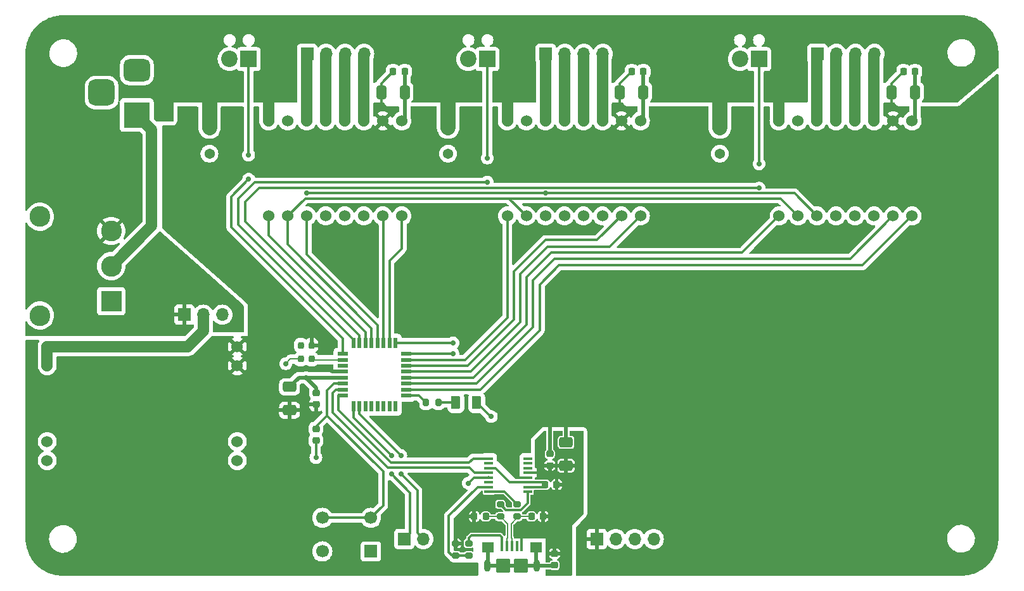
<source format=gbr>
%TF.GenerationSoftware,KiCad,Pcbnew,7.0.11+dfsg-1build4*%
%TF.CreationDate,2025-03-22T04:05:15-07:00*%
%TF.ProjectId,STM-32 PCB,53544d2d-3332-4205-9043-422e6b696361,rev?*%
%TF.SameCoordinates,Original*%
%TF.FileFunction,Copper,L1,Top*%
%TF.FilePolarity,Positive*%
%FSLAX46Y46*%
G04 Gerber Fmt 4.6, Leading zero omitted, Abs format (unit mm)*
G04 Created by KiCad (PCBNEW 7.0.11+dfsg-1build4) date 2025-03-22 04:05:15*
%MOMM*%
%LPD*%
G01*
G04 APERTURE LIST*
G04 Aperture macros list*
%AMRoundRect*
0 Rectangle with rounded corners*
0 $1 Rounding radius*
0 $2 $3 $4 $5 $6 $7 $8 $9 X,Y pos of 4 corners*
0 Add a 4 corners polygon primitive as box body*
4,1,4,$2,$3,$4,$5,$6,$7,$8,$9,$2,$3,0*
0 Add four circle primitives for the rounded corners*
1,1,$1+$1,$2,$3*
1,1,$1+$1,$4,$5*
1,1,$1+$1,$6,$7*
1,1,$1+$1,$8,$9*
0 Add four rect primitives between the rounded corners*
20,1,$1+$1,$2,$3,$4,$5,0*
20,1,$1+$1,$4,$5,$6,$7,0*
20,1,$1+$1,$6,$7,$8,$9,0*
20,1,$1+$1,$8,$9,$2,$3,0*%
G04 Aperture macros list end*
%TA.AperFunction,SMDPad,CuDef*%
%ADD10RoundRect,0.200000X-0.200000X-0.250000X0.200000X-0.250000X0.200000X0.250000X-0.200000X0.250000X0*%
%TD*%
%TA.AperFunction,ComponentPad*%
%ADD11C,1.524000*%
%TD*%
%TA.AperFunction,ComponentPad*%
%ADD12R,1.700000X1.700000*%
%TD*%
%TA.AperFunction,ComponentPad*%
%ADD13C,1.700000*%
%TD*%
%TA.AperFunction,ComponentPad*%
%ADD14C,1.371600*%
%TD*%
%TA.AperFunction,SMDPad,CuDef*%
%ADD15RoundRect,0.225000X-0.250000X0.225000X-0.250000X-0.225000X0.250000X-0.225000X0.250000X0.225000X0*%
%TD*%
%TA.AperFunction,ComponentPad*%
%ADD16O,1.700000X1.700000*%
%TD*%
%TA.AperFunction,SMDPad,CuDef*%
%ADD17RoundRect,0.225000X0.250000X-0.225000X0.250000X0.225000X-0.250000X0.225000X-0.250000X-0.225000X0*%
%TD*%
%TA.AperFunction,SMDPad,CuDef*%
%ADD18R,1.200000X0.400000*%
%TD*%
%TA.AperFunction,SMDPad,CuDef*%
%ADD19RoundRect,0.250000X-0.412500X-0.650000X0.412500X-0.650000X0.412500X0.650000X-0.412500X0.650000X0*%
%TD*%
%TA.AperFunction,SMDPad,CuDef*%
%ADD20RoundRect,0.225000X-0.225000X-0.250000X0.225000X-0.250000X0.225000X0.250000X-0.225000X0.250000X0*%
%TD*%
%TA.AperFunction,SMDPad,CuDef*%
%ADD21RoundRect,0.100000X-0.100000X-0.575000X0.100000X-0.575000X0.100000X0.575000X-0.100000X0.575000X0*%
%TD*%
%TA.AperFunction,ComponentPad*%
%ADD22O,0.900000X1.600000*%
%TD*%
%TA.AperFunction,SMDPad,CuDef*%
%ADD23RoundRect,0.250000X-0.550000X-0.450000X0.550000X-0.450000X0.550000X0.450000X-0.550000X0.450000X0*%
%TD*%
%TA.AperFunction,SMDPad,CuDef*%
%ADD24RoundRect,0.250000X-0.700000X-0.700000X0.700000X-0.700000X0.700000X0.700000X-0.700000X0.700000X0*%
%TD*%
%TA.AperFunction,ComponentPad*%
%ADD25R,2.200000X2.200000*%
%TD*%
%TA.AperFunction,ComponentPad*%
%ADD26C,2.200000*%
%TD*%
%TA.AperFunction,SMDPad,CuDef*%
%ADD27RoundRect,0.200000X0.275000X-0.200000X0.275000X0.200000X-0.275000X0.200000X-0.275000X-0.200000X0*%
%TD*%
%TA.AperFunction,SMDPad,CuDef*%
%ADD28RoundRect,0.250000X-0.650000X0.412500X-0.650000X-0.412500X0.650000X-0.412500X0.650000X0.412500X0*%
%TD*%
%TA.AperFunction,ComponentPad*%
%ADD29R,3.500000X3.500000*%
%TD*%
%TA.AperFunction,ComponentPad*%
%ADD30RoundRect,0.750000X-1.000000X0.750000X-1.000000X-0.750000X1.000000X-0.750000X1.000000X0.750000X0*%
%TD*%
%TA.AperFunction,ComponentPad*%
%ADD31RoundRect,0.875000X-0.875000X0.875000X-0.875000X-0.875000X0.875000X-0.875000X0.875000X0.875000X0*%
%TD*%
%TA.AperFunction,SMDPad,CuDef*%
%ADD32R,1.475000X0.600000*%
%TD*%
%TA.AperFunction,SMDPad,CuDef*%
%ADD33R,0.600000X1.475000*%
%TD*%
%TA.AperFunction,SMDPad,CuDef*%
%ADD34RoundRect,0.250000X0.650000X-0.412500X0.650000X0.412500X-0.650000X0.412500X-0.650000X-0.412500X0*%
%TD*%
%TA.AperFunction,SMDPad,CuDef*%
%ADD35RoundRect,0.200000X-0.275000X0.200000X-0.275000X-0.200000X0.275000X-0.200000X0.275000X0.200000X0*%
%TD*%
%TA.AperFunction,SMDPad,CuDef*%
%ADD36RoundRect,0.250000X0.375000X0.625000X-0.375000X0.625000X-0.375000X-0.625000X0.375000X-0.625000X0*%
%TD*%
%TA.AperFunction,SMDPad,CuDef*%
%ADD37RoundRect,0.200000X0.200000X0.275000X-0.200000X0.275000X-0.200000X-0.275000X0.200000X-0.275000X0*%
%TD*%
%TA.AperFunction,ComponentPad*%
%ADD38R,2.775000X2.775000*%
%TD*%
%TA.AperFunction,ComponentPad*%
%ADD39C,2.775000*%
%TD*%
%TA.AperFunction,SMDPad,CuDef*%
%ADD40RoundRect,0.225000X0.225000X0.250000X-0.225000X0.250000X-0.225000X-0.250000X0.225000X-0.250000X0*%
%TD*%
%TA.AperFunction,ViaPad*%
%ADD41C,0.700000*%
%TD*%
%TA.AperFunction,Conductor*%
%ADD42C,0.200000*%
%TD*%
%TA.AperFunction,Conductor*%
%ADD43C,0.300000*%
%TD*%
%TA.AperFunction,Conductor*%
%ADD44C,0.525000*%
%TD*%
%TA.AperFunction,Conductor*%
%ADD45C,1.500000*%
%TD*%
%TA.AperFunction,Conductor*%
%ADD46C,2.000000*%
%TD*%
G04 APERTURE END LIST*
D10*
%TO.P,X1,4,VDD*%
%TO.N,+3.3V*%
X125225000Y-104150000D03*
%TO.P,X1,3,OUT*%
%TO.N,/HSE_IN*%
X125225000Y-106000000D03*
%TO.P,X1,2,GND*%
%TO.N,GND*%
X123775000Y-106000000D03*
%TO.P,X1,1,Tri-State*%
%TO.N,unconnected-(X1-Tri-State-Pad1)*%
X123775000Y-104150000D03*
%TD*%
D11*
%TO.P,U0,1,In+*%
%TO.N,Net-(J1-Pin_2)*%
X89900000Y-104340000D03*
X89900000Y-106880000D03*
%TO.P,U0,2,In-*%
%TO.N,GND*%
X89900000Y-117040000D03*
X89900000Y-119580000D03*
%TO.P,U0,3,Out+*%
%TO.N,+3.3V*%
X115300000Y-104340000D03*
X115300000Y-106880000D03*
%TO.P,U0,4,Out-*%
%TO.N,GND*%
X115300000Y-117040000D03*
X115300000Y-119580000D03*
%TD*%
D12*
%TO.P,SW2,1,A*%
%TO.N,GND*%
X133150000Y-131740000D03*
D13*
X126650000Y-131740000D03*
%TO.P,SW2,2,B*%
%TO.N,/NRST*%
X133150000Y-127240000D03*
X126650000Y-127240000D03*
%TD*%
D14*
%TO.P,C6,1*%
%TO.N,+12V*%
X111580000Y-75025000D03*
%TO.P,C6,2*%
%TO.N,GND*%
X111580000Y-78525001D03*
%TD*%
D15*
%TO.P,C18,1*%
%TO.N,+3.3V*%
X157058000Y-118695000D03*
%TO.P,C18,2*%
%TO.N,GND*%
X157058000Y-120245000D03*
%TD*%
D12*
%TO.P,J5,1,Pin_1*%
%TO.N,Net-(J5-Pin_1)*%
X156520000Y-65160000D03*
D16*
%TO.P,J5,2,Pin_2*%
%TO.N,Net-(J5-Pin_2)*%
X159060000Y-65160000D03*
%TO.P,J5,3,Pin_3*%
%TO.N,Net-(J5-Pin_3)*%
X161600000Y-65160000D03*
%TO.P,J5,4,Pin_4*%
%TO.N,Net-(J5-Pin_4)*%
X164140000Y-65160000D03*
%TD*%
D17*
%TO.P,C2,1*%
%TO.N,+3.3V*%
X125879000Y-112065000D03*
%TO.P,C2,2*%
%TO.N,GND*%
X125879000Y-110515000D03*
%TD*%
D11*
%TO.P,U4,1,EN*%
%TO.N,/M3_EN*%
X187687500Y-86840000D03*
%TO.P,U4,2,MS1*%
%TO.N,/MS1*%
X190227500Y-86840000D03*
%TO.P,U4,3,MS2*%
%TO.N,/MS2*%
X192767500Y-86840000D03*
%TO.P,U4,4,SPREAD*%
%TO.N,unconnected-(U4-SPREAD-Pad4)*%
X195307500Y-86840000D03*
%TO.P,U4,5,PDN_UART*%
%TO.N,unconnected-(U4-PDN_UART-Pad5)*%
X197847500Y-86840000D03*
%TO.P,U4,6,PDN_UART*%
%TO.N,unconnected-(U4-PDN_UART-Pad6)*%
X200387500Y-86840000D03*
%TO.P,U4,7,STEP*%
%TO.N,/M3_STEP*%
X202927500Y-86840000D03*
%TO.P,U4,8,DIR*%
%TO.N,/M3_DIR*%
X205467500Y-86840000D03*
%TO.P,U4,9,GND*%
%TO.N,GND*%
X205467500Y-74140000D03*
%TO.P,U4,10,VIO*%
%TO.N,+3.3V*%
X202927500Y-74140000D03*
%TO.P,U4,11,M1B*%
%TO.N,Net-(J6-Pin_4)*%
X200387500Y-74140000D03*
%TO.P,U4,12,M1A*%
%TO.N,Net-(J6-Pin_3)*%
X197847500Y-74140000D03*
%TO.P,U4,13,M2A*%
%TO.N,Net-(J6-Pin_2)*%
X195307500Y-74140000D03*
%TO.P,U4,14,M2B*%
%TO.N,Net-(J6-Pin_1)*%
X192767500Y-74140000D03*
%TO.P,U4,15,GND*%
%TO.N,GND*%
X190227500Y-74140000D03*
%TO.P,U4,16,VM*%
%TO.N,+12V*%
X187687500Y-74140000D03*
%TD*%
D18*
%TO.P,U5,1,TXD*%
%TO.N,/USART1_RX*%
X148910000Y-119295000D03*
%TO.P,U5,2,~{RTS}*%
%TO.N,unconnected-(U5-~{RTS}-Pad2)*%
X148910000Y-119930000D03*
%TO.P,U5,3,VCCIO*%
%TO.N,Net-(U5-3V3OUT)*%
X148910000Y-120565000D03*
%TO.P,U5,4,RXD*%
%TO.N,/USART1_TX*%
X148910000Y-121200000D03*
%TO.P,U5,5,GND*%
%TO.N,GND*%
X148910000Y-121835000D03*
%TO.P,U5,6,~{CTS}*%
%TO.N,unconnected-(U5-~{CTS}-Pad6)*%
X148910000Y-122470000D03*
%TO.P,U5,7,CBUS2*%
%TO.N,Net-(U5-CBUS2)*%
X148910000Y-123105000D03*
%TO.P,U5,8,USBDP*%
%TO.N,Net-(U5-USBDP)*%
X148910000Y-123740000D03*
%TO.P,U5,9,USBDM*%
%TO.N,Net-(U5-USBDM)*%
X154110000Y-123740000D03*
%TO.P,U5,10,3V3OUT*%
%TO.N,Net-(U5-3V3OUT)*%
X154110000Y-123105000D03*
%TO.P,U5,11,~{RESET}*%
X154110000Y-122470000D03*
%TO.P,U5,12,VCC*%
%TO.N,+3.3V*%
X154110000Y-121835000D03*
%TO.P,U5,13,GND*%
%TO.N,GND*%
X154110000Y-121200000D03*
%TO.P,U5,14,CBUS1*%
%TO.N,unconnected-(U5-CBUS1-Pad14)*%
X154110000Y-120565000D03*
%TO.P,U5,15,CBUS0*%
%TO.N,unconnected-(U5-CBUS0-Pad15)*%
X154110000Y-119930000D03*
%TO.P,U5,16,CBUS3*%
%TO.N,unconnected-(U5-CBUS3-Pad16)*%
X154110000Y-119295000D03*
%TD*%
D19*
%TO.P,C7,1*%
%TO.N,+3.3V*%
X166425000Y-70280000D03*
%TO.P,C7,2*%
%TO.N,GND*%
X169550000Y-70280000D03*
%TD*%
D20*
%TO.P,C8,1*%
%TO.N,+3.3V*%
X168005000Y-67520000D03*
%TO.P,C8,2*%
%TO.N,GND*%
X169555000Y-67520000D03*
%TD*%
D21*
%TO.P,J10,1,VBUS*%
%TO.N,Net-(J10-VBUS)*%
X150690000Y-131000000D03*
%TO.P,J10,2,D-*%
%TO.N,/N*%
X151340000Y-131000000D03*
%TO.P,J10,3,D+*%
%TO.N,/P*%
X151990000Y-131000000D03*
%TO.P,J10,4,ID*%
%TO.N,unconnected-(J10-ID-Pad4)*%
X152640000Y-131000000D03*
%TO.P,J10,5,GND*%
%TO.N,GND*%
X153290000Y-131000000D03*
D22*
%TO.P,J10,6,Shield*%
%TO.N,Net-(J10-Shield)*%
X148690000Y-133675000D03*
D23*
X148790000Y-131225000D03*
D24*
X150790000Y-133675000D03*
X153190000Y-133675000D03*
D23*
X155190000Y-131225000D03*
D22*
X155290000Y-133675000D03*
%TD*%
D20*
%TO.P,C14,1*%
%TO.N,/P*%
X154595000Y-127060000D03*
%TO.P,C14,2*%
%TO.N,GND*%
X156145000Y-127060000D03*
%TD*%
D19*
%TO.P,C4,1*%
%TO.N,+3.3V*%
X134535000Y-70280000D03*
%TO.P,C4,2*%
%TO.N,GND*%
X137660000Y-70280000D03*
%TD*%
D25*
%TO.P,J7,1,Pin_1*%
%TO.N,/END_SW1*%
X116817500Y-65860000D03*
D26*
%TO.P,J7,2,Pin_2*%
%TO.N,GND*%
X114277500Y-65860000D03*
%TD*%
D15*
%TO.P,C3,1*%
%TO.N,/NRST*%
X125815000Y-115350000D03*
%TO.P,C3,2*%
%TO.N,GND*%
X125815000Y-116900000D03*
%TD*%
D12*
%TO.P,J4,1,Pin_1*%
%TO.N,Net-(J4-Pin_1)*%
X124630000Y-65160000D03*
D16*
%TO.P,J4,2,Pin_2*%
%TO.N,Net-(J4-Pin_2)*%
X127170000Y-65160000D03*
%TO.P,J4,3,Pin_3*%
%TO.N,Net-(J4-Pin_3)*%
X129710000Y-65160000D03*
%TO.P,J4,4,Pin_4*%
%TO.N,Net-(J4-Pin_4)*%
X132250000Y-65160000D03*
%TD*%
D20*
%TO.P,C11,1*%
%TO.N,+3.3V*%
X204305000Y-67520000D03*
%TO.P,C11,2*%
%TO.N,GND*%
X205855000Y-67520000D03*
%TD*%
%TO.P,C16,1*%
%TO.N,Net-(U5-3V3OUT)*%
X156420000Y-122800000D03*
%TO.P,C16,2*%
%TO.N,GND*%
X157970000Y-122800000D03*
%TD*%
D17*
%TO.P,C13,1*%
%TO.N,Net-(J10-Shield)*%
X157700000Y-133575000D03*
%TO.P,C13,2*%
%TO.N,GND*%
X157700000Y-132025000D03*
%TD*%
D27*
%TO.P,R3,1*%
%TO.N,/N*%
X150439000Y-127080000D03*
%TO.P,R3,2*%
%TO.N,Net-(U5-USBDM)*%
X150439000Y-125430000D03*
%TD*%
D11*
%TO.P,U2,1,EN*%
%TO.N,/M1_EN*%
X119497500Y-86840000D03*
%TO.P,U2,2,MS1*%
%TO.N,/MS1*%
X122037500Y-86840000D03*
%TO.P,U2,3,MS2*%
%TO.N,/MS2*%
X124577500Y-86840000D03*
%TO.P,U2,4,SPREAD*%
%TO.N,unconnected-(U2-SPREAD-Pad4)*%
X127117500Y-86840000D03*
%TO.P,U2,5,PDN_UART*%
%TO.N,unconnected-(U2-PDN_UART-Pad5)*%
X129657500Y-86840000D03*
%TO.P,U2,6,PDN_UART*%
%TO.N,unconnected-(U2-PDN_UART-Pad6)*%
X132197500Y-86840000D03*
%TO.P,U2,7,STEP*%
%TO.N,/M1_STEP*%
X134737500Y-86840000D03*
%TO.P,U2,8,DIR*%
%TO.N,/M1_DIR*%
X137277500Y-86840000D03*
%TO.P,U2,9,GND*%
%TO.N,GND*%
X137277500Y-74140000D03*
%TO.P,U2,10,VIO*%
%TO.N,+3.3V*%
X134737500Y-74140000D03*
%TO.P,U2,11,M1B*%
%TO.N,Net-(J4-Pin_4)*%
X132197500Y-74140000D03*
%TO.P,U2,12,M1A*%
%TO.N,Net-(J4-Pin_3)*%
X129657500Y-74140000D03*
%TO.P,U2,13,M2A*%
%TO.N,Net-(J4-Pin_2)*%
X127117500Y-74140000D03*
%TO.P,U2,14,M2B*%
%TO.N,Net-(J4-Pin_1)*%
X124577500Y-74140000D03*
%TO.P,U2,15,GND*%
%TO.N,GND*%
X122037500Y-74140000D03*
%TO.P,U2,16,VM*%
%TO.N,+12V*%
X119497500Y-74140000D03*
%TD*%
D28*
%TO.P,C17,1*%
%TO.N,+3.3V*%
X159230000Y-117127500D03*
%TO.P,C17,2*%
%TO.N,GND*%
X159230000Y-120252500D03*
%TD*%
D29*
%TO.P,J0,1*%
%TO.N,Net-(J0-Pad1)*%
X101877500Y-73350000D03*
D30*
%TO.P,J0,2*%
%TO.N,GND*%
X101877500Y-67350000D03*
D31*
%TO.P,J0,3*%
%TO.N,N/C*%
X97177500Y-70350000D03*
%TD*%
D27*
%TO.P,R2,1*%
%TO.N,/P*%
X152710000Y-127080000D03*
%TO.P,R2,2*%
%TO.N,Net-(U5-USBDP)*%
X152710000Y-125430000D03*
%TD*%
%TO.P,R5,1*%
%TO.N,Net-(U5-CBUS2)*%
X144500000Y-132305000D03*
%TO.P,R5,2*%
%TO.N,GND*%
X144500000Y-130655000D03*
%TD*%
D12*
%TO.P,J6,1,Pin_1*%
%TO.N,Net-(J6-Pin_1)*%
X192820000Y-65160000D03*
D16*
%TO.P,J6,2,Pin_2*%
%TO.N,Net-(J6-Pin_2)*%
X195360000Y-65160000D03*
%TO.P,J6,3,Pin_3*%
%TO.N,Net-(J6-Pin_3)*%
X197900000Y-65160000D03*
%TO.P,J6,4,Pin_4*%
%TO.N,Net-(J6-Pin_4)*%
X200440000Y-65160000D03*
%TD*%
D11*
%TO.P,U3,1,EN*%
%TO.N,/M2_EN*%
X151387500Y-86840000D03*
%TO.P,U3,2,MS1*%
%TO.N,/MS1*%
X153927500Y-86840000D03*
%TO.P,U3,3,MS2*%
%TO.N,/MS2*%
X156467500Y-86840000D03*
%TO.P,U3,4,SPREAD*%
%TO.N,unconnected-(U3-SPREAD-Pad4)*%
X159007500Y-86840000D03*
%TO.P,U3,5,PDN_UART*%
%TO.N,unconnected-(U3-PDN_UART-Pad5)*%
X161547500Y-86840000D03*
%TO.P,U3,6,PDN_UART*%
%TO.N,unconnected-(U3-PDN_UART-Pad6)*%
X164087500Y-86840000D03*
%TO.P,U3,7,STEP*%
%TO.N,/M2_STEP*%
X166627500Y-86840000D03*
%TO.P,U3,8,DIR*%
%TO.N,/M2_DIR*%
X169167500Y-86840000D03*
%TO.P,U3,9,GND*%
%TO.N,GND*%
X169167500Y-74140000D03*
%TO.P,U3,10,VIO*%
%TO.N,+3.3V*%
X166627500Y-74140000D03*
%TO.P,U3,11,M1B*%
%TO.N,Net-(J5-Pin_4)*%
X164087500Y-74140000D03*
%TO.P,U3,12,M1A*%
%TO.N,Net-(J5-Pin_3)*%
X161547500Y-74140000D03*
%TO.P,U3,13,M2A*%
%TO.N,Net-(J5-Pin_2)*%
X159007500Y-74140000D03*
%TO.P,U3,14,M2B*%
%TO.N,Net-(J5-Pin_1)*%
X156467500Y-74140000D03*
%TO.P,U3,15,GND*%
%TO.N,GND*%
X153927500Y-74140000D03*
%TO.P,U3,16,VM*%
%TO.N,+12V*%
X151387500Y-74140000D03*
%TD*%
D32*
%TO.P,U1,1,PB9*%
%TO.N,/END_SW1*%
X129402000Y-105290000D03*
%TO.P,U1,2,PC14-OSCX_IN*%
%TO.N,/HSE_IN*%
X129402000Y-106090000D03*
%TO.P,U1,3,PC15-OSCX_OUT*%
%TO.N,unconnected-(U1-PC15-OSCX_OUT-Pad3)*%
X129402000Y-106890000D03*
%TO.P,U1,4,VDD/VDDA*%
%TO.N,+3.3V*%
X129402000Y-107690000D03*
%TO.P,U1,5,VSS/VSSA*%
%TO.N,GND*%
X129402000Y-108490000D03*
%TO.P,U1,6,PF2-NRST*%
%TO.N,/NRST*%
X129402000Y-109290000D03*
%TO.P,U1,7,PA0*%
%TO.N,/USART1_TX*%
X129402000Y-110090000D03*
%TO.P,U1,8,PA1*%
%TO.N,/USART1_RX*%
X129402000Y-110890000D03*
D33*
%TO.P,U1,9,PA2*%
%TO.N,/USART2_TX*%
X130840000Y-112328000D03*
%TO.P,U1,10,PA3*%
%TO.N,/USART2_RX*%
X131640000Y-112328000D03*
%TO.P,U1,11,PA4*%
%TO.N,unconnected-(U1-PA4-Pad11)*%
X132440000Y-112328000D03*
%TO.P,U1,12,PA5*%
%TO.N,unconnected-(U1-PA5-Pad12)*%
X133240000Y-112328000D03*
%TO.P,U1,13,PA6*%
%TO.N,unconnected-(U1-PA6-Pad13)*%
X134040000Y-112328000D03*
%TO.P,U1,14,PA7*%
%TO.N,unconnected-(U1-PA7-Pad14)*%
X134840000Y-112328000D03*
%TO.P,U1,15,PB0*%
%TO.N,unconnected-(U1-PB0-Pad15)*%
X135640000Y-112328000D03*
%TO.P,U1,16,PB1*%
%TO.N,unconnected-(U1-PB1-Pad16)*%
X136440000Y-112328000D03*
D32*
%TO.P,U1,17,PB2*%
%TO.N,Net-(U1-PB2)*%
X137878000Y-110890000D03*
%TO.P,U1,18,PA8*%
%TO.N,/M3_DIR*%
X137878000Y-110090000D03*
%TO.P,U1,19,PA9*%
%TO.N,/M3_STEP*%
X137878000Y-109290000D03*
%TO.P,U1,20,PC6*%
%TO.N,/M3_EN*%
X137878000Y-108490000D03*
%TO.P,U1,21,PA10*%
%TO.N,/M2_DIR*%
X137878000Y-107690000D03*
%TO.P,U1,22,PA11_[PA9]*%
%TO.N,/M2_STEP*%
X137878000Y-106890000D03*
%TO.P,U1,23,PA12_[PA10]*%
%TO.N,/M2_EN*%
X137878000Y-106090000D03*
%TO.P,U1,24,PA13*%
%TO.N,/DEBUG_SWDIO*%
X137878000Y-105290000D03*
D33*
%TO.P,U1,25,PA14-BOOT0*%
%TO.N,/DEBUG_SWCLK*%
X136440000Y-103852000D03*
%TO.P,U1,26,PA15*%
%TO.N,/M1_DIR*%
X135640000Y-103852000D03*
%TO.P,U1,27,PB3*%
%TO.N,/M1_STEP*%
X134840000Y-103852000D03*
%TO.P,U1,28,PB4*%
%TO.N,/MS2*%
X134040000Y-103852000D03*
%TO.P,U1,29,PB5*%
%TO.N,/MS1*%
X133240000Y-103852000D03*
%TO.P,U1,30,PB6*%
%TO.N,/M1_EN*%
X132440000Y-103852000D03*
%TO.P,U1,31,PB7*%
%TO.N,/END_SW3*%
X131640000Y-103852000D03*
%TO.P,U1,32,PB8*%
%TO.N,/END_SW2*%
X130840000Y-103852000D03*
%TD*%
D14*
%TO.P,C9,1*%
%TO.N,+12V*%
X143470000Y-75025000D03*
%TO.P,C9,2*%
%TO.N,GND*%
X143470000Y-78525001D03*
%TD*%
D25*
%TO.P,J8,1,Pin_1*%
%TO.N,/END_SW2*%
X148707500Y-65860000D03*
D26*
%TO.P,J8,2,Pin_2*%
%TO.N,GND*%
X146167500Y-65860000D03*
%TD*%
D12*
%TO.P,J3,1,Pin_1*%
%TO.N,+3.3V*%
X163320000Y-130070000D03*
D16*
%TO.P,J3,2,Pin_2*%
%TO.N,/DEBUG_SWDIO*%
X165860000Y-130070000D03*
%TO.P,J3,3,Pin_3*%
%TO.N,/DEBUG_SWCLK*%
X168400000Y-130070000D03*
%TO.P,J3,4,Pin_4*%
%TO.N,GND*%
X170940000Y-130070000D03*
%TD*%
D34*
%TO.P,C1,1*%
%TO.N,+3.3V*%
X122279000Y-112852500D03*
%TO.P,C1,2*%
%TO.N,GND*%
X122279000Y-109727500D03*
%TD*%
D19*
%TO.P,C10,1*%
%TO.N,+3.3V*%
X202725000Y-70280000D03*
%TO.P,C10,2*%
%TO.N,GND*%
X205850000Y-70280000D03*
%TD*%
D35*
%TO.P,R4,1*%
%TO.N,Net-(J10-VBUS)*%
X146220000Y-130655000D03*
%TO.P,R4,2*%
%TO.N,Net-(U5-CBUS2)*%
X146220000Y-132305000D03*
%TD*%
D20*
%TO.P,C5,1*%
%TO.N,+3.3V*%
X136115000Y-67520000D03*
%TO.P,C5,2*%
%TO.N,GND*%
X137665000Y-67520000D03*
%TD*%
D12*
%TO.P,J2,1,Pin_1*%
%TO.N,/USART2_TX*%
X137610000Y-130070000D03*
D16*
%TO.P,J2,2,Pin_2*%
%TO.N,/USART2_RX*%
X140150000Y-130070000D03*
%TD*%
D36*
%TO.P,D1,1,K*%
%TO.N,GND*%
X147298000Y-111834000D03*
%TO.P,D1,2,A*%
%TO.N,Net-(D1-A)*%
X144498000Y-111834000D03*
%TD*%
D37*
%TO.P,R1,1*%
%TO.N,Net-(D1-A)*%
X142151000Y-111834000D03*
%TO.P,R1,2*%
%TO.N,Net-(U1-PB2)*%
X140501000Y-111834000D03*
%TD*%
D38*
%TO.P,SW1,1*%
%TO.N,unconnected-(SW1-Pad1)*%
X98456600Y-98256700D03*
D39*
%TO.P,SW1,2*%
%TO.N,Net-(J0-Pad1)*%
X98456600Y-93556700D03*
%TO.P,SW1,3*%
%TO.N,+12V*%
X98456600Y-88856700D03*
%TO.P,SW1,S1*%
%TO.N,N/C*%
X88926600Y-100161700D03*
%TO.P,SW1,S2*%
X88926600Y-86951700D03*
%TD*%
D25*
%TO.P,J9,1,Pin_1*%
%TO.N,/END_SW3*%
X185007500Y-65860000D03*
D26*
%TO.P,J9,2,Pin_2*%
%TO.N,GND*%
X182467500Y-65860000D03*
%TD*%
D12*
%TO.P,J1,1,Pin_1*%
%TO.N,+12V*%
X108225000Y-100060000D03*
D16*
%TO.P,J1,2,Pin_2*%
%TO.N,Net-(J1-Pin_2)*%
X110765000Y-100060000D03*
%TO.P,J1,3,Pin_3*%
%TO.N,unconnected-(J1-Pin_3-Pad3)*%
X113305000Y-100060000D03*
%TD*%
D40*
%TO.P,C15,1*%
%TO.N,/N*%
X148495000Y-127070000D03*
%TO.P,C15,2*%
%TO.N,GND*%
X146945000Y-127070000D03*
%TD*%
D14*
%TO.P,C12,1*%
%TO.N,+12V*%
X179770000Y-75025000D03*
%TO.P,C12,2*%
%TO.N,GND*%
X179770000Y-78525001D03*
%TD*%
D41*
%TO.N,GND*%
X124499000Y-108470000D03*
X192700000Y-88740000D03*
X158410000Y-128350000D03*
X174530000Y-88740000D03*
X144050000Y-88740000D03*
X132120000Y-88740000D03*
X121760000Y-106622500D03*
X145420000Y-128350000D03*
X144120000Y-101420000D03*
X129590000Y-88740000D03*
X195240000Y-88740000D03*
X146150000Y-122600000D03*
X161490000Y-88740000D03*
X171990000Y-88740000D03*
X158950000Y-88740000D03*
X141510000Y-88740000D03*
X197780000Y-88740000D03*
X146590000Y-88740000D03*
X127050000Y-88740000D03*
X125805000Y-119180000D03*
X156410000Y-88740000D03*
X146660000Y-101420000D03*
X141580000Y-101420000D03*
X179610000Y-88740000D03*
X149240000Y-113690000D03*
X182150000Y-88740000D03*
X153870000Y-88740000D03*
X177070000Y-88740000D03*
X190160000Y-88740000D03*
%TO.N,/END_SW3*%
X185000000Y-79880000D03*
X185010000Y-83110000D03*
%TO.N,/END_SW2*%
X148700000Y-82330000D03*
X148710000Y-79100000D03*
%TO.N,/END_SW1*%
X116810000Y-78710000D03*
X116820000Y-81940000D03*
%TO.N,/MS2*%
X124532500Y-83812500D03*
X156472500Y-83812500D03*
%TO.N,/DEBUG_SWDIO*%
X144120000Y-105270000D03*
%TO.N,/DEBUG_SWCLK*%
X144120000Y-103850000D03*
%TO.N,/USART2_RX*%
X137150000Y-118890000D03*
X137150000Y-121400000D03*
%TO.N,/USART2_TX*%
X135910000Y-118890000D03*
X135910000Y-121400000D03*
%TD*%
D42*
%TO.N,/HSE_IN*%
X129402000Y-106090000D02*
X125315000Y-106090000D01*
X125315000Y-106090000D02*
X125225000Y-106000000D01*
%TO.N,GND*%
X123775000Y-106000000D02*
X122382500Y-106000000D01*
X122382500Y-106000000D02*
X121760000Y-106622500D01*
%TO.N,/HSE_IN*%
X129274500Y-106217500D02*
X129402000Y-106090000D01*
D43*
%TO.N,+3.3V*%
X202725000Y-70280000D02*
X202725000Y-69100000D01*
X134535000Y-69100000D02*
X136115000Y-67520000D01*
X202725000Y-70280000D02*
X202725000Y-72042000D01*
D44*
X159230000Y-117127500D02*
X159230000Y-114326000D01*
D43*
X166425000Y-69100000D02*
X168005000Y-67520000D01*
X134535000Y-72051000D02*
X134747000Y-72263000D01*
X134535000Y-70280000D02*
X134535000Y-72051000D01*
D44*
X159050000Y-114346000D02*
X159004000Y-114300000D01*
D43*
X202725000Y-72042000D02*
X202819000Y-72136000D01*
D44*
X157058000Y-118695000D02*
X157058000Y-114213000D01*
D43*
X152515000Y-121835000D02*
X151935000Y-121255000D01*
X154110000Y-121835000D02*
X152515000Y-121835000D01*
X166425000Y-73937500D02*
X166627500Y-74140000D01*
D44*
X127990000Y-107690000D02*
X127640000Y-107340000D01*
X157058000Y-114213000D02*
X157030000Y-114185000D01*
D43*
X166425000Y-70280000D02*
X166425000Y-69100000D01*
X166425000Y-70280000D02*
X166425000Y-72064000D01*
X202725000Y-69100000D02*
X204305000Y-67520000D01*
X202725000Y-73937500D02*
X202927500Y-74140000D01*
X166425000Y-72064000D02*
X166497000Y-72136000D01*
D44*
X129402000Y-107690000D02*
X127990000Y-107690000D01*
D43*
X134535000Y-70280000D02*
X134535000Y-69100000D01*
X134535000Y-73937500D02*
X134737500Y-74140000D01*
%TO.N,GND*%
X155464600Y-121200000D02*
X155473400Y-121208800D01*
X153290000Y-129670000D02*
X153320000Y-129640000D01*
X154110000Y-121200000D02*
X155464600Y-121200000D01*
D44*
X169550000Y-70280000D02*
X169550000Y-67525000D01*
X137660000Y-70280000D02*
X137660000Y-73757500D01*
D43*
X153290000Y-131000000D02*
X153290000Y-129670000D01*
D44*
X137665000Y-67520000D02*
X137665000Y-70275000D01*
X124499000Y-108470000D02*
X123536500Y-108470000D01*
X205850000Y-73757500D02*
X205467500Y-74140000D01*
X124499000Y-108470000D02*
X129382000Y-108470000D01*
X205850000Y-70280000D02*
X205850000Y-73757500D01*
D43*
X149154000Y-113690000D02*
X147298000Y-111834000D01*
D44*
X137660000Y-73757500D02*
X137277500Y-74140000D01*
X169550000Y-70280000D02*
X169550000Y-73757500D01*
X137665000Y-70275000D02*
X137660000Y-70280000D01*
X169550000Y-67525000D02*
X169555000Y-67520000D01*
X205855000Y-70275000D02*
X205850000Y-70280000D01*
D43*
X146945000Y-127070000D02*
X146945000Y-126115000D01*
D44*
X125879000Y-109850000D02*
X124499000Y-108470000D01*
D43*
X148910000Y-121835000D02*
X146915000Y-121835000D01*
D44*
X169550000Y-73757500D02*
X169167500Y-74140000D01*
D43*
X149240000Y-113690000D02*
X149154000Y-113690000D01*
X125805000Y-116910000D02*
X125815000Y-116900000D01*
D44*
X129382000Y-108470000D02*
X129402000Y-108490000D01*
D43*
X146915000Y-121835000D02*
X146150000Y-122600000D01*
X125805000Y-119180000D02*
X125805000Y-116910000D01*
X148905000Y-121830000D02*
X148910000Y-121835000D01*
D44*
X123536500Y-108470000D02*
X122279000Y-109727500D01*
D43*
X144500000Y-130625000D02*
X144540000Y-130625000D01*
D44*
X205855000Y-67520000D02*
X205855000Y-70275000D01*
X125879000Y-110515000D02*
X125879000Y-109850000D01*
D43*
%TO.N,/NRST*%
X127300000Y-110160000D02*
X127300000Y-113490000D01*
X133150000Y-127240000D02*
X134790000Y-125600000D01*
X128170000Y-109290000D02*
X127300000Y-110160000D01*
X129402000Y-109290000D02*
X128170000Y-109290000D01*
X134790000Y-125600000D02*
X134790000Y-121030000D01*
X127290000Y-113540000D02*
X125815000Y-115015000D01*
X133150000Y-127240000D02*
X126650000Y-127240000D01*
X125815000Y-115015000D02*
X125815000Y-115350000D01*
X127300000Y-113540000D02*
X127300000Y-113490000D01*
X134790000Y-121030000D02*
X127300000Y-113540000D01*
X127300000Y-113540000D02*
X127290000Y-113540000D01*
D45*
%TO.N,+12V*%
X151387500Y-69747500D02*
X151300000Y-69660000D01*
D46*
X179770000Y-70042000D02*
X179070000Y-69342000D01*
X143470000Y-75025000D02*
X143470000Y-69810000D01*
X179770000Y-75025000D02*
X179770000Y-70042000D01*
D45*
X151387500Y-71882000D02*
X151387500Y-69747500D01*
X151387500Y-74140000D02*
X151387500Y-71882000D01*
X119497500Y-74140000D02*
X119497500Y-69262500D01*
X151372500Y-74155000D02*
X151387500Y-74140000D01*
D46*
X111580000Y-75025000D02*
X111580000Y-70178000D01*
D45*
X187687500Y-74140000D02*
X187687500Y-71380000D01*
D46*
X143470000Y-69810000D02*
X142494000Y-68834000D01*
X111580000Y-70178000D02*
X111506000Y-70104000D01*
D45*
X187672500Y-74155000D02*
X187687500Y-74140000D01*
X119482500Y-74155000D02*
X119497500Y-74140000D01*
D43*
%TO.N,/END_SW3*%
X116382750Y-84979750D02*
X118252500Y-83110000D01*
X185000000Y-79880000D02*
X185000000Y-77647500D01*
X185007500Y-77640000D02*
X185007500Y-65860000D01*
X131640000Y-103852000D02*
X131640000Y-102814500D01*
X118252500Y-83110000D02*
X185010000Y-83110000D01*
X131640000Y-102814500D02*
X116382750Y-87557250D01*
X116382750Y-87557250D02*
X116382750Y-84979750D01*
%TO.N,/END_SW2*%
X148710000Y-77855000D02*
X148707500Y-77852500D01*
X148710000Y-79100000D02*
X148710000Y-77855000D01*
X130840000Y-103414500D02*
X115440000Y-88014500D01*
X117650000Y-82360000D02*
X148672000Y-82360000D01*
X115440000Y-84570000D02*
X117650000Y-82360000D01*
X148672000Y-82360000D02*
X148692000Y-82340000D01*
X115440000Y-88014500D02*
X115440000Y-84570000D01*
X130840000Y-103852000D02*
X130840000Y-103414500D01*
X148707500Y-77852500D02*
X148707500Y-65860000D01*
%TO.N,/END_SW1*%
X116810000Y-78710000D02*
X116817500Y-78702500D01*
X129402000Y-103262000D02*
X114480000Y-88340000D01*
X114480000Y-84280000D02*
X116820000Y-81940000D01*
X114480000Y-88340000D02*
X114480000Y-84280000D01*
X116817500Y-78702500D02*
X116817500Y-65860000D01*
X129402000Y-105290000D02*
X129402000Y-103262000D01*
D45*
%TO.N,Net-(J4-Pin_1)*%
X124577500Y-74140000D02*
X124577500Y-65212500D01*
X124577500Y-65212500D02*
X124630000Y-65160000D01*
D43*
%TO.N,/HSE_IN*%
X129387000Y-106075000D02*
X129402000Y-106090000D01*
X129367000Y-106055000D02*
X129402000Y-106090000D01*
%TO.N,/MS2*%
X124590000Y-92000000D02*
X124590000Y-91200000D01*
X124950000Y-87212500D02*
X124577500Y-86840000D01*
X124577500Y-91187500D02*
X124577500Y-86840000D01*
X189740000Y-83812500D02*
X192767500Y-86840000D01*
X124590000Y-91200000D02*
X124577500Y-91187500D01*
X134040000Y-101450000D02*
X124590000Y-92000000D01*
X124532500Y-83812500D02*
X156472500Y-83812500D01*
X134040000Y-103852000D02*
X134040000Y-101450000D01*
X156472500Y-83812500D02*
X189740000Y-83812500D01*
%TO.N,/MS1*%
X122037500Y-90657500D02*
X133240000Y-101860000D01*
X124822450Y-84512500D02*
X124365000Y-84512500D01*
X188648750Y-85261250D02*
X190227500Y-86840000D01*
X151600000Y-84512500D02*
X187900000Y-84512500D01*
X151597500Y-84510000D02*
X151600000Y-84512500D01*
X124365000Y-84512500D02*
X122037500Y-86840000D01*
X124824950Y-84510000D02*
X124822450Y-84512500D01*
X153927500Y-86840000D02*
X151597500Y-84510000D01*
X151597500Y-84510000D02*
X124824950Y-84510000D01*
X187897500Y-84510000D02*
X188648750Y-85261250D01*
X187900000Y-84512500D02*
X188648750Y-85261250D01*
X133240000Y-101860000D02*
X133240000Y-103852000D01*
X122037500Y-86840000D02*
X122037500Y-90657500D01*
%TO.N,/M1_EN*%
X132440000Y-103852000D02*
X132440000Y-102410000D01*
X119497500Y-89467500D02*
X119497500Y-86840000D01*
X132440000Y-102410000D02*
X119497500Y-89467500D01*
%TO.N,/M2_EN*%
X145740000Y-106090000D02*
X151387500Y-100442500D01*
X151387500Y-100442500D02*
X151387500Y-86840000D01*
X137878000Y-106090000D02*
X145740000Y-106090000D01*
%TO.N,/M3_EN*%
X153970000Y-101360000D02*
X153970000Y-95030000D01*
X146840000Y-108490000D02*
X153970000Y-101360000D01*
X182767500Y-91760000D02*
X187687500Y-86840000D01*
X137878000Y-108490000D02*
X146840000Y-108490000D01*
X153970000Y-95030000D02*
X157240000Y-91760000D01*
X187690000Y-86840000D02*
X187690000Y-86837500D01*
X187690000Y-86837500D02*
X187687500Y-86840000D01*
X157240000Y-91760000D02*
X182767500Y-91760000D01*
X187687500Y-86840000D02*
X187690000Y-86840000D01*
%TO.N,/M1_DIR*%
X135640000Y-103852000D02*
X135640000Y-92840000D01*
X135640000Y-92840000D02*
X137277500Y-91202500D01*
X137277500Y-91202500D02*
X137277500Y-86840000D01*
%TO.N,/M2_DIR*%
X146460000Y-107690000D02*
X153130000Y-101020000D01*
X165027500Y-90980000D02*
X169167500Y-86840000D01*
X156775000Y-90980000D02*
X165027500Y-90980000D01*
X153130000Y-101020000D02*
X153130000Y-94625000D01*
X153130000Y-94625000D02*
X156775000Y-90980000D01*
X137878000Y-107690000D02*
X146460000Y-107690000D01*
%TO.N,/M3_DIR*%
X147750000Y-110090000D02*
X155720000Y-102120000D01*
X155720000Y-96020000D02*
X158270000Y-93470000D01*
X137878000Y-110090000D02*
X147750000Y-110090000D01*
X155720000Y-102120000D02*
X155720000Y-96020000D01*
X198837500Y-93470000D02*
X205467500Y-86840000D01*
X158270000Y-93470000D02*
X198837500Y-93470000D01*
%TO.N,/M1_STEP*%
X134840000Y-86942500D02*
X134737500Y-86840000D01*
X134840000Y-103852000D02*
X134840000Y-86942500D01*
%TO.N,Net-(U1-PB2)*%
X137878000Y-110890000D02*
X139557000Y-110890000D01*
X139557000Y-110890000D02*
X140501000Y-111834000D01*
%TO.N,/M2_STEP*%
X152240000Y-100730000D02*
X152240000Y-94300000D01*
X163387500Y-90080000D02*
X166627500Y-86840000D01*
X156460000Y-90080000D02*
X163387500Y-90080000D01*
X146080000Y-106890000D02*
X152240000Y-100730000D01*
X137878000Y-106890000D02*
X146080000Y-106890000D01*
X152240000Y-94300000D02*
X156460000Y-90080000D01*
%TO.N,/M3_STEP*%
X197177500Y-92590000D02*
X202927500Y-86840000D01*
X137878000Y-109290000D02*
X147240000Y-109290000D01*
X157690000Y-92590000D02*
X197177500Y-92590000D01*
X154830000Y-101700000D02*
X154830000Y-95450000D01*
X154830000Y-95450000D02*
X157690000Y-92590000D01*
X147240000Y-109290000D02*
X154830000Y-101700000D01*
%TO.N,/DEBUG_SWDIO*%
X137878000Y-105290000D02*
X144100000Y-105290000D01*
X144100000Y-105290000D02*
X144120000Y-105270000D01*
%TO.N,/DEBUG_SWCLK*%
X136440000Y-103852000D02*
X144118000Y-103852000D01*
X144118000Y-103852000D02*
X144120000Y-103850000D01*
D45*
%TO.N,Net-(J6-Pin_1)*%
X192767500Y-74140000D02*
X192767500Y-65212500D01*
X192767500Y-65212500D02*
X192820000Y-65160000D01*
%TO.N,Net-(J6-Pin_2)*%
X195307500Y-65212500D02*
X195360000Y-65160000D01*
X195307500Y-74140000D02*
X195307500Y-65212500D01*
%TO.N,Net-(J6-Pin_3)*%
X197847500Y-74140000D02*
X197847500Y-65212500D01*
X197847500Y-65212500D02*
X197900000Y-65160000D01*
%TO.N,Net-(J6-Pin_4)*%
X200387500Y-65212500D02*
X200440000Y-65160000D01*
X200387500Y-74140000D02*
X200387500Y-65212500D01*
%TO.N,Net-(J0-Pad1)*%
X98456600Y-93556700D02*
X103870000Y-88143300D01*
X103870000Y-75342500D02*
X101877500Y-73350000D01*
X103870000Y-88143300D02*
X103870000Y-75342500D01*
D43*
%TO.N,Net-(D1-A)*%
X142151000Y-111834000D02*
X144498000Y-111834000D01*
D45*
%TO.N,Net-(J4-Pin_2)*%
X127117500Y-65212500D02*
X127170000Y-65160000D01*
X127117500Y-74140000D02*
X127117500Y-65212500D01*
%TO.N,Net-(J1-Pin_2)*%
X89900000Y-104340000D02*
X89900000Y-106880000D01*
X110765000Y-102237600D02*
X108662600Y-104340000D01*
X110765000Y-100060000D02*
X110765000Y-102237600D01*
X108662600Y-104340000D02*
X89900000Y-104340000D01*
%TO.N,Net-(J4-Pin_3)*%
X129657500Y-65212500D02*
X129710000Y-65160000D01*
X129657500Y-74140000D02*
X129657500Y-65212500D01*
%TO.N,Net-(J4-Pin_4)*%
X132197500Y-74140000D02*
X132197500Y-65212500D01*
X132197500Y-65212500D02*
X132250000Y-65160000D01*
%TO.N,Net-(J5-Pin_1)*%
X156467500Y-65212500D02*
X156520000Y-65160000D01*
X156467500Y-74140000D02*
X156467500Y-65212500D01*
%TO.N,Net-(J5-Pin_2)*%
X159007500Y-65212500D02*
X159060000Y-65160000D01*
X159007500Y-74140000D02*
X159007500Y-65212500D01*
%TO.N,Net-(J5-Pin_3)*%
X161547500Y-74140000D02*
X161547500Y-65212500D01*
X161547500Y-65212500D02*
X161600000Y-65160000D01*
%TO.N,Net-(J5-Pin_4)*%
X164087500Y-65212500D02*
X164140000Y-65160000D01*
X164087500Y-74140000D02*
X164087500Y-65212500D01*
D44*
%TO.N,Net-(J10-Shield)*%
X155190000Y-131225000D02*
X155190000Y-133575000D01*
X155190000Y-133575000D02*
X155290000Y-133675000D01*
X155290000Y-133675000D02*
X157600000Y-133675000D01*
X150790000Y-133675000D02*
X153190000Y-133675000D01*
X148790000Y-131225000D02*
X148790000Y-133575000D01*
X153190000Y-133675000D02*
X155290000Y-133675000D01*
X157600000Y-133675000D02*
X157700000Y-133575000D01*
X148690000Y-133675000D02*
X150790000Y-133675000D01*
X148790000Y-133575000D02*
X148690000Y-133675000D01*
D42*
%TO.N,/P*%
X151890000Y-128060000D02*
X152710000Y-127240000D01*
X151990000Y-131000000D02*
X151990000Y-129987499D01*
X151890000Y-129887499D02*
X151890000Y-128060000D01*
X154575000Y-127080000D02*
X154595000Y-127060000D01*
X151990000Y-129987499D02*
X151890000Y-129887499D01*
X152710000Y-127240000D02*
X152710000Y-127080000D01*
X154425000Y-127080000D02*
X154435000Y-127070000D01*
X152710000Y-127080000D02*
X154575000Y-127080000D01*
D43*
%TO.N,Net-(U5-USBDP)*%
X151020000Y-123740000D02*
X148910000Y-123740000D01*
X152710000Y-125430000D02*
X151020000Y-123740000D01*
%TO.N,Net-(U5-3V3OUT)*%
X154110000Y-122470000D02*
X151680000Y-122470000D01*
X156115000Y-123105000D02*
X156420000Y-122800000D01*
X154110000Y-123105000D02*
X156115000Y-123105000D01*
X151680000Y-122470000D02*
X149775000Y-120565000D01*
X156090000Y-122470000D02*
X156420000Y-122800000D01*
X154110000Y-122470000D02*
X156090000Y-122470000D01*
X149775000Y-120565000D02*
X148910000Y-120565000D01*
%TO.N,Net-(J10-VBUS)*%
X150690000Y-131000000D02*
X150690000Y-129850000D01*
X150430000Y-129590000D02*
X146550000Y-129590000D01*
X150690000Y-129850000D02*
X150430000Y-129590000D01*
X146550000Y-129590000D02*
X146220000Y-129920000D01*
X146220000Y-129920000D02*
X146220000Y-130655000D01*
D42*
%TO.N,/N*%
X151340000Y-129987499D02*
X151440000Y-129887499D01*
X151340000Y-131000000D02*
X151340000Y-129987499D01*
X151440000Y-128060000D02*
X151419000Y-128060000D01*
X148505000Y-127080000D02*
X148495000Y-127070000D01*
X150439000Y-127080000D02*
X148505000Y-127080000D01*
X151440000Y-129887499D02*
X151440000Y-128060000D01*
X151419000Y-128060000D02*
X150439000Y-127080000D01*
D43*
%TO.N,Net-(U5-USBDM)*%
X150439000Y-125430000D02*
X151189000Y-126180000D01*
X154110000Y-125288358D02*
X154110000Y-123740000D01*
X153218358Y-126180000D02*
X154110000Y-125288358D01*
X151189000Y-126180000D02*
X153218358Y-126180000D01*
%TO.N,Net-(U5-CBUS2)*%
X144025000Y-132305000D02*
X144500000Y-132305000D01*
X146220000Y-132305000D02*
X144500000Y-132305000D01*
X143562500Y-126997500D02*
X143562500Y-131842500D01*
X148910000Y-123105000D02*
X147455000Y-123105000D01*
X147455000Y-123105000D02*
X143562500Y-126997500D01*
X143562500Y-131842500D02*
X144025000Y-132305000D01*
%TO.N,/USART1_RX*%
X128778000Y-112776000D02*
X128778000Y-110890000D01*
X146260000Y-119850000D02*
X135852000Y-119850000D01*
X128778000Y-110890000D02*
X129402000Y-110890000D01*
X148910000Y-119295000D02*
X146815000Y-119295000D01*
X135852000Y-119850000D02*
X128778000Y-112776000D01*
X146815000Y-119295000D02*
X146260000Y-119850000D01*
%TO.N,/USART1_TX*%
X128010000Y-113180000D02*
X128010000Y-110510000D01*
X148910000Y-121200000D02*
X146990000Y-121200000D01*
X146350000Y-120560000D02*
X135390000Y-120560000D01*
X128010000Y-110510000D02*
X128430000Y-110090000D01*
X135390000Y-120560000D02*
X128010000Y-113180000D01*
X146990000Y-121200000D02*
X146350000Y-120560000D01*
X128430000Y-110090000D02*
X129402000Y-110090000D01*
%TO.N,/USART2_RX*%
X139350000Y-129270000D02*
X140150000Y-130070000D01*
X137150000Y-121400000D02*
X139350000Y-123600000D01*
X137150000Y-118875500D02*
X131640000Y-113365500D01*
X139350000Y-123600000D02*
X139350000Y-129270000D01*
X137150000Y-118890000D02*
X137150000Y-118875500D01*
X131640000Y-113365500D02*
X131640000Y-112328000D01*
%TO.N,/USART2_TX*%
X138380000Y-129300000D02*
X137610000Y-130070000D01*
X138380000Y-123870000D02*
X138380000Y-129300000D01*
X135900000Y-118890000D02*
X135900000Y-118890000D01*
X130840000Y-113830000D02*
X130840000Y-112328000D01*
X135910000Y-121400000D02*
X138380000Y-123870000D01*
X135910000Y-118890000D02*
X135910000Y-118900000D01*
X135910000Y-118900000D02*
X130840000Y-113830000D01*
X135900000Y-118890000D02*
X135910000Y-118890000D01*
%TD*%
%TA.AperFunction,Conductor*%
%TO.N,+12V*%
G36*
X212002562Y-60000605D02*
G01*
X212217600Y-60009500D01*
X212413455Y-60018052D01*
X212423330Y-60018881D01*
X212636706Y-60045479D01*
X212636793Y-60045490D01*
X212834945Y-60071577D01*
X212844192Y-60073153D01*
X213053521Y-60117044D01*
X213054765Y-60117312D01*
X213250386Y-60160680D01*
X213258901Y-60162889D01*
X213463665Y-60223850D01*
X213465325Y-60224359D01*
X213656696Y-60284698D01*
X213664453Y-60287431D01*
X213863363Y-60365046D01*
X213865513Y-60365911D01*
X214051024Y-60442752D01*
X214057972Y-60445886D01*
X214225903Y-60527982D01*
X214249587Y-60539561D01*
X214252383Y-60540972D01*
X214430420Y-60633652D01*
X214436636Y-60637118D01*
X214619793Y-60746255D01*
X214622929Y-60748187D01*
X214686491Y-60788681D01*
X214792282Y-60856078D01*
X214797710Y-60859741D01*
X214971184Y-60983599D01*
X214974616Y-60986140D01*
X215133912Y-61108372D01*
X215138567Y-61112126D01*
X215301226Y-61249891D01*
X215304838Y-61253072D01*
X215452925Y-61388769D01*
X215456807Y-61392486D01*
X215607512Y-61543191D01*
X215611232Y-61547076D01*
X215746921Y-61695155D01*
X215750107Y-61698772D01*
X215887872Y-61861431D01*
X215891626Y-61866086D01*
X216013858Y-62025382D01*
X216016399Y-62028814D01*
X216140257Y-62202288D01*
X216143920Y-62207716D01*
X216251800Y-62377052D01*
X216253743Y-62380205D01*
X216362880Y-62563362D01*
X216366346Y-62569578D01*
X216459026Y-62747615D01*
X216460437Y-62750411D01*
X216554099Y-62941997D01*
X216557260Y-62949005D01*
X216634051Y-63134395D01*
X216634991Y-63136734D01*
X216669169Y-63224323D01*
X216712559Y-63335523D01*
X216715302Y-63343309D01*
X216775602Y-63534554D01*
X216776186Y-63536460D01*
X216837105Y-63741084D01*
X216839321Y-63749627D01*
X216882671Y-63945166D01*
X216882971Y-63946559D01*
X216926844Y-64155802D01*
X216928422Y-64165062D01*
X216954459Y-64362829D01*
X216954568Y-64363677D01*
X216981114Y-64576641D01*
X216981948Y-64586570D01*
X216990513Y-64782728D01*
X216990525Y-64783013D01*
X216999394Y-64997438D01*
X216999500Y-65002562D01*
X216999500Y-67002473D01*
X216979815Y-67069512D01*
X216955053Y-67097591D01*
X211534512Y-71631134D01*
X211470459Y-71659043D01*
X211455006Y-71660016D01*
X206891542Y-71661734D01*
X206824495Y-71642075D01*
X206778720Y-71589288D01*
X206768751Y-71520133D01*
X206797751Y-71456567D01*
X206803801Y-71450066D01*
X206855212Y-71398656D01*
X206947314Y-71249334D01*
X207002499Y-71082797D01*
X207013000Y-70980009D01*
X207012999Y-69579992D01*
X207002499Y-69477203D01*
X206947314Y-69310666D01*
X206855212Y-69161344D01*
X206731156Y-69037288D01*
X206731155Y-69037287D01*
X206676902Y-69003823D01*
X206630178Y-68951874D01*
X206618000Y-68898285D01*
X206618000Y-68309374D01*
X206637685Y-68242335D01*
X206648598Y-68228792D01*
X206648490Y-68228707D01*
X206652962Y-68223049D01*
X206652968Y-68223044D01*
X206742003Y-68078697D01*
X206795349Y-67917708D01*
X206805500Y-67818345D01*
X206805499Y-67221656D01*
X206804548Y-67212350D01*
X206795349Y-67122292D01*
X206795348Y-67122289D01*
X206787164Y-67097591D01*
X206742003Y-66961303D01*
X206741999Y-66961297D01*
X206741998Y-66961294D01*
X206652970Y-66816959D01*
X206652967Y-66816955D01*
X206533044Y-66697032D01*
X206533040Y-66697029D01*
X206388705Y-66608001D01*
X206388699Y-66607998D01*
X206388697Y-66607997D01*
X206330942Y-66588859D01*
X206227709Y-66554651D01*
X206128346Y-66544500D01*
X205581662Y-66544500D01*
X205581644Y-66544501D01*
X205482292Y-66554650D01*
X205482289Y-66554651D01*
X205321305Y-66607996D01*
X205321294Y-66608001D01*
X205176959Y-66697029D01*
X205176955Y-66697032D01*
X205167681Y-66706307D01*
X205106358Y-66739792D01*
X205036666Y-66734808D01*
X204992319Y-66706307D01*
X204983044Y-66697032D01*
X204983040Y-66697029D01*
X204838705Y-66608001D01*
X204838699Y-66607998D01*
X204838697Y-66607997D01*
X204780942Y-66588859D01*
X204677709Y-66554651D01*
X204578346Y-66544500D01*
X204031662Y-66544500D01*
X204031644Y-66544501D01*
X203932292Y-66554650D01*
X203932289Y-66554651D01*
X203771305Y-66607996D01*
X203771294Y-66608001D01*
X203626959Y-66697029D01*
X203626955Y-66697032D01*
X203507032Y-66816955D01*
X203507029Y-66816959D01*
X203418001Y-66961294D01*
X203417996Y-66961305D01*
X203364651Y-67122290D01*
X203354500Y-67221647D01*
X203354500Y-67499191D01*
X203334815Y-67566230D01*
X203318181Y-67586872D01*
X202325483Y-68579569D01*
X202312910Y-68589643D01*
X202313065Y-68589830D01*
X202307058Y-68594799D01*
X202259133Y-68645833D01*
X202256427Y-68648625D01*
X202236090Y-68668963D01*
X202236077Y-68668978D01*
X202233373Y-68672463D01*
X202225806Y-68681322D01*
X202194552Y-68714607D01*
X202184322Y-68733213D01*
X202173646Y-68749464D01*
X202160640Y-68766232D01*
X202160636Y-68766238D01*
X202142508Y-68808130D01*
X202137369Y-68818619D01*
X202111614Y-68865468D01*
X202110289Y-68864740D01*
X202072706Y-68912896D01*
X202039415Y-68929859D01*
X201993167Y-68945185D01*
X201962000Y-68964409D01*
X201851377Y-69032642D01*
X201843838Y-69037292D01*
X201838907Y-69041191D01*
X201774111Y-69067329D01*
X201705469Y-69054286D01*
X201654776Y-69006203D01*
X201638000Y-68943922D01*
X201638000Y-65813927D01*
X201649618Y-65761522D01*
X201713903Y-65623663D01*
X201775063Y-65395408D01*
X201795659Y-65160000D01*
X201790214Y-65097763D01*
X210195787Y-65097763D01*
X210225413Y-65367013D01*
X210225415Y-65367024D01*
X210292510Y-65623664D01*
X210293928Y-65629088D01*
X210399870Y-65878390D01*
X210509407Y-66057872D01*
X210540979Y-66109605D01*
X210540986Y-66109615D01*
X210714253Y-66317819D01*
X210714259Y-66317824D01*
X210875649Y-66462429D01*
X210915998Y-66498582D01*
X211141910Y-66648044D01*
X211387176Y-66763020D01*
X211387183Y-66763022D01*
X211387185Y-66763023D01*
X211646557Y-66841057D01*
X211646564Y-66841058D01*
X211646569Y-66841060D01*
X211914561Y-66880500D01*
X211914566Y-66880500D01*
X212117629Y-66880500D01*
X212117631Y-66880500D01*
X212117636Y-66880499D01*
X212117648Y-66880499D01*
X212155191Y-66877750D01*
X212320156Y-66865677D01*
X212449883Y-66836779D01*
X212584546Y-66806782D01*
X212584548Y-66806781D01*
X212584553Y-66806780D01*
X212837558Y-66710014D01*
X213073777Y-66577441D01*
X213288177Y-66411888D01*
X213476186Y-66216881D01*
X213633799Y-65996579D01*
X213737262Y-65795342D01*
X213757649Y-65755690D01*
X213757651Y-65755684D01*
X213757656Y-65755675D01*
X213845118Y-65499305D01*
X213894319Y-65232933D01*
X213904212Y-64962235D01*
X213874586Y-64692982D01*
X213806072Y-64430912D01*
X213700130Y-64181610D01*
X213559018Y-63950390D01*
X213494713Y-63873119D01*
X213385746Y-63742180D01*
X213385740Y-63742175D01*
X213184002Y-63561418D01*
X212958092Y-63411957D01*
X212958090Y-63411956D01*
X212712824Y-63296980D01*
X212712819Y-63296978D01*
X212712814Y-63296976D01*
X212453442Y-63218942D01*
X212453428Y-63218939D01*
X212337791Y-63201921D01*
X212185439Y-63179500D01*
X211982369Y-63179500D01*
X211982351Y-63179500D01*
X211779844Y-63194323D01*
X211779831Y-63194325D01*
X211515453Y-63253217D01*
X211515446Y-63253220D01*
X211262439Y-63349987D01*
X211026226Y-63482557D01*
X211026224Y-63482558D01*
X211026223Y-63482559D01*
X210963893Y-63530688D01*
X210811822Y-63648112D01*
X210623822Y-63843109D01*
X210623816Y-63843116D01*
X210466202Y-64063419D01*
X210466199Y-64063424D01*
X210342350Y-64304309D01*
X210342343Y-64304327D01*
X210254884Y-64560685D01*
X210254881Y-64560699D01*
X210205681Y-64827068D01*
X210205680Y-64827075D01*
X210195787Y-65097763D01*
X201790214Y-65097763D01*
X201775063Y-64924592D01*
X201721523Y-64724776D01*
X201713905Y-64696344D01*
X201713904Y-64696343D01*
X201713903Y-64696337D01*
X201614035Y-64482171D01*
X201611889Y-64479105D01*
X201478494Y-64288597D01*
X201311402Y-64121506D01*
X201311395Y-64121501D01*
X201309965Y-64120500D01*
X201234518Y-64067671D01*
X201117834Y-63985967D01*
X201117830Y-63985965D01*
X201105874Y-63980390D01*
X200903663Y-63886097D01*
X200903659Y-63886096D01*
X200903655Y-63886094D01*
X200675413Y-63824938D01*
X200675403Y-63824936D01*
X200440001Y-63804341D01*
X200439999Y-63804341D01*
X200204596Y-63824936D01*
X200204586Y-63824938D01*
X199976344Y-63886094D01*
X199976335Y-63886098D01*
X199762171Y-63985964D01*
X199762169Y-63985965D01*
X199568597Y-64121505D01*
X199401505Y-64288597D01*
X199271575Y-64474158D01*
X199216998Y-64517783D01*
X199147500Y-64524977D01*
X199085145Y-64493454D01*
X199068425Y-64474158D01*
X198938494Y-64288597D01*
X198771402Y-64121506D01*
X198771395Y-64121501D01*
X198769965Y-64120500D01*
X198694518Y-64067671D01*
X198577834Y-63985967D01*
X198577830Y-63985965D01*
X198565874Y-63980390D01*
X198363663Y-63886097D01*
X198363659Y-63886096D01*
X198363655Y-63886094D01*
X198135413Y-63824938D01*
X198135403Y-63824936D01*
X197900001Y-63804341D01*
X197899999Y-63804341D01*
X197664596Y-63824936D01*
X197664586Y-63824938D01*
X197436344Y-63886094D01*
X197436335Y-63886098D01*
X197222171Y-63985964D01*
X197222169Y-63985965D01*
X197028597Y-64121505D01*
X196861505Y-64288597D01*
X196731575Y-64474158D01*
X196676998Y-64517783D01*
X196607500Y-64524977D01*
X196545145Y-64493454D01*
X196528425Y-64474158D01*
X196398494Y-64288597D01*
X196231402Y-64121506D01*
X196231395Y-64121501D01*
X196229965Y-64120500D01*
X196154518Y-64067671D01*
X196037834Y-63985967D01*
X196037830Y-63985965D01*
X196025874Y-63980390D01*
X195823663Y-63886097D01*
X195823659Y-63886096D01*
X195823655Y-63886094D01*
X195595413Y-63824938D01*
X195595403Y-63824936D01*
X195360001Y-63804341D01*
X195359999Y-63804341D01*
X195124596Y-63824936D01*
X195124586Y-63824938D01*
X194896344Y-63886094D01*
X194896335Y-63886098D01*
X194682171Y-63985964D01*
X194682169Y-63985965D01*
X194488600Y-64121503D01*
X194366673Y-64243430D01*
X194305350Y-64276914D01*
X194235658Y-64271930D01*
X194179725Y-64230058D01*
X194162810Y-64199081D01*
X194113797Y-64067671D01*
X194113793Y-64067664D01*
X194027547Y-63952455D01*
X194027544Y-63952452D01*
X193912335Y-63866206D01*
X193912328Y-63866202D01*
X193777482Y-63815908D01*
X193777483Y-63815908D01*
X193717883Y-63809501D01*
X193717881Y-63809500D01*
X193717873Y-63809500D01*
X193717864Y-63809500D01*
X191922129Y-63809500D01*
X191922123Y-63809501D01*
X191862516Y-63815908D01*
X191727671Y-63866202D01*
X191727664Y-63866206D01*
X191612455Y-63952452D01*
X191612452Y-63952455D01*
X191526206Y-64067664D01*
X191526202Y-64067671D01*
X191475908Y-64202517D01*
X191469501Y-64262116D01*
X191469500Y-64262135D01*
X191469500Y-66057870D01*
X191469501Y-66057876D01*
X191475908Y-66117483D01*
X191509182Y-66206692D01*
X191517000Y-66250025D01*
X191517000Y-71543568D01*
X191497315Y-71610607D01*
X191444511Y-71656362D01*
X191393047Y-71667568D01*
X185782047Y-71669680D01*
X185715000Y-71650021D01*
X185669225Y-71597234D01*
X185658000Y-71545680D01*
X185658000Y-67584499D01*
X185677685Y-67517460D01*
X185730489Y-67471705D01*
X185782000Y-67460499D01*
X186155371Y-67460499D01*
X186155372Y-67460499D01*
X186214983Y-67454091D01*
X186349831Y-67403796D01*
X186465046Y-67317546D01*
X186551296Y-67202331D01*
X186601591Y-67067483D01*
X186608000Y-67007873D01*
X186607999Y-64712128D01*
X186601591Y-64652517D01*
X186578534Y-64590699D01*
X186551297Y-64517671D01*
X186551293Y-64517664D01*
X186465047Y-64402455D01*
X186465044Y-64402452D01*
X186349835Y-64316206D01*
X186349828Y-64316202D01*
X186214982Y-64265908D01*
X186214983Y-64265908D01*
X186155383Y-64259501D01*
X186155381Y-64259500D01*
X186155373Y-64259500D01*
X186155365Y-64259500D01*
X185447316Y-64259500D01*
X185380277Y-64239815D01*
X185334522Y-64187011D01*
X185324578Y-64117853D01*
X185353603Y-64054297D01*
X185381341Y-64030507D01*
X185509762Y-63949816D01*
X185637316Y-63822262D01*
X185733289Y-63669522D01*
X185792868Y-63499255D01*
X185794749Y-63482559D01*
X185813065Y-63320003D01*
X185813065Y-63319996D01*
X185792869Y-63140750D01*
X185792868Y-63140745D01*
X185733288Y-62970476D01*
X185637315Y-62817737D01*
X185509762Y-62690184D01*
X185357023Y-62594211D01*
X185186754Y-62534631D01*
X185186749Y-62534630D01*
X185052460Y-62519500D01*
X185052454Y-62519500D01*
X184962546Y-62519500D01*
X184962539Y-62519500D01*
X184828250Y-62534630D01*
X184828245Y-62534631D01*
X184657976Y-62594211D01*
X184505237Y-62690184D01*
X184377684Y-62817737D01*
X184281711Y-62970476D01*
X184222131Y-63140745D01*
X184222130Y-63140750D01*
X184201935Y-63319996D01*
X184201935Y-63320003D01*
X184222130Y-63499249D01*
X184222131Y-63499254D01*
X184281711Y-63669523D01*
X184373692Y-63815909D01*
X184377684Y-63822262D01*
X184505238Y-63949816D01*
X184633656Y-64030507D01*
X184679947Y-64082841D01*
X184690595Y-64151894D01*
X184662220Y-64215743D01*
X184603831Y-64254115D01*
X184567684Y-64259500D01*
X183859629Y-64259500D01*
X183859623Y-64259501D01*
X183800016Y-64265908D01*
X183665171Y-64316202D01*
X183665164Y-64316206D01*
X183549955Y-64402452D01*
X183492572Y-64479105D01*
X183436638Y-64520976D01*
X183366946Y-64525959D01*
X183328516Y-64510520D01*
X183196359Y-64429533D01*
X182963609Y-64333126D01*
X182963611Y-64333126D01*
X182799517Y-64293731D01*
X182738925Y-64258940D01*
X182706761Y-64196914D01*
X182713237Y-64127345D01*
X182756297Y-64072321D01*
X182787506Y-64056117D01*
X182817022Y-64045789D01*
X182969762Y-63949816D01*
X183097316Y-63822262D01*
X183193289Y-63669522D01*
X183252868Y-63499255D01*
X183254749Y-63482559D01*
X183273065Y-63320003D01*
X183273065Y-63319996D01*
X183252869Y-63140750D01*
X183252868Y-63140745D01*
X183193288Y-62970476D01*
X183097315Y-62817737D01*
X182969762Y-62690184D01*
X182817023Y-62594211D01*
X182646754Y-62534631D01*
X182646749Y-62534630D01*
X182512460Y-62519500D01*
X182512454Y-62519500D01*
X182422546Y-62519500D01*
X182422539Y-62519500D01*
X182288250Y-62534630D01*
X182288245Y-62534631D01*
X182117976Y-62594211D01*
X181965237Y-62690184D01*
X181837684Y-62817737D01*
X181741711Y-62970476D01*
X181682131Y-63140745D01*
X181682130Y-63140750D01*
X181661935Y-63319996D01*
X181661935Y-63320003D01*
X181682130Y-63499249D01*
X181682131Y-63499254D01*
X181741711Y-63669523D01*
X181833692Y-63815909D01*
X181837684Y-63822262D01*
X181965238Y-63949816D01*
X182117978Y-64045789D01*
X182147120Y-64055986D01*
X182147488Y-64056115D01*
X182204264Y-64096835D01*
X182230013Y-64161788D01*
X182216558Y-64230350D01*
X182168171Y-64280753D01*
X182135483Y-64293731D01*
X181971387Y-64333127D01*
X181738640Y-64429533D01*
X181523846Y-64561160D01*
X181523843Y-64561161D01*
X181332276Y-64724776D01*
X181168661Y-64916343D01*
X181168660Y-64916346D01*
X181037033Y-65131140D01*
X180940626Y-65363889D01*
X180881817Y-65608848D01*
X180862051Y-65860000D01*
X180881817Y-66111151D01*
X180940626Y-66356110D01*
X181037033Y-66588859D01*
X181168660Y-66803653D01*
X181168661Y-66803656D01*
X181180023Y-66816959D01*
X181332276Y-66995224D01*
X181480566Y-67121875D01*
X181523843Y-67158838D01*
X181523846Y-67158839D01*
X181738640Y-67290466D01*
X181971389Y-67386873D01*
X182216352Y-67445683D01*
X182467500Y-67465449D01*
X182718648Y-67445683D01*
X182963611Y-67386873D01*
X183196359Y-67290466D01*
X183328519Y-67209477D01*
X183395961Y-67191234D01*
X183462564Y-67212350D01*
X183492572Y-67240894D01*
X183549955Y-67317547D01*
X183665164Y-67403793D01*
X183665171Y-67403797D01*
X183710118Y-67420561D01*
X183800017Y-67454091D01*
X183859627Y-67460500D01*
X184233000Y-67460499D01*
X184300039Y-67480183D01*
X184345794Y-67532987D01*
X184357000Y-67584499D01*
X184357000Y-71546263D01*
X184337315Y-71613302D01*
X184284511Y-71659057D01*
X184233047Y-71670263D01*
X170577872Y-71675404D01*
X170510825Y-71655745D01*
X170465050Y-71602958D01*
X170455081Y-71533803D01*
X170484081Y-71470237D01*
X170490117Y-71463750D01*
X170555212Y-71398656D01*
X170647314Y-71249334D01*
X170702499Y-71082797D01*
X170713000Y-70980009D01*
X170712999Y-69579992D01*
X170702499Y-69477203D01*
X170647314Y-69310666D01*
X170555212Y-69161344D01*
X170431156Y-69037288D01*
X170431155Y-69037287D01*
X170371902Y-69000739D01*
X170325178Y-68948791D01*
X170313000Y-68895201D01*
X170313000Y-68314374D01*
X170332685Y-68247335D01*
X170349319Y-68226693D01*
X170352968Y-68223044D01*
X170442003Y-68078697D01*
X170495349Y-67917708D01*
X170505500Y-67818345D01*
X170505499Y-67221656D01*
X170504548Y-67212350D01*
X170495349Y-67122292D01*
X170495348Y-67122289D01*
X170487164Y-67097591D01*
X170442003Y-66961303D01*
X170441999Y-66961297D01*
X170441998Y-66961294D01*
X170352970Y-66816959D01*
X170352967Y-66816955D01*
X170233044Y-66697032D01*
X170233040Y-66697029D01*
X170088705Y-66608001D01*
X170088699Y-66607998D01*
X170088697Y-66607997D01*
X170030942Y-66588859D01*
X169927709Y-66554651D01*
X169828346Y-66544500D01*
X169281662Y-66544500D01*
X169281644Y-66544501D01*
X169182292Y-66554650D01*
X169182289Y-66554651D01*
X169021305Y-66607996D01*
X169021294Y-66608001D01*
X168876959Y-66697029D01*
X168876955Y-66697032D01*
X168867681Y-66706307D01*
X168806358Y-66739792D01*
X168736666Y-66734808D01*
X168692319Y-66706307D01*
X168683044Y-66697032D01*
X168683040Y-66697029D01*
X168538705Y-66608001D01*
X168538699Y-66607998D01*
X168538697Y-66607997D01*
X168480942Y-66588859D01*
X168377709Y-66554651D01*
X168278346Y-66544500D01*
X167731662Y-66544500D01*
X167731644Y-66544501D01*
X167632292Y-66554650D01*
X167632289Y-66554651D01*
X167471305Y-66607996D01*
X167471294Y-66608001D01*
X167326959Y-66697029D01*
X167326955Y-66697032D01*
X167207032Y-66816955D01*
X167207029Y-66816959D01*
X167118001Y-66961294D01*
X167117996Y-66961305D01*
X167064651Y-67122290D01*
X167054500Y-67221647D01*
X167054500Y-67499191D01*
X167034815Y-67566230D01*
X167018181Y-67586872D01*
X166025483Y-68579569D01*
X166012910Y-68589643D01*
X166013065Y-68589830D01*
X166007058Y-68594799D01*
X165959133Y-68645833D01*
X165956427Y-68648625D01*
X165936090Y-68668963D01*
X165936077Y-68668978D01*
X165933373Y-68672463D01*
X165925806Y-68681322D01*
X165894552Y-68714607D01*
X165884322Y-68733213D01*
X165873646Y-68749464D01*
X165860640Y-68766232D01*
X165860636Y-68766238D01*
X165842508Y-68808130D01*
X165837369Y-68818619D01*
X165811614Y-68865468D01*
X165810289Y-68864740D01*
X165772706Y-68912896D01*
X165739415Y-68929859D01*
X165693167Y-68945185D01*
X165662000Y-68964409D01*
X165551377Y-69032642D01*
X165543838Y-69037292D01*
X165538907Y-69041191D01*
X165474111Y-69067329D01*
X165405469Y-69054286D01*
X165354776Y-69006203D01*
X165338000Y-68943922D01*
X165338000Y-65813927D01*
X165349618Y-65761522D01*
X165413903Y-65623663D01*
X165475063Y-65395408D01*
X165495659Y-65160000D01*
X165475063Y-64924592D01*
X165421523Y-64724776D01*
X165413905Y-64696344D01*
X165413904Y-64696343D01*
X165413903Y-64696337D01*
X165314035Y-64482171D01*
X165311889Y-64479105D01*
X165178494Y-64288597D01*
X165011402Y-64121506D01*
X165011395Y-64121501D01*
X165009965Y-64120500D01*
X164934518Y-64067671D01*
X164817834Y-63985967D01*
X164817830Y-63985965D01*
X164805874Y-63980390D01*
X164603663Y-63886097D01*
X164603659Y-63886096D01*
X164603655Y-63886094D01*
X164375413Y-63824938D01*
X164375403Y-63824936D01*
X164140001Y-63804341D01*
X164139999Y-63804341D01*
X163904596Y-63824936D01*
X163904586Y-63824938D01*
X163676344Y-63886094D01*
X163676335Y-63886098D01*
X163462171Y-63985964D01*
X163462169Y-63985965D01*
X163268597Y-64121505D01*
X163101505Y-64288597D01*
X162971575Y-64474158D01*
X162916998Y-64517783D01*
X162847500Y-64524977D01*
X162785145Y-64493454D01*
X162768425Y-64474158D01*
X162638494Y-64288597D01*
X162471402Y-64121506D01*
X162471395Y-64121501D01*
X162469965Y-64120500D01*
X162394518Y-64067671D01*
X162277834Y-63985967D01*
X162277830Y-63985965D01*
X162265874Y-63980390D01*
X162063663Y-63886097D01*
X162063659Y-63886096D01*
X162063655Y-63886094D01*
X161835413Y-63824938D01*
X161835403Y-63824936D01*
X161600001Y-63804341D01*
X161599999Y-63804341D01*
X161364596Y-63824936D01*
X161364586Y-63824938D01*
X161136344Y-63886094D01*
X161136335Y-63886098D01*
X160922171Y-63985964D01*
X160922169Y-63985965D01*
X160728597Y-64121505D01*
X160561505Y-64288597D01*
X160431575Y-64474158D01*
X160376998Y-64517783D01*
X160307500Y-64524977D01*
X160245145Y-64493454D01*
X160228425Y-64474158D01*
X160098494Y-64288597D01*
X159931402Y-64121506D01*
X159931395Y-64121501D01*
X159929965Y-64120500D01*
X159854518Y-64067671D01*
X159737834Y-63985967D01*
X159737830Y-63985965D01*
X159725874Y-63980390D01*
X159523663Y-63886097D01*
X159523659Y-63886096D01*
X159523655Y-63886094D01*
X159295413Y-63824938D01*
X159295403Y-63824936D01*
X159060001Y-63804341D01*
X159059999Y-63804341D01*
X158824596Y-63824936D01*
X158824586Y-63824938D01*
X158596344Y-63886094D01*
X158596335Y-63886098D01*
X158382171Y-63985964D01*
X158382169Y-63985965D01*
X158188600Y-64121503D01*
X158066673Y-64243430D01*
X158005350Y-64276914D01*
X157935658Y-64271930D01*
X157879725Y-64230058D01*
X157862810Y-64199081D01*
X157813797Y-64067671D01*
X157813793Y-64067664D01*
X157727547Y-63952455D01*
X157727544Y-63952452D01*
X157612335Y-63866206D01*
X157612328Y-63866202D01*
X157477482Y-63815908D01*
X157477483Y-63815908D01*
X157417883Y-63809501D01*
X157417881Y-63809500D01*
X157417873Y-63809500D01*
X157417864Y-63809500D01*
X155622129Y-63809500D01*
X155622123Y-63809501D01*
X155562516Y-63815908D01*
X155427671Y-63866202D01*
X155427664Y-63866206D01*
X155312455Y-63952452D01*
X155312452Y-63952455D01*
X155226206Y-64067664D01*
X155226202Y-64067671D01*
X155175908Y-64202517D01*
X155169501Y-64262116D01*
X155169500Y-64262135D01*
X155169500Y-66057870D01*
X155169501Y-66057876D01*
X155175908Y-66117483D01*
X155209182Y-66206692D01*
X155217000Y-66250025D01*
X155217000Y-71557232D01*
X155197315Y-71624271D01*
X155144511Y-71670026D01*
X155093047Y-71681232D01*
X149482047Y-71683345D01*
X149415000Y-71663686D01*
X149369225Y-71610899D01*
X149358000Y-71559345D01*
X149358000Y-67584499D01*
X149377685Y-67517460D01*
X149430489Y-67471705D01*
X149482000Y-67460499D01*
X149855371Y-67460499D01*
X149855372Y-67460499D01*
X149914983Y-67454091D01*
X150049831Y-67403796D01*
X150165046Y-67317546D01*
X150251296Y-67202331D01*
X150301591Y-67067483D01*
X150308000Y-67007873D01*
X150307999Y-64712128D01*
X150301591Y-64652517D01*
X150278534Y-64590699D01*
X150251297Y-64517671D01*
X150251293Y-64517664D01*
X150165047Y-64402455D01*
X150165044Y-64402452D01*
X150049835Y-64316206D01*
X150049828Y-64316202D01*
X149914982Y-64265908D01*
X149914983Y-64265908D01*
X149855383Y-64259501D01*
X149855381Y-64259500D01*
X149855373Y-64259500D01*
X149855365Y-64259500D01*
X149147316Y-64259500D01*
X149080277Y-64239815D01*
X149034522Y-64187011D01*
X149024578Y-64117853D01*
X149053603Y-64054297D01*
X149081341Y-64030507D01*
X149209762Y-63949816D01*
X149337316Y-63822262D01*
X149433289Y-63669522D01*
X149492868Y-63499255D01*
X149494749Y-63482559D01*
X149513065Y-63320003D01*
X149513065Y-63319996D01*
X149492869Y-63140750D01*
X149492868Y-63140745D01*
X149433288Y-62970476D01*
X149337315Y-62817737D01*
X149209762Y-62690184D01*
X149057023Y-62594211D01*
X148886754Y-62534631D01*
X148886749Y-62534630D01*
X148752460Y-62519500D01*
X148752454Y-62519500D01*
X148662546Y-62519500D01*
X148662539Y-62519500D01*
X148528250Y-62534630D01*
X148528245Y-62534631D01*
X148357976Y-62594211D01*
X148205237Y-62690184D01*
X148077684Y-62817737D01*
X147981711Y-62970476D01*
X147922131Y-63140745D01*
X147922130Y-63140750D01*
X147901935Y-63319996D01*
X147901935Y-63320003D01*
X147922130Y-63499249D01*
X147922131Y-63499254D01*
X147981711Y-63669523D01*
X148073692Y-63815909D01*
X148077684Y-63822262D01*
X148205238Y-63949816D01*
X148333656Y-64030507D01*
X148379947Y-64082841D01*
X148390595Y-64151894D01*
X148362220Y-64215743D01*
X148303831Y-64254115D01*
X148267684Y-64259500D01*
X147559629Y-64259500D01*
X147559623Y-64259501D01*
X147500016Y-64265908D01*
X147365171Y-64316202D01*
X147365164Y-64316206D01*
X147249955Y-64402452D01*
X147192572Y-64479105D01*
X147136638Y-64520976D01*
X147066946Y-64525959D01*
X147028516Y-64510520D01*
X146896359Y-64429533D01*
X146663609Y-64333126D01*
X146663611Y-64333126D01*
X146499517Y-64293731D01*
X146438925Y-64258940D01*
X146406761Y-64196914D01*
X146413237Y-64127345D01*
X146456297Y-64072321D01*
X146487506Y-64056117D01*
X146517022Y-64045789D01*
X146669762Y-63949816D01*
X146797316Y-63822262D01*
X146893289Y-63669522D01*
X146952868Y-63499255D01*
X146954749Y-63482559D01*
X146973065Y-63320003D01*
X146973065Y-63319996D01*
X146952869Y-63140750D01*
X146952868Y-63140745D01*
X146893288Y-62970476D01*
X146797315Y-62817737D01*
X146669762Y-62690184D01*
X146517023Y-62594211D01*
X146346754Y-62534631D01*
X146346749Y-62534630D01*
X146212460Y-62519500D01*
X146212454Y-62519500D01*
X146122546Y-62519500D01*
X146122539Y-62519500D01*
X145988250Y-62534630D01*
X145988245Y-62534631D01*
X145817976Y-62594211D01*
X145665237Y-62690184D01*
X145537684Y-62817737D01*
X145441711Y-62970476D01*
X145382131Y-63140745D01*
X145382130Y-63140750D01*
X145361935Y-63319996D01*
X145361935Y-63320003D01*
X145382130Y-63499249D01*
X145382131Y-63499254D01*
X145441711Y-63669523D01*
X145533692Y-63815909D01*
X145537684Y-63822262D01*
X145665238Y-63949816D01*
X145817978Y-64045789D01*
X145847120Y-64055986D01*
X145847488Y-64056115D01*
X145904264Y-64096835D01*
X145930013Y-64161788D01*
X145916558Y-64230350D01*
X145868171Y-64280753D01*
X145835483Y-64293731D01*
X145671387Y-64333127D01*
X145438640Y-64429533D01*
X145223846Y-64561160D01*
X145223843Y-64561161D01*
X145032276Y-64724776D01*
X144868661Y-64916343D01*
X144868660Y-64916346D01*
X144737033Y-65131140D01*
X144640626Y-65363889D01*
X144581817Y-65608848D01*
X144562051Y-65860000D01*
X144581817Y-66111151D01*
X144640626Y-66356110D01*
X144737033Y-66588859D01*
X144868660Y-66803653D01*
X144868661Y-66803656D01*
X144880023Y-66816959D01*
X145032276Y-66995224D01*
X145180566Y-67121875D01*
X145223843Y-67158838D01*
X145223846Y-67158839D01*
X145438640Y-67290466D01*
X145671389Y-67386873D01*
X145916352Y-67445683D01*
X146167500Y-67465449D01*
X146418648Y-67445683D01*
X146663611Y-67386873D01*
X146896359Y-67290466D01*
X147028519Y-67209477D01*
X147095961Y-67191234D01*
X147162564Y-67212350D01*
X147192572Y-67240894D01*
X147249955Y-67317547D01*
X147365164Y-67403793D01*
X147365171Y-67403797D01*
X147410118Y-67420561D01*
X147500017Y-67454091D01*
X147559627Y-67460500D01*
X147933000Y-67460499D01*
X148000039Y-67480183D01*
X148045794Y-67532987D01*
X148057000Y-67584499D01*
X148057000Y-71559928D01*
X148037315Y-71626967D01*
X147984511Y-71672722D01*
X147933047Y-71683928D01*
X138675864Y-71687412D01*
X138608817Y-71667753D01*
X138563042Y-71614966D01*
X138553073Y-71545811D01*
X138582073Y-71482245D01*
X138588109Y-71475758D01*
X138665212Y-71398656D01*
X138757314Y-71249334D01*
X138812499Y-71082797D01*
X138823000Y-70980009D01*
X138822999Y-69579992D01*
X138812499Y-69477203D01*
X138757314Y-69310666D01*
X138665212Y-69161344D01*
X138541156Y-69037288D01*
X138541155Y-69037287D01*
X138486902Y-69003823D01*
X138440178Y-68951874D01*
X138428000Y-68898285D01*
X138428000Y-68309374D01*
X138447685Y-68242335D01*
X138458598Y-68228792D01*
X138458490Y-68228707D01*
X138462962Y-68223049D01*
X138462968Y-68223044D01*
X138552003Y-68078697D01*
X138605349Y-67917708D01*
X138615500Y-67818345D01*
X138615499Y-67221656D01*
X138614548Y-67212350D01*
X138605349Y-67122292D01*
X138605348Y-67122289D01*
X138597164Y-67097591D01*
X138552003Y-66961303D01*
X138551999Y-66961297D01*
X138551998Y-66961294D01*
X138462970Y-66816959D01*
X138462967Y-66816955D01*
X138343044Y-66697032D01*
X138343040Y-66697029D01*
X138198705Y-66608001D01*
X138198699Y-66607998D01*
X138198697Y-66607997D01*
X138140942Y-66588859D01*
X138037709Y-66554651D01*
X137938346Y-66544500D01*
X137391662Y-66544500D01*
X137391644Y-66544501D01*
X137292292Y-66554650D01*
X137292289Y-66554651D01*
X137131305Y-66607996D01*
X137131294Y-66608001D01*
X136986959Y-66697029D01*
X136986955Y-66697032D01*
X136977681Y-66706307D01*
X136916358Y-66739792D01*
X136846666Y-66734808D01*
X136802319Y-66706307D01*
X136793044Y-66697032D01*
X136793040Y-66697029D01*
X136648705Y-66608001D01*
X136648699Y-66607998D01*
X136648697Y-66607997D01*
X136590942Y-66588859D01*
X136487709Y-66554651D01*
X136388346Y-66544500D01*
X135841662Y-66544500D01*
X135841644Y-66544501D01*
X135742292Y-66554650D01*
X135742289Y-66554651D01*
X135581305Y-66607996D01*
X135581294Y-66608001D01*
X135436959Y-66697029D01*
X135436955Y-66697032D01*
X135317032Y-66816955D01*
X135317029Y-66816959D01*
X135228001Y-66961294D01*
X135227996Y-66961305D01*
X135174651Y-67122290D01*
X135164500Y-67221647D01*
X135164500Y-67499191D01*
X135144815Y-67566230D01*
X135128181Y-67586872D01*
X134135483Y-68579569D01*
X134122910Y-68589643D01*
X134123065Y-68589830D01*
X134117058Y-68594799D01*
X134069133Y-68645833D01*
X134066427Y-68648625D01*
X134046090Y-68668963D01*
X134046077Y-68668978D01*
X134043373Y-68672463D01*
X134035806Y-68681322D01*
X134004552Y-68714607D01*
X133994322Y-68733213D01*
X133983646Y-68749464D01*
X133970640Y-68766232D01*
X133970636Y-68766238D01*
X133952508Y-68808130D01*
X133947369Y-68818619D01*
X133921614Y-68865468D01*
X133920289Y-68864740D01*
X133882706Y-68912896D01*
X133849415Y-68929859D01*
X133803167Y-68945185D01*
X133772000Y-68964409D01*
X133661377Y-69032642D01*
X133653838Y-69037292D01*
X133648907Y-69041191D01*
X133584111Y-69067329D01*
X133515469Y-69054286D01*
X133464776Y-69006203D01*
X133448000Y-68943922D01*
X133448000Y-65813927D01*
X133459618Y-65761522D01*
X133523903Y-65623663D01*
X133585063Y-65395408D01*
X133605659Y-65160000D01*
X133585063Y-64924592D01*
X133531523Y-64724776D01*
X133523905Y-64696344D01*
X133523904Y-64696343D01*
X133523903Y-64696337D01*
X133424035Y-64482171D01*
X133421889Y-64479105D01*
X133288494Y-64288597D01*
X133121402Y-64121506D01*
X133121395Y-64121501D01*
X133119965Y-64120500D01*
X133044518Y-64067671D01*
X132927834Y-63985967D01*
X132927830Y-63985965D01*
X132915874Y-63980390D01*
X132713663Y-63886097D01*
X132713659Y-63886096D01*
X132713655Y-63886094D01*
X132485413Y-63824938D01*
X132485403Y-63824936D01*
X132250001Y-63804341D01*
X132249999Y-63804341D01*
X132014596Y-63824936D01*
X132014586Y-63824938D01*
X131786344Y-63886094D01*
X131786335Y-63886098D01*
X131572171Y-63985964D01*
X131572169Y-63985965D01*
X131378597Y-64121505D01*
X131211505Y-64288597D01*
X131081575Y-64474158D01*
X131026998Y-64517783D01*
X130957500Y-64524977D01*
X130895145Y-64493454D01*
X130878425Y-64474158D01*
X130748494Y-64288597D01*
X130581402Y-64121506D01*
X130581395Y-64121501D01*
X130579965Y-64120500D01*
X130504518Y-64067671D01*
X130387834Y-63985967D01*
X130387830Y-63985965D01*
X130375874Y-63980390D01*
X130173663Y-63886097D01*
X130173659Y-63886096D01*
X130173655Y-63886094D01*
X129945413Y-63824938D01*
X129945403Y-63824936D01*
X129710001Y-63804341D01*
X129709999Y-63804341D01*
X129474596Y-63824936D01*
X129474586Y-63824938D01*
X129246344Y-63886094D01*
X129246335Y-63886098D01*
X129032171Y-63985964D01*
X129032169Y-63985965D01*
X128838597Y-64121505D01*
X128671505Y-64288597D01*
X128541575Y-64474158D01*
X128486998Y-64517783D01*
X128417500Y-64524977D01*
X128355145Y-64493454D01*
X128338425Y-64474158D01*
X128208494Y-64288597D01*
X128041402Y-64121506D01*
X128041395Y-64121501D01*
X128039965Y-64120500D01*
X127964518Y-64067671D01*
X127847834Y-63985967D01*
X127847830Y-63985965D01*
X127835874Y-63980390D01*
X127633663Y-63886097D01*
X127633659Y-63886096D01*
X127633655Y-63886094D01*
X127405413Y-63824938D01*
X127405403Y-63824936D01*
X127170001Y-63804341D01*
X127169999Y-63804341D01*
X126934596Y-63824936D01*
X126934586Y-63824938D01*
X126706344Y-63886094D01*
X126706335Y-63886098D01*
X126492171Y-63985964D01*
X126492169Y-63985965D01*
X126298600Y-64121503D01*
X126176673Y-64243430D01*
X126115350Y-64276914D01*
X126045658Y-64271930D01*
X125989725Y-64230058D01*
X125972810Y-64199081D01*
X125923797Y-64067671D01*
X125923793Y-64067664D01*
X125837547Y-63952455D01*
X125837544Y-63952452D01*
X125722335Y-63866206D01*
X125722328Y-63866202D01*
X125587482Y-63815908D01*
X125587483Y-63815908D01*
X125527883Y-63809501D01*
X125527881Y-63809500D01*
X125527873Y-63809500D01*
X125527864Y-63809500D01*
X123732129Y-63809500D01*
X123732123Y-63809501D01*
X123672516Y-63815908D01*
X123537671Y-63866202D01*
X123537664Y-63866206D01*
X123422455Y-63952452D01*
X123422452Y-63952455D01*
X123336206Y-64067664D01*
X123336202Y-64067671D01*
X123285908Y-64202517D01*
X123279501Y-64262116D01*
X123279500Y-64262135D01*
X123279500Y-66057870D01*
X123279501Y-66057876D01*
X123285908Y-66117483D01*
X123319182Y-66206692D01*
X123327000Y-66250025D01*
X123327000Y-71569237D01*
X123307315Y-71636276D01*
X123254511Y-71682031D01*
X123203047Y-71693237D01*
X117592047Y-71695350D01*
X117525000Y-71675691D01*
X117479225Y-71622904D01*
X117468000Y-71571350D01*
X117468000Y-67584499D01*
X117487685Y-67517460D01*
X117540489Y-67471705D01*
X117592000Y-67460499D01*
X117965371Y-67460499D01*
X117965372Y-67460499D01*
X118024983Y-67454091D01*
X118159831Y-67403796D01*
X118275046Y-67317546D01*
X118361296Y-67202331D01*
X118411591Y-67067483D01*
X118418000Y-67007873D01*
X118417999Y-64712128D01*
X118411591Y-64652517D01*
X118388534Y-64590699D01*
X118361297Y-64517671D01*
X118361293Y-64517664D01*
X118275047Y-64402455D01*
X118275044Y-64402452D01*
X118159835Y-64316206D01*
X118159828Y-64316202D01*
X118024982Y-64265908D01*
X118024983Y-64265908D01*
X117965383Y-64259501D01*
X117965381Y-64259500D01*
X117965373Y-64259500D01*
X117965365Y-64259500D01*
X117257316Y-64259500D01*
X117190277Y-64239815D01*
X117144522Y-64187011D01*
X117134578Y-64117853D01*
X117163603Y-64054297D01*
X117191341Y-64030507D01*
X117319762Y-63949816D01*
X117447316Y-63822262D01*
X117543289Y-63669522D01*
X117602868Y-63499255D01*
X117604749Y-63482559D01*
X117623065Y-63320003D01*
X117623065Y-63319996D01*
X117602869Y-63140750D01*
X117602868Y-63140745D01*
X117543288Y-62970476D01*
X117447315Y-62817737D01*
X117319762Y-62690184D01*
X117167023Y-62594211D01*
X116996754Y-62534631D01*
X116996749Y-62534630D01*
X116862460Y-62519500D01*
X116862454Y-62519500D01*
X116772546Y-62519500D01*
X116772539Y-62519500D01*
X116638250Y-62534630D01*
X116638245Y-62534631D01*
X116467976Y-62594211D01*
X116315237Y-62690184D01*
X116187684Y-62817737D01*
X116091711Y-62970476D01*
X116032131Y-63140745D01*
X116032130Y-63140750D01*
X116011935Y-63319996D01*
X116011935Y-63320003D01*
X116032130Y-63499249D01*
X116032131Y-63499254D01*
X116091711Y-63669523D01*
X116183692Y-63815909D01*
X116187684Y-63822262D01*
X116315238Y-63949816D01*
X116443656Y-64030507D01*
X116489947Y-64082841D01*
X116500595Y-64151894D01*
X116472220Y-64215743D01*
X116413831Y-64254115D01*
X116377684Y-64259500D01*
X115669629Y-64259500D01*
X115669623Y-64259501D01*
X115610016Y-64265908D01*
X115475171Y-64316202D01*
X115475164Y-64316206D01*
X115359955Y-64402452D01*
X115302572Y-64479105D01*
X115246638Y-64520976D01*
X115176946Y-64525959D01*
X115138516Y-64510520D01*
X115006359Y-64429533D01*
X114773609Y-64333126D01*
X114773611Y-64333126D01*
X114609517Y-64293731D01*
X114548925Y-64258940D01*
X114516761Y-64196914D01*
X114523237Y-64127345D01*
X114566297Y-64072321D01*
X114597506Y-64056117D01*
X114627022Y-64045789D01*
X114779762Y-63949816D01*
X114907316Y-63822262D01*
X115003289Y-63669522D01*
X115062868Y-63499255D01*
X115064749Y-63482559D01*
X115083065Y-63320003D01*
X115083065Y-63319996D01*
X115062869Y-63140750D01*
X115062868Y-63140745D01*
X115003288Y-62970476D01*
X114907315Y-62817737D01*
X114779762Y-62690184D01*
X114627023Y-62594211D01*
X114456754Y-62534631D01*
X114456749Y-62534630D01*
X114322460Y-62519500D01*
X114322454Y-62519500D01*
X114232546Y-62519500D01*
X114232539Y-62519500D01*
X114098250Y-62534630D01*
X114098245Y-62534631D01*
X113927976Y-62594211D01*
X113775237Y-62690184D01*
X113647684Y-62817737D01*
X113551711Y-62970476D01*
X113492131Y-63140745D01*
X113492130Y-63140750D01*
X113471935Y-63319996D01*
X113471935Y-63320003D01*
X113492130Y-63499249D01*
X113492131Y-63499254D01*
X113551711Y-63669523D01*
X113643692Y-63815909D01*
X113647684Y-63822262D01*
X113775238Y-63949816D01*
X113927978Y-64045789D01*
X113957120Y-64055986D01*
X113957488Y-64056115D01*
X114014264Y-64096835D01*
X114040013Y-64161788D01*
X114026558Y-64230350D01*
X113978171Y-64280753D01*
X113945483Y-64293731D01*
X113781387Y-64333127D01*
X113548640Y-64429533D01*
X113333846Y-64561160D01*
X113333843Y-64561161D01*
X113142276Y-64724776D01*
X112978661Y-64916343D01*
X112978660Y-64916346D01*
X112847033Y-65131140D01*
X112750626Y-65363889D01*
X112691817Y-65608848D01*
X112672051Y-65860000D01*
X112691817Y-66111151D01*
X112750626Y-66356110D01*
X112847033Y-66588859D01*
X112978660Y-66803653D01*
X112978661Y-66803656D01*
X112990023Y-66816959D01*
X113142276Y-66995224D01*
X113290566Y-67121875D01*
X113333843Y-67158838D01*
X113333846Y-67158839D01*
X113548640Y-67290466D01*
X113781389Y-67386873D01*
X114026352Y-67445683D01*
X114277500Y-67465449D01*
X114528648Y-67445683D01*
X114773611Y-67386873D01*
X115006359Y-67290466D01*
X115138519Y-67209477D01*
X115205961Y-67191234D01*
X115272564Y-67212350D01*
X115302572Y-67240894D01*
X115359955Y-67317547D01*
X115475164Y-67403793D01*
X115475171Y-67403797D01*
X115520118Y-67420561D01*
X115610017Y-67454091D01*
X115669627Y-67460500D01*
X116043000Y-67460499D01*
X116110039Y-67480183D01*
X116155794Y-67532987D01*
X116167000Y-67584499D01*
X116167000Y-71571932D01*
X116147315Y-71638971D01*
X116094511Y-71684726D01*
X116043047Y-71695932D01*
X106760007Y-71699427D01*
X106760006Y-71699428D01*
X106760000Y-74125381D01*
X106740315Y-74192421D01*
X106687511Y-74238176D01*
X106635383Y-74249379D01*
X104724052Y-74239870D01*
X104720011Y-74242064D01*
X104692215Y-74244819D01*
X104588965Y-74243364D01*
X104522209Y-74222736D01*
X104503031Y-74207057D01*
X104164318Y-73868344D01*
X104130833Y-73807021D01*
X104127999Y-73780663D01*
X104127999Y-71552129D01*
X104127998Y-71552123D01*
X104127368Y-71546263D01*
X104121591Y-71492517D01*
X104111290Y-71464899D01*
X104071297Y-71357671D01*
X104071293Y-71357664D01*
X103985047Y-71242455D01*
X103985044Y-71242452D01*
X103869835Y-71156206D01*
X103869828Y-71156202D01*
X103734982Y-71105908D01*
X103734983Y-71105908D01*
X103675383Y-71099501D01*
X103675381Y-71099500D01*
X103675373Y-71099500D01*
X103675364Y-71099500D01*
X100079629Y-71099500D01*
X100079623Y-71099501D01*
X100020016Y-71105908D01*
X99885171Y-71156202D01*
X99885164Y-71156206D01*
X99769955Y-71242452D01*
X99769952Y-71242455D01*
X99683706Y-71357664D01*
X99683703Y-71357669D01*
X99666073Y-71404939D01*
X99624201Y-71460872D01*
X99558737Y-71485289D01*
X99490464Y-71470437D01*
X99441059Y-71421032D01*
X99426066Y-71355025D01*
X99427999Y-71318650D01*
X99428000Y-71318613D01*
X99428000Y-69381386D01*
X99427998Y-69381347D01*
X99425205Y-69328759D01*
X99380745Y-69098874D01*
X99298074Y-68879810D01*
X99179570Y-68677868D01*
X99179565Y-68677861D01*
X99028643Y-68498858D01*
X99028641Y-68498856D01*
X98849638Y-68347934D01*
X98849631Y-68347929D01*
X98647689Y-68229425D01*
X98557332Y-68195326D01*
X98474874Y-68164208D01*
X99627000Y-68164208D01*
X99627001Y-68164223D01*
X99637404Y-68296413D01*
X99637405Y-68296420D01*
X99692402Y-68514678D01*
X99692403Y-68514681D01*
X99785491Y-68719622D01*
X99785497Y-68719632D01*
X99913674Y-68904645D01*
X99913678Y-68904650D01*
X99913681Y-68904654D01*
X100072846Y-69063819D01*
X100072850Y-69063822D01*
X100072854Y-69063825D01*
X100202505Y-69153647D01*
X100257874Y-69192007D01*
X100462817Y-69285096D01*
X100462821Y-69285097D01*
X100681079Y-69340094D01*
X100681081Y-69340094D01*
X100681088Y-69340096D01*
X100813283Y-69350500D01*
X102941716Y-69350499D01*
X103073912Y-69340096D01*
X103292183Y-69285096D01*
X103497126Y-69192007D01*
X103682154Y-69063819D01*
X103841319Y-68904654D01*
X103969507Y-68719626D01*
X104062596Y-68514683D01*
X104117596Y-68296412D01*
X104128000Y-68164217D01*
X104127999Y-66535784D01*
X104117596Y-66403588D01*
X104105632Y-66356110D01*
X104062597Y-66185321D01*
X104062596Y-66185318D01*
X104041832Y-66139605D01*
X103969507Y-65980374D01*
X103898852Y-65878390D01*
X103841325Y-65795354D01*
X103841322Y-65795350D01*
X103841319Y-65795346D01*
X103682154Y-65636181D01*
X103682150Y-65636178D01*
X103682145Y-65636174D01*
X103497132Y-65507997D01*
X103497130Y-65507995D01*
X103497126Y-65507993D01*
X103478018Y-65499314D01*
X103292181Y-65414903D01*
X103292178Y-65414902D01*
X103073920Y-65359905D01*
X103073913Y-65359904D01*
X103029847Y-65356436D01*
X102941717Y-65349500D01*
X102941715Y-65349500D01*
X100813291Y-65349500D01*
X100813276Y-65349501D01*
X100681086Y-65359904D01*
X100681079Y-65359905D01*
X100462821Y-65414902D01*
X100462818Y-65414903D01*
X100257877Y-65507991D01*
X100257867Y-65507997D01*
X100072854Y-65636174D01*
X100072842Y-65636184D01*
X99913684Y-65795342D01*
X99913674Y-65795354D01*
X99785497Y-65980367D01*
X99785491Y-65980377D01*
X99692403Y-66185318D01*
X99692402Y-66185321D01*
X99637405Y-66403579D01*
X99637404Y-66403586D01*
X99627000Y-66535777D01*
X99627000Y-68164208D01*
X98474874Y-68164208D01*
X98428626Y-68146755D01*
X98428621Y-68146754D01*
X98198743Y-68102295D01*
X98146152Y-68099501D01*
X98146129Y-68099500D01*
X98146122Y-68099500D01*
X96208878Y-68099500D01*
X96208870Y-68099500D01*
X96208847Y-68099501D01*
X96156256Y-68102295D01*
X96156255Y-68102295D01*
X95926378Y-68146754D01*
X95926376Y-68146754D01*
X95926374Y-68146755D01*
X95880087Y-68164223D01*
X95707310Y-68229425D01*
X95505368Y-68347929D01*
X95505361Y-68347934D01*
X95326358Y-68498856D01*
X95326356Y-68498858D01*
X95175434Y-68677861D01*
X95175429Y-68677868D01*
X95056925Y-68879810D01*
X95009227Y-69006203D01*
X94974255Y-69098874D01*
X94974254Y-69098876D01*
X94974254Y-69098878D01*
X94929795Y-69328755D01*
X94929795Y-69328756D01*
X94927001Y-69381347D01*
X94927000Y-69381386D01*
X94927000Y-71318613D01*
X94927001Y-71318652D01*
X94929795Y-71371243D01*
X94929795Y-71371244D01*
X94972193Y-71590465D01*
X94974255Y-71601126D01*
X95022826Y-71729832D01*
X95056925Y-71820189D01*
X95175429Y-72022131D01*
X95175434Y-72022138D01*
X95326356Y-72201141D01*
X95326358Y-72201143D01*
X95505361Y-72352065D01*
X95505368Y-72352070D01*
X95707310Y-72470574D01*
X95926374Y-72553245D01*
X96156259Y-72597705D01*
X96208878Y-72600500D01*
X96208886Y-72600500D01*
X98146114Y-72600500D01*
X98146122Y-72600500D01*
X98198741Y-72597705D01*
X98428626Y-72553245D01*
X98647690Y-72470574D01*
X98849632Y-72352070D01*
X99013323Y-72214058D01*
X99028641Y-72201143D01*
X99028643Y-72201141D01*
X99179565Y-72022138D01*
X99179565Y-72022137D01*
X99179570Y-72022132D01*
X99298074Y-71820190D01*
X99380745Y-71601126D01*
X99381256Y-71598485D01*
X99381781Y-71597467D01*
X99382183Y-71596050D01*
X99382471Y-71596131D01*
X99413312Y-71536403D01*
X99473843Y-71501507D01*
X99543631Y-71504876D01*
X99600519Y-71545440D01*
X99626446Y-71610322D01*
X99627000Y-71622030D01*
X99627000Y-75147870D01*
X99627001Y-75147876D01*
X99633408Y-75207483D01*
X99683702Y-75342328D01*
X99683706Y-75342335D01*
X99769952Y-75457544D01*
X99769955Y-75457547D01*
X99885164Y-75543793D01*
X99885171Y-75543797D01*
X100020017Y-75594091D01*
X100020016Y-75594091D01*
X100026944Y-75594835D01*
X100079627Y-75600500D01*
X102308163Y-75600499D01*
X102375202Y-75620184D01*
X102395844Y-75636818D01*
X102583181Y-75824155D01*
X102616666Y-75885478D01*
X102619500Y-75911836D01*
X102619500Y-87573963D01*
X102599815Y-87641002D01*
X102583181Y-87661644D01*
X100277613Y-89967211D01*
X100216290Y-90000696D01*
X100146598Y-89995712D01*
X100090665Y-89953840D01*
X100066248Y-89888376D01*
X100081100Y-89820103D01*
X100177913Y-89642804D01*
X100177915Y-89642800D01*
X100272270Y-89389823D01*
X100329659Y-89126010D01*
X100348921Y-88856701D01*
X100348921Y-88856698D01*
X100329659Y-88587389D01*
X100272270Y-88323576D01*
X100177915Y-88070599D01*
X100177913Y-88070595D01*
X100048525Y-87833639D01*
X100048520Y-87833631D01*
X99956348Y-87710504D01*
X99956347Y-87710503D01*
X99266125Y-88400725D01*
X99262086Y-88391653D01*
X99147795Y-88234345D01*
X99003296Y-88104237D01*
X98909603Y-88050143D01*
X99602795Y-87356951D01*
X99602795Y-87356950D01*
X99479668Y-87264779D01*
X99479660Y-87264774D01*
X99242704Y-87135386D01*
X99242700Y-87135384D01*
X98989723Y-87041029D01*
X98725910Y-86983640D01*
X98456601Y-86964379D01*
X98456599Y-86964379D01*
X98187289Y-86983640D01*
X97923476Y-87041029D01*
X97670499Y-87135384D01*
X97670495Y-87135386D01*
X97433539Y-87264774D01*
X97433531Y-87264779D01*
X97310403Y-87356950D01*
X98003596Y-88050143D01*
X97909904Y-88104237D01*
X97765405Y-88234345D01*
X97651114Y-88391652D01*
X97647073Y-88400726D01*
X96956850Y-87710503D01*
X96864679Y-87833631D01*
X96864674Y-87833639D01*
X96735286Y-88070595D01*
X96735284Y-88070599D01*
X96640929Y-88323576D01*
X96583540Y-88587389D01*
X96564279Y-88856698D01*
X96564279Y-88856701D01*
X96583540Y-89126010D01*
X96640929Y-89389823D01*
X96735284Y-89642800D01*
X96735286Y-89642804D01*
X96864674Y-89879760D01*
X96864679Y-89879768D01*
X96956850Y-90002895D01*
X96956851Y-90002895D01*
X97647073Y-89312672D01*
X97651114Y-89321747D01*
X97765405Y-89479055D01*
X97909904Y-89609163D01*
X98003595Y-89663255D01*
X97310403Y-90356447D01*
X97310404Y-90356448D01*
X97433531Y-90448620D01*
X97433539Y-90448625D01*
X97670495Y-90578013D01*
X97670499Y-90578015D01*
X97923476Y-90672370D01*
X98187289Y-90729759D01*
X98456599Y-90749021D01*
X98456601Y-90749021D01*
X98725910Y-90729759D01*
X98989723Y-90672370D01*
X99242700Y-90578015D01*
X99242704Y-90578013D01*
X99420003Y-90481200D01*
X99488275Y-90466348D01*
X99553740Y-90490764D01*
X99595612Y-90546698D01*
X99600596Y-90616389D01*
X99567112Y-90677713D01*
X99567111Y-90677713D01*
X98612691Y-91632133D01*
X98551368Y-91665618D01*
X98516166Y-91668136D01*
X98456603Y-91663877D01*
X98456599Y-91663877D01*
X98187217Y-91683143D01*
X97923336Y-91740548D01*
X97923331Y-91740549D01*
X97923330Y-91740550D01*
X97862151Y-91763368D01*
X97670291Y-91834928D01*
X97670287Y-91834930D01*
X97433268Y-91964352D01*
X97433260Y-91964357D01*
X97217072Y-92126193D01*
X97217054Y-92126209D01*
X97026109Y-92317154D01*
X97026093Y-92317172D01*
X96864257Y-92533360D01*
X96864252Y-92533368D01*
X96734830Y-92770387D01*
X96734828Y-92770391D01*
X96640448Y-93023436D01*
X96583043Y-93287317D01*
X96563777Y-93556698D01*
X96563777Y-93556701D01*
X96583043Y-93826082D01*
X96640448Y-94089963D01*
X96640450Y-94089970D01*
X96699048Y-94247077D01*
X96734828Y-94343008D01*
X96734830Y-94343012D01*
X96864252Y-94580031D01*
X96864257Y-94580039D01*
X97026093Y-94796227D01*
X97026109Y-94796245D01*
X97217054Y-94987190D01*
X97217072Y-94987206D01*
X97433260Y-95149042D01*
X97433268Y-95149047D01*
X97670287Y-95278469D01*
X97670291Y-95278471D01*
X97670293Y-95278472D01*
X97923330Y-95372850D01*
X98055276Y-95401553D01*
X98187217Y-95430256D01*
X98187219Y-95430256D01*
X98187223Y-95430257D01*
X98426607Y-95447377D01*
X98456599Y-95449523D01*
X98456600Y-95449523D01*
X98456601Y-95449523D01*
X98483587Y-95447592D01*
X98725977Y-95430257D01*
X98989870Y-95372850D01*
X99242907Y-95278472D01*
X99479937Y-95149044D01*
X99696135Y-94987200D01*
X99887100Y-94796235D01*
X100048944Y-94580037D01*
X100178372Y-94343007D01*
X100272750Y-94089970D01*
X100330157Y-93826077D01*
X100349423Y-93556700D01*
X100345162Y-93497132D01*
X100360013Y-93428863D01*
X100381162Y-93400610D01*
X104699666Y-89082106D01*
X104710016Y-89072857D01*
X104737666Y-89050808D01*
X104781267Y-89000901D01*
X104786957Y-88994816D01*
X104793945Y-88987829D01*
X104820126Y-88956468D01*
X104821804Y-88954503D01*
X104823476Y-88952589D01*
X104882417Y-88915074D01*
X104952286Y-88915378D01*
X104999213Y-88941523D01*
X109888232Y-93287317D01*
X116074360Y-98786098D01*
X116138381Y-98843005D01*
X116175409Y-98902256D01*
X116180000Y-98935684D01*
X116180000Y-102312000D01*
X116160315Y-102379039D01*
X116107511Y-102424794D01*
X116056000Y-102436000D01*
X112141517Y-102436000D01*
X112074478Y-102416315D01*
X112028723Y-102363511D01*
X112017548Y-102314783D01*
X112015531Y-102224934D01*
X112015500Y-102222151D01*
X112015500Y-100966206D01*
X112035185Y-100899167D01*
X112087989Y-100853412D01*
X112157147Y-100843468D01*
X112220703Y-100872493D01*
X112241070Y-100895077D01*
X112266505Y-100931401D01*
X112433599Y-101098495D01*
X112510135Y-101152086D01*
X112627165Y-101234032D01*
X112627167Y-101234033D01*
X112627170Y-101234035D01*
X112841337Y-101333903D01*
X113069592Y-101395063D01*
X113240319Y-101410000D01*
X113304999Y-101415659D01*
X113305000Y-101415659D01*
X113305001Y-101415659D01*
X113369681Y-101410000D01*
X113540408Y-101395063D01*
X113768663Y-101333903D01*
X113982830Y-101234035D01*
X114176401Y-101098495D01*
X114343495Y-100931401D01*
X114479035Y-100737830D01*
X114578903Y-100523663D01*
X114640063Y-100295408D01*
X114660659Y-100060000D01*
X114640063Y-99824592D01*
X114578903Y-99596337D01*
X114479035Y-99382171D01*
X114473425Y-99374158D01*
X114343494Y-99188597D01*
X114176402Y-99021506D01*
X114176395Y-99021501D01*
X113982834Y-98885967D01*
X113982830Y-98885965D01*
X113890702Y-98843005D01*
X113768663Y-98786097D01*
X113768659Y-98786096D01*
X113768655Y-98786094D01*
X113540413Y-98724938D01*
X113540403Y-98724936D01*
X113305001Y-98704341D01*
X113304999Y-98704341D01*
X113069596Y-98724936D01*
X113069586Y-98724938D01*
X112841344Y-98786094D01*
X112841335Y-98786098D01*
X112627171Y-98885964D01*
X112627169Y-98885965D01*
X112433597Y-99021505D01*
X112266505Y-99188597D01*
X112136575Y-99374158D01*
X112081998Y-99417783D01*
X112012500Y-99424977D01*
X111950145Y-99393454D01*
X111933425Y-99374158D01*
X111803494Y-99188597D01*
X111636402Y-99021506D01*
X111636395Y-99021501D01*
X111442834Y-98885967D01*
X111442830Y-98885965D01*
X111350702Y-98843005D01*
X111228663Y-98786097D01*
X111228659Y-98786096D01*
X111228655Y-98786094D01*
X111000413Y-98724938D01*
X111000403Y-98724936D01*
X110765001Y-98704341D01*
X110764999Y-98704341D01*
X110529596Y-98724936D01*
X110529586Y-98724938D01*
X110301344Y-98786094D01*
X110301335Y-98786098D01*
X110087171Y-98885964D01*
X110087169Y-98885965D01*
X109893600Y-99021503D01*
X109771284Y-99143819D01*
X109709961Y-99177303D01*
X109640269Y-99172319D01*
X109584336Y-99130447D01*
X109567421Y-99099470D01*
X109518354Y-98967913D01*
X109518350Y-98967906D01*
X109432190Y-98852812D01*
X109432187Y-98852809D01*
X109317093Y-98766649D01*
X109317086Y-98766645D01*
X109182379Y-98716403D01*
X109182372Y-98716401D01*
X109122844Y-98710000D01*
X108475000Y-98710000D01*
X108475000Y-99624498D01*
X108367315Y-99575320D01*
X108260763Y-99560000D01*
X108189237Y-99560000D01*
X108082685Y-99575320D01*
X107975000Y-99624498D01*
X107975000Y-98710000D01*
X107327155Y-98710000D01*
X107267627Y-98716401D01*
X107267620Y-98716403D01*
X107132913Y-98766645D01*
X107132906Y-98766649D01*
X107017812Y-98852809D01*
X107017809Y-98852812D01*
X106931649Y-98967906D01*
X106931645Y-98967913D01*
X106881403Y-99102620D01*
X106881401Y-99102627D01*
X106875000Y-99162155D01*
X106875000Y-99810000D01*
X107791314Y-99810000D01*
X107765507Y-99850156D01*
X107725000Y-99988111D01*
X107725000Y-100131889D01*
X107765507Y-100269844D01*
X107791314Y-100310000D01*
X106875000Y-100310000D01*
X106875000Y-100957844D01*
X106881401Y-101017372D01*
X106881403Y-101017379D01*
X106931645Y-101152086D01*
X106931649Y-101152093D01*
X107017809Y-101267187D01*
X107017812Y-101267190D01*
X107132906Y-101353350D01*
X107132913Y-101353354D01*
X107267620Y-101403596D01*
X107267627Y-101403598D01*
X107327155Y-101409999D01*
X107327172Y-101410000D01*
X107975000Y-101410000D01*
X107975000Y-100495501D01*
X108082685Y-100544680D01*
X108189237Y-100560000D01*
X108260763Y-100560000D01*
X108367315Y-100544680D01*
X108475000Y-100495501D01*
X108475000Y-101410000D01*
X109122828Y-101410000D01*
X109122844Y-101409999D01*
X109182372Y-101403598D01*
X109182379Y-101403596D01*
X109317086Y-101353354D01*
X109324872Y-101349103D01*
X109325637Y-101350504D01*
X109381645Y-101329610D01*
X109449919Y-101344456D01*
X109499328Y-101393858D01*
X109514500Y-101453293D01*
X109514500Y-101668264D01*
X109494815Y-101735303D01*
X109478181Y-101755945D01*
X108326445Y-102907681D01*
X108265122Y-102941166D01*
X108238764Y-102944000D01*
X87124500Y-102944000D01*
X87057461Y-102924315D01*
X87011706Y-102871511D01*
X87000500Y-102820000D01*
X87000500Y-101059636D01*
X87020185Y-100992597D01*
X87072989Y-100946842D01*
X87142147Y-100936898D01*
X87205703Y-100965923D01*
X87233332Y-101000209D01*
X87334252Y-101185031D01*
X87334257Y-101185039D01*
X87496093Y-101401227D01*
X87496109Y-101401245D01*
X87687054Y-101592190D01*
X87687072Y-101592206D01*
X87903260Y-101754042D01*
X87903268Y-101754047D01*
X88140287Y-101883469D01*
X88140291Y-101883471D01*
X88140293Y-101883472D01*
X88393330Y-101977850D01*
X88525276Y-102006553D01*
X88657217Y-102035256D01*
X88657219Y-102035256D01*
X88657223Y-102035257D01*
X88896607Y-102052377D01*
X88926599Y-102054523D01*
X88926600Y-102054523D01*
X88926601Y-102054523D01*
X88953587Y-102052592D01*
X89195977Y-102035257D01*
X89459870Y-101977850D01*
X89712907Y-101883472D01*
X89949937Y-101754044D01*
X90166135Y-101592200D01*
X90357100Y-101401235D01*
X90518944Y-101185037D01*
X90648372Y-100948007D01*
X90742750Y-100694970D01*
X90800157Y-100431077D01*
X90819423Y-100161700D01*
X90800157Y-99892323D01*
X90798896Y-99886528D01*
X90756595Y-99692073D01*
X90756594Y-99692070D01*
X96568600Y-99692070D01*
X96568601Y-99692076D01*
X96575008Y-99751683D01*
X96625302Y-99886528D01*
X96625306Y-99886535D01*
X96711552Y-100001744D01*
X96711555Y-100001747D01*
X96826764Y-100087993D01*
X96826771Y-100087997D01*
X96961617Y-100138291D01*
X96961616Y-100138291D01*
X96968544Y-100139035D01*
X97021227Y-100144700D01*
X99891972Y-100144699D01*
X99951583Y-100138291D01*
X100086431Y-100087996D01*
X100201646Y-100001746D01*
X100287896Y-99886531D01*
X100338191Y-99751683D01*
X100344600Y-99692073D01*
X100344599Y-96821328D01*
X100338191Y-96761717D01*
X100287896Y-96626869D01*
X100287895Y-96626868D01*
X100287893Y-96626864D01*
X100201647Y-96511655D01*
X100201644Y-96511652D01*
X100086435Y-96425406D01*
X100086428Y-96425402D01*
X99951582Y-96375108D01*
X99951583Y-96375108D01*
X99891983Y-96368701D01*
X99891981Y-96368700D01*
X99891973Y-96368700D01*
X99891964Y-96368700D01*
X97021229Y-96368700D01*
X97021223Y-96368701D01*
X96961616Y-96375108D01*
X96826771Y-96425402D01*
X96826764Y-96425406D01*
X96711555Y-96511652D01*
X96711552Y-96511655D01*
X96625306Y-96626864D01*
X96625302Y-96626871D01*
X96575008Y-96761717D01*
X96568601Y-96821316D01*
X96568601Y-96821323D01*
X96568600Y-96821335D01*
X96568600Y-99692070D01*
X90756594Y-99692070D01*
X90742750Y-99628430D01*
X90648372Y-99375393D01*
X90641621Y-99363030D01*
X90518947Y-99138368D01*
X90518942Y-99138360D01*
X90357106Y-98922172D01*
X90357090Y-98922154D01*
X90166145Y-98731209D01*
X90166127Y-98731193D01*
X89949939Y-98569357D01*
X89949931Y-98569352D01*
X89712912Y-98439930D01*
X89712908Y-98439928D01*
X89616977Y-98404148D01*
X89459870Y-98345550D01*
X89459866Y-98345549D01*
X89459863Y-98345548D01*
X89195982Y-98288143D01*
X88926601Y-98268877D01*
X88926599Y-98268877D01*
X88657217Y-98288143D01*
X88393336Y-98345548D01*
X88393331Y-98345549D01*
X88393330Y-98345550D01*
X88332151Y-98368368D01*
X88140291Y-98439928D01*
X88140287Y-98439930D01*
X87903268Y-98569352D01*
X87903260Y-98569357D01*
X87687072Y-98731193D01*
X87687054Y-98731209D01*
X87496109Y-98922154D01*
X87496093Y-98922172D01*
X87334257Y-99138360D01*
X87334252Y-99138368D01*
X87233332Y-99323190D01*
X87183927Y-99372595D01*
X87115654Y-99387447D01*
X87050189Y-99363030D01*
X87008318Y-99307096D01*
X87000500Y-99263763D01*
X87000500Y-87849636D01*
X87020185Y-87782597D01*
X87072989Y-87736842D01*
X87142147Y-87726898D01*
X87205703Y-87755923D01*
X87233332Y-87790209D01*
X87334252Y-87975031D01*
X87334257Y-87975039D01*
X87496093Y-88191227D01*
X87496109Y-88191245D01*
X87687054Y-88382190D01*
X87687072Y-88382206D01*
X87903260Y-88544042D01*
X87903268Y-88544047D01*
X88140287Y-88673469D01*
X88140291Y-88673471D01*
X88140293Y-88673472D01*
X88393330Y-88767850D01*
X88489805Y-88788837D01*
X88657217Y-88825256D01*
X88657219Y-88825256D01*
X88657223Y-88825257D01*
X88896607Y-88842377D01*
X88926599Y-88844523D01*
X88926600Y-88844523D01*
X88926601Y-88844523D01*
X88953587Y-88842592D01*
X89195977Y-88825257D01*
X89459870Y-88767850D01*
X89712907Y-88673472D01*
X89949937Y-88544044D01*
X90166135Y-88382200D01*
X90357100Y-88191235D01*
X90518944Y-87975037D01*
X90648372Y-87738007D01*
X90742750Y-87484970D01*
X90800157Y-87221077D01*
X90819423Y-86951700D01*
X90800157Y-86682323D01*
X90742750Y-86418430D01*
X90648372Y-86165393D01*
X90641621Y-86153030D01*
X90518947Y-85928368D01*
X90518942Y-85928360D01*
X90357106Y-85712172D01*
X90357090Y-85712154D01*
X90166145Y-85521209D01*
X90166127Y-85521193D01*
X89949939Y-85359357D01*
X89949931Y-85359352D01*
X89712912Y-85229930D01*
X89712908Y-85229928D01*
X89616977Y-85194148D01*
X89459870Y-85135550D01*
X89459866Y-85135549D01*
X89459863Y-85135548D01*
X89195982Y-85078143D01*
X88926601Y-85058877D01*
X88926599Y-85058877D01*
X88657217Y-85078143D01*
X88393336Y-85135548D01*
X88393331Y-85135549D01*
X88393330Y-85135550D01*
X88332151Y-85158368D01*
X88140291Y-85229928D01*
X88140287Y-85229930D01*
X87903268Y-85359352D01*
X87903260Y-85359357D01*
X87687072Y-85521193D01*
X87687054Y-85521209D01*
X87496109Y-85712154D01*
X87496093Y-85712172D01*
X87334257Y-85928360D01*
X87334252Y-85928368D01*
X87233332Y-86113190D01*
X87183927Y-86162595D01*
X87115654Y-86177447D01*
X87050189Y-86153030D01*
X87008318Y-86097096D01*
X87000500Y-86053763D01*
X87000500Y-65127763D01*
X90195787Y-65127763D01*
X90225413Y-65397013D01*
X90225415Y-65397024D01*
X90287939Y-65636181D01*
X90293928Y-65659088D01*
X90399870Y-65908390D01*
X90522670Y-66109605D01*
X90540979Y-66139605D01*
X90540986Y-66139615D01*
X90714253Y-66347819D01*
X90714259Y-66347824D01*
X90776496Y-66403588D01*
X90915998Y-66528582D01*
X91141910Y-66678044D01*
X91387176Y-66793020D01*
X91387183Y-66793022D01*
X91387185Y-66793023D01*
X91646557Y-66871057D01*
X91646564Y-66871058D01*
X91646569Y-66871060D01*
X91914561Y-66910500D01*
X91914566Y-66910500D01*
X92117629Y-66910500D01*
X92117631Y-66910500D01*
X92117636Y-66910499D01*
X92117648Y-66910499D01*
X92155191Y-66907750D01*
X92320156Y-66895677D01*
X92432758Y-66870593D01*
X92584546Y-66836782D01*
X92584548Y-66836781D01*
X92584553Y-66836780D01*
X92837558Y-66740014D01*
X93073777Y-66607441D01*
X93288177Y-66441888D01*
X93476186Y-66246881D01*
X93633799Y-66026579D01*
X93752684Y-65795346D01*
X93757649Y-65785690D01*
X93757651Y-65785684D01*
X93757656Y-65785675D01*
X93845118Y-65529305D01*
X93894319Y-65262933D01*
X93904212Y-64992235D01*
X93874586Y-64722982D01*
X93806072Y-64460912D01*
X93700130Y-64211610D01*
X93559018Y-63980390D01*
X93552821Y-63972943D01*
X93385746Y-63772180D01*
X93385740Y-63772175D01*
X93184002Y-63591418D01*
X92958092Y-63441957D01*
X92894094Y-63411956D01*
X92712824Y-63326980D01*
X92712819Y-63326978D01*
X92712814Y-63326976D01*
X92453442Y-63248942D01*
X92453428Y-63248939D01*
X92337791Y-63231921D01*
X92185439Y-63209500D01*
X91982369Y-63209500D01*
X91982351Y-63209500D01*
X91779844Y-63224323D01*
X91779831Y-63224325D01*
X91515453Y-63283217D01*
X91515446Y-63283220D01*
X91262439Y-63379987D01*
X91026226Y-63512557D01*
X91026224Y-63512558D01*
X91026223Y-63512559D01*
X90997494Y-63534743D01*
X90811822Y-63678112D01*
X90623822Y-63873109D01*
X90623816Y-63873116D01*
X90466202Y-64093419D01*
X90466199Y-64093424D01*
X90342350Y-64334309D01*
X90342343Y-64334327D01*
X90254884Y-64590685D01*
X90254881Y-64590699D01*
X90205681Y-64857068D01*
X90205680Y-64857075D01*
X90195787Y-65127763D01*
X87000500Y-65127763D01*
X87000500Y-65002561D01*
X87000606Y-64997437D01*
X87006411Y-64857075D01*
X87009488Y-64782687D01*
X87018052Y-64586540D01*
X87018881Y-64576673D01*
X87045491Y-64363195D01*
X87071578Y-64165045D01*
X87073151Y-64155816D01*
X87117062Y-63946392D01*
X87117297Y-63945302D01*
X87160684Y-63749599D01*
X87162885Y-63741111D01*
X87223875Y-63536253D01*
X87224337Y-63534743D01*
X87284704Y-63343284D01*
X87287423Y-63335565D01*
X87365074Y-63136564D01*
X87365883Y-63134553D01*
X87442762Y-62948951D01*
X87445874Y-62942051D01*
X87539587Y-62750357D01*
X87540945Y-62747667D01*
X87633667Y-62569551D01*
X87637118Y-62563362D01*
X87746295Y-62380139D01*
X87748150Y-62377129D01*
X87856090Y-62207697D01*
X87859721Y-62202316D01*
X87983635Y-62028764D01*
X87986102Y-62025433D01*
X88108401Y-61866048D01*
X88112114Y-61861445D01*
X88249903Y-61698758D01*
X88253027Y-61695211D01*
X88388811Y-61547028D01*
X88392440Y-61543238D01*
X88543238Y-61392440D01*
X88547028Y-61388811D01*
X88695211Y-61253027D01*
X88698758Y-61249903D01*
X88861445Y-61112114D01*
X88866048Y-61108401D01*
X89025433Y-60986102D01*
X89028764Y-60983635D01*
X89202316Y-60859721D01*
X89207697Y-60856090D01*
X89377129Y-60748150D01*
X89380139Y-60746295D01*
X89563373Y-60637111D01*
X89569551Y-60633667D01*
X89747667Y-60540945D01*
X89750357Y-60539587D01*
X89942051Y-60445874D01*
X89948951Y-60442762D01*
X90134553Y-60365883D01*
X90136564Y-60365074D01*
X90335565Y-60287423D01*
X90343284Y-60284704D01*
X90534743Y-60224337D01*
X90536253Y-60223875D01*
X90741111Y-60162885D01*
X90749599Y-60160684D01*
X90945302Y-60117297D01*
X90946392Y-60117062D01*
X91155816Y-60073151D01*
X91165045Y-60071578D01*
X91363195Y-60045491D01*
X91576673Y-60018881D01*
X91586540Y-60018052D01*
X91782628Y-60009490D01*
X91997437Y-60000605D01*
X92002561Y-60000500D01*
X211997439Y-60000500D01*
X212002562Y-60000605D01*
G37*
%TD.AperFunction*%
%TD*%
%TA.AperFunction,Conductor*%
%TO.N,+3.3V*%
G36*
X216928974Y-67872896D02*
G01*
X216980971Y-67919567D01*
X216999500Y-67984773D01*
X216999500Y-129997437D01*
X216999394Y-130002561D01*
X216990525Y-130216986D01*
X216990513Y-130217271D01*
X216981948Y-130413428D01*
X216981114Y-130423357D01*
X216954568Y-130636321D01*
X216954459Y-130637169D01*
X216928422Y-130834936D01*
X216926844Y-130844196D01*
X216882971Y-131053439D01*
X216882671Y-131054832D01*
X216839321Y-131250371D01*
X216837105Y-131258914D01*
X216776186Y-131463538D01*
X216775602Y-131465444D01*
X216715302Y-131656689D01*
X216712559Y-131664475D01*
X216635008Y-131863224D01*
X216634051Y-131865603D01*
X216557260Y-132050993D01*
X216554099Y-132058001D01*
X216460437Y-132249587D01*
X216459026Y-132252383D01*
X216366346Y-132430420D01*
X216362880Y-132436636D01*
X216253743Y-132619793D01*
X216251800Y-132622946D01*
X216143920Y-132792282D01*
X216140257Y-132797710D01*
X216016399Y-132971184D01*
X216013858Y-132974616D01*
X215891626Y-133133912D01*
X215887872Y-133138567D01*
X215750107Y-133301226D01*
X215746908Y-133304858D01*
X215611254Y-133452899D01*
X215607512Y-133456807D01*
X215456807Y-133607512D01*
X215452899Y-133611254D01*
X215304858Y-133746908D01*
X215301226Y-133750107D01*
X215138567Y-133887872D01*
X215133912Y-133891626D01*
X214974616Y-134013858D01*
X214971184Y-134016399D01*
X214797710Y-134140257D01*
X214792282Y-134143920D01*
X214622946Y-134251800D01*
X214619793Y-134253743D01*
X214436636Y-134362880D01*
X214430420Y-134366346D01*
X214252383Y-134459026D01*
X214249587Y-134460437D01*
X214058001Y-134554099D01*
X214050993Y-134557260D01*
X213865603Y-134634051D01*
X213863224Y-134635008D01*
X213664475Y-134712559D01*
X213656689Y-134715302D01*
X213465444Y-134775602D01*
X213463538Y-134776186D01*
X213258914Y-134837105D01*
X213250371Y-134839321D01*
X213054832Y-134882671D01*
X213053439Y-134882971D01*
X212844196Y-134926844D01*
X212834936Y-134928422D01*
X212637169Y-134954459D01*
X212636321Y-134954568D01*
X212423357Y-134981114D01*
X212413428Y-134981948D01*
X212217381Y-134990508D01*
X212217097Y-134990520D01*
X212002563Y-134999394D01*
X211997438Y-134999500D01*
X160649500Y-134999500D01*
X160582461Y-134979815D01*
X160536706Y-134927011D01*
X160525500Y-134875500D01*
X160525500Y-130967844D01*
X161970000Y-130967844D01*
X161976401Y-131027372D01*
X161976403Y-131027379D01*
X162026645Y-131162086D01*
X162026649Y-131162093D01*
X162112809Y-131277187D01*
X162112812Y-131277190D01*
X162227906Y-131363350D01*
X162227913Y-131363354D01*
X162362620Y-131413596D01*
X162362627Y-131413598D01*
X162422155Y-131419999D01*
X162422172Y-131420000D01*
X163070000Y-131420000D01*
X163070000Y-130505501D01*
X163177685Y-130554680D01*
X163284237Y-130570000D01*
X163355763Y-130570000D01*
X163462315Y-130554680D01*
X163570000Y-130505501D01*
X163570000Y-131420000D01*
X164217828Y-131420000D01*
X164217844Y-131419999D01*
X164277372Y-131413598D01*
X164277379Y-131413596D01*
X164412086Y-131363354D01*
X164412093Y-131363350D01*
X164527187Y-131277190D01*
X164527190Y-131277187D01*
X164613350Y-131162093D01*
X164613354Y-131162086D01*
X164662422Y-131030529D01*
X164704293Y-130974595D01*
X164769757Y-130950178D01*
X164838030Y-130965030D01*
X164866285Y-130986181D01*
X164988599Y-131108495D01*
X165085384Y-131176265D01*
X165182165Y-131244032D01*
X165182167Y-131244033D01*
X165182170Y-131244035D01*
X165396337Y-131343903D01*
X165396343Y-131343904D01*
X165396344Y-131343905D01*
X165451285Y-131358626D01*
X165624592Y-131405063D01*
X165801034Y-131420500D01*
X165859999Y-131425659D01*
X165860000Y-131425659D01*
X165860001Y-131425659D01*
X165918966Y-131420500D01*
X166095408Y-131405063D01*
X166323663Y-131343903D01*
X166537830Y-131244035D01*
X166731401Y-131108495D01*
X166898495Y-130941401D01*
X167028425Y-130755842D01*
X167083002Y-130712217D01*
X167152500Y-130705023D01*
X167214855Y-130736546D01*
X167231575Y-130755842D01*
X167361500Y-130941395D01*
X167361505Y-130941401D01*
X167528599Y-131108495D01*
X167625384Y-131176265D01*
X167722165Y-131244032D01*
X167722167Y-131244033D01*
X167722170Y-131244035D01*
X167936337Y-131343903D01*
X167936343Y-131343904D01*
X167936344Y-131343905D01*
X167991285Y-131358626D01*
X168164592Y-131405063D01*
X168341034Y-131420500D01*
X168399999Y-131425659D01*
X168400000Y-131425659D01*
X168400001Y-131425659D01*
X168458966Y-131420500D01*
X168635408Y-131405063D01*
X168863663Y-131343903D01*
X169077830Y-131244035D01*
X169271401Y-131108495D01*
X169438495Y-130941401D01*
X169568425Y-130755842D01*
X169623002Y-130712217D01*
X169692500Y-130705023D01*
X169754855Y-130736546D01*
X169771575Y-130755842D01*
X169901500Y-130941395D01*
X169901505Y-130941401D01*
X170068599Y-131108495D01*
X170165384Y-131176265D01*
X170262165Y-131244032D01*
X170262167Y-131244033D01*
X170262170Y-131244035D01*
X170476337Y-131343903D01*
X170476343Y-131343904D01*
X170476344Y-131343905D01*
X170531285Y-131358626D01*
X170704592Y-131405063D01*
X170881034Y-131420500D01*
X170939999Y-131425659D01*
X170940000Y-131425659D01*
X170940001Y-131425659D01*
X170998966Y-131420500D01*
X171175408Y-131405063D01*
X171403663Y-131343903D01*
X171617830Y-131244035D01*
X171811401Y-131108495D01*
X171978495Y-130941401D01*
X172114035Y-130747830D01*
X172213903Y-130533663D01*
X172275063Y-130305408D01*
X172293230Y-130097763D01*
X210145787Y-130097763D01*
X210175413Y-130367013D01*
X210175415Y-130367024D01*
X210243926Y-130629082D01*
X210243928Y-130629088D01*
X210349870Y-130878390D01*
X210462029Y-131062169D01*
X210490979Y-131109605D01*
X210490986Y-131109615D01*
X210664253Y-131317819D01*
X210664259Y-131317824D01*
X210825649Y-131462429D01*
X210865998Y-131498582D01*
X211091910Y-131648044D01*
X211337176Y-131763020D01*
X211337183Y-131763022D01*
X211337185Y-131763023D01*
X211596557Y-131841057D01*
X211596564Y-131841058D01*
X211596569Y-131841060D01*
X211864561Y-131880500D01*
X211864566Y-131880500D01*
X212067629Y-131880500D01*
X212067631Y-131880500D01*
X212067636Y-131880499D01*
X212067648Y-131880499D01*
X212105191Y-131877750D01*
X212270156Y-131865677D01*
X212399883Y-131836779D01*
X212534546Y-131806782D01*
X212534548Y-131806781D01*
X212534553Y-131806780D01*
X212787558Y-131710014D01*
X213023777Y-131577441D01*
X213238177Y-131411888D01*
X213426186Y-131216881D01*
X213583799Y-130996579D01*
X213673098Y-130822891D01*
X213707649Y-130755690D01*
X213707651Y-130755684D01*
X213707656Y-130755675D01*
X213795118Y-130499305D01*
X213844319Y-130232933D01*
X213854212Y-129962235D01*
X213824586Y-129692982D01*
X213756072Y-129430912D01*
X213650130Y-129181610D01*
X213509018Y-128950390D01*
X213463727Y-128895967D01*
X213335746Y-128742180D01*
X213335740Y-128742175D01*
X213134002Y-128561418D01*
X212908092Y-128411957D01*
X212908090Y-128411956D01*
X212662824Y-128296980D01*
X212662819Y-128296978D01*
X212662814Y-128296976D01*
X212403442Y-128218942D01*
X212403428Y-128218939D01*
X212287791Y-128201921D01*
X212135439Y-128179500D01*
X211932369Y-128179500D01*
X211932351Y-128179500D01*
X211729844Y-128194323D01*
X211729831Y-128194325D01*
X211465453Y-128253217D01*
X211465446Y-128253220D01*
X211212439Y-128349987D01*
X210976226Y-128482557D01*
X210976224Y-128482558D01*
X210976223Y-128482559D01*
X210935631Y-128513903D01*
X210761822Y-128648112D01*
X210573822Y-128843109D01*
X210573816Y-128843116D01*
X210416202Y-129063419D01*
X210416199Y-129063424D01*
X210292350Y-129304309D01*
X210292343Y-129304327D01*
X210204884Y-129560685D01*
X210204881Y-129560699D01*
X210196450Y-129606344D01*
X210156987Y-129820000D01*
X210155681Y-129827068D01*
X210155680Y-129827075D01*
X210145787Y-130097763D01*
X172293230Y-130097763D01*
X172295659Y-130070000D01*
X172275063Y-129834592D01*
X172213903Y-129606337D01*
X172114035Y-129392171D01*
X172108425Y-129384158D01*
X171978494Y-129198597D01*
X171811402Y-129031506D01*
X171811395Y-129031501D01*
X171617834Y-128895967D01*
X171617830Y-128895965D01*
X171617828Y-128895964D01*
X171403663Y-128796097D01*
X171403659Y-128796096D01*
X171403655Y-128796094D01*
X171175413Y-128734938D01*
X171175403Y-128734936D01*
X170940001Y-128714341D01*
X170939999Y-128714341D01*
X170704596Y-128734936D01*
X170704586Y-128734938D01*
X170476344Y-128796094D01*
X170476335Y-128796098D01*
X170262171Y-128895964D01*
X170262169Y-128895965D01*
X170068597Y-129031505D01*
X169901505Y-129198597D01*
X169771575Y-129384158D01*
X169716998Y-129427783D01*
X169647500Y-129434977D01*
X169585145Y-129403454D01*
X169568425Y-129384158D01*
X169438494Y-129198597D01*
X169271402Y-129031506D01*
X169271395Y-129031501D01*
X169077834Y-128895967D01*
X169077830Y-128895965D01*
X169077828Y-128895964D01*
X168863663Y-128796097D01*
X168863659Y-128796096D01*
X168863655Y-128796094D01*
X168635413Y-128734938D01*
X168635403Y-128734936D01*
X168400001Y-128714341D01*
X168399999Y-128714341D01*
X168164596Y-128734936D01*
X168164586Y-128734938D01*
X167936344Y-128796094D01*
X167936335Y-128796098D01*
X167722171Y-128895964D01*
X167722169Y-128895965D01*
X167528597Y-129031505D01*
X167361505Y-129198597D01*
X167231575Y-129384158D01*
X167176998Y-129427783D01*
X167107500Y-129434977D01*
X167045145Y-129403454D01*
X167028425Y-129384158D01*
X166898494Y-129198597D01*
X166731402Y-129031506D01*
X166731395Y-129031501D01*
X166537834Y-128895967D01*
X166537830Y-128895965D01*
X166537828Y-128895964D01*
X166323663Y-128796097D01*
X166323659Y-128796096D01*
X166323655Y-128796094D01*
X166095413Y-128734938D01*
X166095403Y-128734936D01*
X165860001Y-128714341D01*
X165859999Y-128714341D01*
X165624596Y-128734936D01*
X165624586Y-128734938D01*
X165396344Y-128796094D01*
X165396335Y-128796098D01*
X165182171Y-128895964D01*
X165182169Y-128895965D01*
X164988600Y-129031503D01*
X164866284Y-129153819D01*
X164804961Y-129187303D01*
X164735269Y-129182319D01*
X164679336Y-129140447D01*
X164662421Y-129109470D01*
X164613354Y-128977913D01*
X164613350Y-128977906D01*
X164527190Y-128862812D01*
X164527187Y-128862809D01*
X164412093Y-128776649D01*
X164412086Y-128776645D01*
X164277379Y-128726403D01*
X164277372Y-128726401D01*
X164217844Y-128720000D01*
X163570000Y-128720000D01*
X163570000Y-129634498D01*
X163462315Y-129585320D01*
X163355763Y-129570000D01*
X163284237Y-129570000D01*
X163177685Y-129585320D01*
X163070000Y-129634498D01*
X163070000Y-128720000D01*
X162422155Y-128720000D01*
X162362627Y-128726401D01*
X162362620Y-128726403D01*
X162227913Y-128776645D01*
X162227906Y-128776649D01*
X162112812Y-128862809D01*
X162112809Y-128862812D01*
X162026649Y-128977906D01*
X162026645Y-128977913D01*
X161976403Y-129112620D01*
X161976401Y-129112627D01*
X161970000Y-129172155D01*
X161970000Y-129820000D01*
X162886314Y-129820000D01*
X162860507Y-129860156D01*
X162820000Y-129998111D01*
X162820000Y-130141889D01*
X162860507Y-130279844D01*
X162886314Y-130320000D01*
X161970000Y-130320000D01*
X161970000Y-130967844D01*
X160525500Y-130967844D01*
X160525500Y-128530746D01*
X160545185Y-128463707D01*
X160561819Y-128443065D01*
X161114384Y-127890500D01*
X161865123Y-127139762D01*
X161901288Y-127099500D01*
X161917922Y-127078858D01*
X161949567Y-127034974D01*
X162009338Y-126904097D01*
X162029023Y-126837058D01*
X162029024Y-126837054D01*
X162049500Y-126694638D01*
X162049500Y-115694000D01*
X162037947Y-115586544D01*
X162026741Y-115535033D01*
X162026637Y-115534722D01*
X161992616Y-115432502D01*
X161992613Y-115432496D01*
X161914828Y-115311462D01*
X161914825Y-115311457D01*
X161914820Y-115311451D01*
X161869076Y-115258659D01*
X161869072Y-115258656D01*
X161869070Y-115258653D01*
X161760336Y-115164433D01*
X161760333Y-115164431D01*
X161760331Y-115164430D01*
X161629465Y-115104664D01*
X161629460Y-115104662D01*
X161629459Y-115104662D01*
X161562420Y-115084977D01*
X161562422Y-115084977D01*
X161562417Y-115084976D01*
X161504541Y-115076655D01*
X161420000Y-115064500D01*
X161419998Y-115064500D01*
X160073862Y-115064500D01*
X160065348Y-115062000D01*
X160020000Y-115062000D01*
X156311600Y-115062000D01*
X156291554Y-115062000D01*
X156274381Y-115071376D01*
X156267865Y-115072612D01*
X156229152Y-115078885D01*
X156094347Y-115129166D01*
X156033022Y-115162651D01*
X155917840Y-115248876D01*
X155917828Y-115248886D01*
X154720492Y-116446223D01*
X154720455Y-116446262D01*
X154684328Y-116486480D01*
X154684318Y-116486492D01*
X154667676Y-116507143D01*
X154636033Y-116551025D01*
X154576263Y-116681899D01*
X154556576Y-116748944D01*
X154536100Y-116891363D01*
X154536100Y-118470500D01*
X154516415Y-118537539D01*
X154463611Y-118583294D01*
X154412100Y-118594500D01*
X153462129Y-118594500D01*
X153462123Y-118594501D01*
X153402516Y-118600908D01*
X153267671Y-118651202D01*
X153267664Y-118651206D01*
X153152455Y-118737452D01*
X153152452Y-118737455D01*
X153066206Y-118852664D01*
X153066202Y-118852671D01*
X153029729Y-118950463D01*
X153015909Y-118987517D01*
X153009500Y-119047127D01*
X153009500Y-119047134D01*
X153009500Y-119047135D01*
X153009500Y-119542870D01*
X153009501Y-119542876D01*
X153015561Y-119599249D01*
X153015561Y-119625753D01*
X153009500Y-119682127D01*
X153009500Y-119682132D01*
X153009500Y-119682133D01*
X153009500Y-120177870D01*
X153009501Y-120177876D01*
X153015561Y-120234249D01*
X153015561Y-120260753D01*
X153009500Y-120317127D01*
X153009500Y-120317132D01*
X153009500Y-120317133D01*
X153009500Y-120812870D01*
X153009501Y-120812876D01*
X153015561Y-120869249D01*
X153015561Y-120895753D01*
X153009500Y-120952127D01*
X153009500Y-120952132D01*
X153009500Y-120952133D01*
X153009500Y-121447870D01*
X153009501Y-121447876D01*
X153015813Y-121506592D01*
X153015813Y-121533099D01*
X153010000Y-121587169D01*
X153010000Y-121695500D01*
X152990315Y-121762539D01*
X152937511Y-121808294D01*
X152886000Y-121819500D01*
X152343083Y-121819500D01*
X152276044Y-121799815D01*
X152257209Y-121784952D01*
X150046117Y-119662304D01*
X150011388Y-119601677D01*
X150008701Y-119559602D01*
X150010500Y-119542873D01*
X150010499Y-119047128D01*
X150004091Y-118987517D01*
X149988732Y-118946338D01*
X149953797Y-118852671D01*
X149953793Y-118852664D01*
X149867547Y-118737455D01*
X149867544Y-118737452D01*
X149752335Y-118651206D01*
X149752328Y-118651202D01*
X149617482Y-118600908D01*
X149617483Y-118600908D01*
X149557883Y-118594501D01*
X149557881Y-118594500D01*
X149557873Y-118594500D01*
X149557864Y-118594500D01*
X148262129Y-118594500D01*
X148262123Y-118594501D01*
X148202516Y-118600908D01*
X148106604Y-118636682D01*
X148063271Y-118644500D01*
X146900506Y-118644500D01*
X146884495Y-118642732D01*
X146884473Y-118642974D01*
X146876706Y-118642239D01*
X146806724Y-118644439D01*
X146802829Y-118644500D01*
X146774075Y-118644500D01*
X146774069Y-118644500D01*
X146774063Y-118644501D01*
X146769699Y-118645052D01*
X146758069Y-118645967D01*
X146712433Y-118647401D01*
X146697873Y-118651630D01*
X146692040Y-118653325D01*
X146672996Y-118657269D01*
X146651942Y-118659929D01*
X146651940Y-118659929D01*
X146609496Y-118676733D01*
X146598450Y-118680515D01*
X146554601Y-118693254D01*
X146536325Y-118704063D01*
X146518860Y-118712619D01*
X146499124Y-118720433D01*
X146462187Y-118747269D01*
X146452428Y-118753680D01*
X146413136Y-118776917D01*
X146398124Y-118791929D01*
X146383336Y-118804558D01*
X146366167Y-118817032D01*
X146366165Y-118817034D01*
X146337056Y-118852219D01*
X146329196Y-118860856D01*
X146026871Y-119163182D01*
X145965550Y-119196666D01*
X145939192Y-119199500D01*
X138110371Y-119199500D01*
X138043332Y-119179815D01*
X137997577Y-119127011D01*
X137987050Y-119062538D01*
X137988670Y-119047127D01*
X138005185Y-118890000D01*
X137986497Y-118712197D01*
X137931250Y-118542165D01*
X137841859Y-118387335D01*
X137791972Y-118331930D01*
X137722235Y-118254478D01*
X137722232Y-118254476D01*
X137722231Y-118254475D01*
X137722230Y-118254474D01*
X137577593Y-118149388D01*
X137414267Y-118076671D01*
X137414265Y-118076670D01*
X137268404Y-118045667D01*
X137206922Y-118012475D01*
X137206504Y-118012058D01*
X132972126Y-113777680D01*
X132938641Y-113716357D01*
X132943625Y-113646665D01*
X132985497Y-113590732D01*
X133050961Y-113566315D01*
X133059785Y-113565999D01*
X133587872Y-113565999D01*
X133587885Y-113565998D01*
X133626744Y-113561820D01*
X133653252Y-113561820D01*
X133692127Y-113566000D01*
X134387872Y-113565999D01*
X134387873Y-113565998D01*
X134387885Y-113565998D01*
X134426744Y-113561820D01*
X134453252Y-113561820D01*
X134492127Y-113566000D01*
X135187872Y-113565999D01*
X135187873Y-113565998D01*
X135187885Y-113565998D01*
X135226744Y-113561820D01*
X135253252Y-113561820D01*
X135292127Y-113566000D01*
X135987872Y-113565999D01*
X135987873Y-113565998D01*
X135987885Y-113565998D01*
X136026744Y-113561820D01*
X136053252Y-113561820D01*
X136092127Y-113566000D01*
X136787872Y-113565999D01*
X136847483Y-113559591D01*
X136982331Y-113509296D01*
X137097546Y-113423046D01*
X137183796Y-113307831D01*
X137234091Y-113172983D01*
X137240500Y-113113373D01*
X137240499Y-111814498D01*
X137260184Y-111747460D01*
X137312987Y-111701705D01*
X137364499Y-111690499D01*
X138663371Y-111690499D01*
X138663372Y-111690499D01*
X138722983Y-111684091D01*
X138857831Y-111633796D01*
X138916319Y-111590011D01*
X138949420Y-111565233D01*
X139014885Y-111540816D01*
X139023731Y-111540500D01*
X139236192Y-111540500D01*
X139303231Y-111560185D01*
X139323873Y-111576819D01*
X139564181Y-111817127D01*
X139597666Y-111878450D01*
X139600500Y-111904808D01*
X139600500Y-112165613D01*
X139606913Y-112236192D01*
X139606913Y-112236194D01*
X139606914Y-112236196D01*
X139657522Y-112398606D01*
X139724267Y-112509016D01*
X139745530Y-112544188D01*
X139865811Y-112664469D01*
X139865813Y-112664470D01*
X139865815Y-112664472D01*
X140011394Y-112752478D01*
X140173804Y-112803086D01*
X140244384Y-112809500D01*
X140244387Y-112809500D01*
X140757613Y-112809500D01*
X140757616Y-112809500D01*
X140828196Y-112803086D01*
X140990606Y-112752478D01*
X141136185Y-112664472D01*
X141136189Y-112664468D01*
X141238319Y-112562339D01*
X141299642Y-112528854D01*
X141369334Y-112533838D01*
X141413681Y-112562339D01*
X141515811Y-112664469D01*
X141515813Y-112664470D01*
X141515815Y-112664472D01*
X141661394Y-112752478D01*
X141823804Y-112803086D01*
X141894384Y-112809500D01*
X141894387Y-112809500D01*
X142407613Y-112809500D01*
X142407616Y-112809500D01*
X142478196Y-112803086D01*
X142640606Y-112752478D01*
X142786185Y-112664472D01*
X142906472Y-112544185D01*
X142906474Y-112544180D01*
X142911094Y-112538285D01*
X142912117Y-112539087D01*
X142957904Y-112497160D01*
X143012489Y-112484500D01*
X143258019Y-112484500D01*
X143325058Y-112504185D01*
X143370813Y-112556989D01*
X143381377Y-112595899D01*
X143383000Y-112611796D01*
X143383001Y-112611799D01*
X143438185Y-112778331D01*
X143438187Y-112778336D01*
X143473069Y-112834888D01*
X143530288Y-112927656D01*
X143654344Y-113051712D01*
X143803666Y-113143814D01*
X143970203Y-113198999D01*
X144072991Y-113209500D01*
X144923008Y-113209499D01*
X144923016Y-113209498D01*
X144923019Y-113209498D01*
X144979302Y-113203748D01*
X145025797Y-113198999D01*
X145192334Y-113143814D01*
X145341656Y-113051712D01*
X145465712Y-112927656D01*
X145557814Y-112778334D01*
X145612999Y-112611797D01*
X145623500Y-112509009D01*
X145623499Y-111158992D01*
X145616451Y-111090001D01*
X145612999Y-111056203D01*
X145612998Y-111056200D01*
X145595544Y-111003528D01*
X145562398Y-110903502D01*
X145559997Y-110833676D01*
X145595729Y-110773634D01*
X145658249Y-110742441D01*
X145680105Y-110740500D01*
X146115895Y-110740500D01*
X146182934Y-110760185D01*
X146228689Y-110812989D01*
X146238633Y-110882147D01*
X146233602Y-110903499D01*
X146183001Y-111056203D01*
X146183001Y-111056204D01*
X146183000Y-111056204D01*
X146172500Y-111158983D01*
X146172500Y-112509001D01*
X146172501Y-112509018D01*
X146183000Y-112611796D01*
X146183001Y-112611799D01*
X146238185Y-112778331D01*
X146238187Y-112778336D01*
X146273069Y-112834888D01*
X146330288Y-112927656D01*
X146454344Y-113051712D01*
X146603666Y-113143814D01*
X146770203Y-113198999D01*
X146872991Y-113209500D01*
X147702191Y-113209499D01*
X147769230Y-113229183D01*
X147789872Y-113245818D01*
X148378431Y-113834377D01*
X148408681Y-113883740D01*
X148458747Y-114037828D01*
X148458750Y-114037835D01*
X148548141Y-114192665D01*
X148589812Y-114238946D01*
X148667764Y-114325521D01*
X148667767Y-114325523D01*
X148667770Y-114325526D01*
X148812407Y-114430612D01*
X148975733Y-114503329D01*
X149150609Y-114540500D01*
X149150610Y-114540500D01*
X149329389Y-114540500D01*
X149329391Y-114540500D01*
X149504267Y-114503329D01*
X149667593Y-114430612D01*
X149812230Y-114325526D01*
X149931859Y-114192665D01*
X150021250Y-114037835D01*
X150076497Y-113867803D01*
X150095185Y-113690000D01*
X150076497Y-113512197D01*
X150021250Y-113342165D01*
X149931859Y-113187335D01*
X149885003Y-113135296D01*
X149812235Y-113054478D01*
X149812232Y-113054476D01*
X149812231Y-113054475D01*
X149812230Y-113054474D01*
X149667593Y-112949388D01*
X149504267Y-112876671D01*
X149504265Y-112876670D01*
X149376594Y-112849533D01*
X149329391Y-112839500D01*
X149329390Y-112839500D01*
X149274808Y-112839500D01*
X149207769Y-112819815D01*
X149187127Y-112803181D01*
X148459818Y-112075872D01*
X148426333Y-112014549D01*
X148423499Y-111988191D01*
X148423499Y-111158998D01*
X148423498Y-111158981D01*
X148412999Y-111056203D01*
X148412998Y-111056200D01*
X148395544Y-111003528D01*
X148357814Y-110889666D01*
X148265712Y-110740344D01*
X148230854Y-110705486D01*
X148197369Y-110644163D01*
X148202353Y-110574471D01*
X148222984Y-110538773D01*
X148227943Y-110532778D01*
X148235790Y-110524154D01*
X156119513Y-102640431D01*
X156132079Y-102630365D01*
X156131925Y-102630178D01*
X156137933Y-102625205D01*
X156137940Y-102625202D01*
X156161227Y-102600402D01*
X156185865Y-102574167D01*
X156188578Y-102571367D01*
X156208911Y-102551035D01*
X156211606Y-102547560D01*
X156219199Y-102538669D01*
X156250448Y-102505393D01*
X156260674Y-102486790D01*
X156271353Y-102470533D01*
X156284362Y-102453764D01*
X156302498Y-102411850D01*
X156307620Y-102401395D01*
X156329627Y-102361368D01*
X156334906Y-102340807D01*
X156341208Y-102322398D01*
X156349635Y-102302926D01*
X156356777Y-102257828D01*
X156359144Y-102246404D01*
X156370499Y-102202179D01*
X156370500Y-102202177D01*
X156370500Y-102180949D01*
X156372027Y-102161549D01*
X156375346Y-102140595D01*
X156371050Y-102095147D01*
X156370500Y-102083478D01*
X156370500Y-96340808D01*
X156390185Y-96273769D01*
X156406819Y-96253127D01*
X158503127Y-94156819D01*
X158564450Y-94123334D01*
X158590808Y-94120500D01*
X198751995Y-94120500D01*
X198768005Y-94122267D01*
X198768028Y-94122026D01*
X198775789Y-94122758D01*
X198775796Y-94122760D01*
X198845762Y-94120560D01*
X198849657Y-94120500D01*
X198878425Y-94120500D01*
X198882787Y-94119948D01*
X198894439Y-94119030D01*
X198940069Y-94117597D01*
X198960456Y-94111673D01*
X198979496Y-94107731D01*
X199000558Y-94105071D01*
X199043020Y-94088258D01*
X199054057Y-94084480D01*
X199097898Y-94071744D01*
X199116165Y-94060939D01*
X199133636Y-94052380D01*
X199153371Y-94044568D01*
X199190316Y-94017725D01*
X199200058Y-94011326D01*
X199239365Y-93988081D01*
X199254370Y-93973075D01*
X199269168Y-93960436D01*
X199286337Y-93947963D01*
X199315446Y-93912774D01*
X199323290Y-93904154D01*
X205111589Y-88115855D01*
X205172910Y-88082372D01*
X205231366Y-88083764D01*
X205247432Y-88088070D01*
X205425300Y-88103631D01*
X205467498Y-88107323D01*
X205467500Y-88107323D01*
X205467502Y-88107323D01*
X205522517Y-88102509D01*
X205687568Y-88088070D01*
X205900950Y-88030894D01*
X206101162Y-87937534D01*
X206282120Y-87810826D01*
X206438326Y-87654620D01*
X206565034Y-87473662D01*
X206658394Y-87273450D01*
X206715570Y-87060068D01*
X206734823Y-86840000D01*
X206715570Y-86619932D01*
X206658394Y-86406550D01*
X206565034Y-86206339D01*
X206438326Y-86025380D01*
X206282120Y-85869174D01*
X206282116Y-85869171D01*
X206282115Y-85869170D01*
X206101166Y-85742468D01*
X206101162Y-85742466D01*
X206101160Y-85742465D01*
X205900950Y-85649106D01*
X205900947Y-85649105D01*
X205900945Y-85649104D01*
X205687570Y-85591930D01*
X205687562Y-85591929D01*
X205467502Y-85572677D01*
X205467498Y-85572677D01*
X205247437Y-85591929D01*
X205247429Y-85591930D01*
X205034054Y-85649104D01*
X205034048Y-85649107D01*
X204833840Y-85742465D01*
X204833838Y-85742466D01*
X204652877Y-85869175D01*
X204496675Y-86025377D01*
X204369966Y-86206338D01*
X204369965Y-86206340D01*
X204309882Y-86335189D01*
X204263709Y-86387628D01*
X204196516Y-86406780D01*
X204129635Y-86386564D01*
X204085118Y-86335189D01*
X204025034Y-86206340D01*
X204025033Y-86206338D01*
X203898327Y-86025381D01*
X203898323Y-86025377D01*
X203742120Y-85869174D01*
X203742116Y-85869171D01*
X203742115Y-85869170D01*
X203561166Y-85742468D01*
X203561162Y-85742466D01*
X203561160Y-85742465D01*
X203360950Y-85649106D01*
X203360947Y-85649105D01*
X203360945Y-85649104D01*
X203147570Y-85591930D01*
X203147562Y-85591929D01*
X202927502Y-85572677D01*
X202927498Y-85572677D01*
X202707437Y-85591929D01*
X202707429Y-85591930D01*
X202494054Y-85649104D01*
X202494048Y-85649107D01*
X202293840Y-85742465D01*
X202293838Y-85742466D01*
X202112877Y-85869175D01*
X201956675Y-86025377D01*
X201829966Y-86206338D01*
X201829965Y-86206340D01*
X201769882Y-86335189D01*
X201723709Y-86387628D01*
X201656516Y-86406780D01*
X201589635Y-86386564D01*
X201545118Y-86335189D01*
X201485034Y-86206340D01*
X201485033Y-86206338D01*
X201358327Y-86025381D01*
X201358323Y-86025377D01*
X201202120Y-85869174D01*
X201202116Y-85869171D01*
X201202115Y-85869170D01*
X201021166Y-85742468D01*
X201021162Y-85742466D01*
X201021160Y-85742465D01*
X200820950Y-85649106D01*
X200820947Y-85649105D01*
X200820945Y-85649104D01*
X200607570Y-85591930D01*
X200607562Y-85591929D01*
X200387502Y-85572677D01*
X200387498Y-85572677D01*
X200167437Y-85591929D01*
X200167429Y-85591930D01*
X199954054Y-85649104D01*
X199954048Y-85649107D01*
X199753840Y-85742465D01*
X199753838Y-85742466D01*
X199572877Y-85869175D01*
X199416675Y-86025377D01*
X199289966Y-86206338D01*
X199289965Y-86206340D01*
X199229882Y-86335189D01*
X199183709Y-86387628D01*
X199116516Y-86406780D01*
X199049635Y-86386564D01*
X199005118Y-86335189D01*
X198945034Y-86206340D01*
X198945033Y-86206338D01*
X198818327Y-86025381D01*
X198818323Y-86025377D01*
X198662120Y-85869174D01*
X198662116Y-85869171D01*
X198662115Y-85869170D01*
X198481166Y-85742468D01*
X198481162Y-85742466D01*
X198481160Y-85742465D01*
X198280950Y-85649106D01*
X198280947Y-85649105D01*
X198280945Y-85649104D01*
X198067570Y-85591930D01*
X198067562Y-85591929D01*
X197847502Y-85572677D01*
X197847498Y-85572677D01*
X197627437Y-85591929D01*
X197627429Y-85591930D01*
X197414054Y-85649104D01*
X197414048Y-85649107D01*
X197213840Y-85742465D01*
X197213838Y-85742466D01*
X197032877Y-85869175D01*
X196876675Y-86025377D01*
X196749966Y-86206338D01*
X196749965Y-86206340D01*
X196689882Y-86335189D01*
X196643709Y-86387628D01*
X196576516Y-86406780D01*
X196509635Y-86386564D01*
X196465118Y-86335189D01*
X196405034Y-86206340D01*
X196405033Y-86206338D01*
X196278327Y-86025381D01*
X196278323Y-86025377D01*
X196122120Y-85869174D01*
X196122116Y-85869171D01*
X196122115Y-85869170D01*
X195941166Y-85742468D01*
X195941162Y-85742466D01*
X195941160Y-85742465D01*
X195740950Y-85649106D01*
X195740947Y-85649105D01*
X195740945Y-85649104D01*
X195527570Y-85591930D01*
X195527562Y-85591929D01*
X195307502Y-85572677D01*
X195307498Y-85572677D01*
X195087437Y-85591929D01*
X195087429Y-85591930D01*
X194874054Y-85649104D01*
X194874048Y-85649107D01*
X194673840Y-85742465D01*
X194673838Y-85742466D01*
X194492877Y-85869175D01*
X194336675Y-86025377D01*
X194209966Y-86206338D01*
X194209965Y-86206340D01*
X194149882Y-86335189D01*
X194103709Y-86387628D01*
X194036516Y-86406780D01*
X193969635Y-86386564D01*
X193925118Y-86335189D01*
X193865034Y-86206340D01*
X193865033Y-86206338D01*
X193738327Y-86025381D01*
X193738323Y-86025377D01*
X193582120Y-85869174D01*
X193582116Y-85869171D01*
X193582115Y-85869170D01*
X193401166Y-85742468D01*
X193401162Y-85742466D01*
X193401160Y-85742465D01*
X193200950Y-85649106D01*
X193200947Y-85649105D01*
X193200945Y-85649104D01*
X192987570Y-85591930D01*
X192987562Y-85591929D01*
X192767502Y-85572677D01*
X192767498Y-85572677D01*
X192547437Y-85591929D01*
X192547427Y-85591931D01*
X192531355Y-85596237D01*
X192461505Y-85594570D01*
X192411587Y-85564141D01*
X190260434Y-83412988D01*
X190250361Y-83400414D01*
X190250174Y-83400570D01*
X190245198Y-83394554D01*
X190194167Y-83346634D01*
X190191369Y-83343923D01*
X190171035Y-83323589D01*
X190167548Y-83320884D01*
X190158669Y-83313300D01*
X190125396Y-83282054D01*
X190125388Y-83282048D01*
X190106792Y-83271825D01*
X190090531Y-83261144D01*
X190073763Y-83248137D01*
X190057409Y-83241060D01*
X190031853Y-83230001D01*
X190021394Y-83224877D01*
X189981368Y-83202873D01*
X189981365Y-83202872D01*
X189960801Y-83197592D01*
X189942396Y-83191290D01*
X189922927Y-83182865D01*
X189922921Y-83182863D01*
X189877837Y-83175723D01*
X189866398Y-83173354D01*
X189822180Y-83162000D01*
X189822177Y-83162000D01*
X189800955Y-83162000D01*
X189781555Y-83160473D01*
X189760596Y-83157153D01*
X189760595Y-83157153D01*
X189725475Y-83160473D01*
X189715140Y-83161450D01*
X189703470Y-83162000D01*
X185982300Y-83162000D01*
X185915261Y-83142315D01*
X185869506Y-83089511D01*
X185858980Y-83050966D01*
X185846497Y-82932197D01*
X185791250Y-82762165D01*
X185701859Y-82607335D01*
X185655003Y-82555296D01*
X185582235Y-82474478D01*
X185582232Y-82474476D01*
X185582231Y-82474475D01*
X185582230Y-82474474D01*
X185437593Y-82369388D01*
X185274267Y-82296671D01*
X185274265Y-82296670D01*
X185146594Y-82269533D01*
X185099391Y-82259500D01*
X184920609Y-82259500D01*
X184889954Y-82266015D01*
X184745733Y-82296670D01*
X184745728Y-82296672D01*
X184582408Y-82369388D01*
X184582403Y-82369390D01*
X184490974Y-82435818D01*
X184425168Y-82459298D01*
X184418089Y-82459500D01*
X149679185Y-82459500D01*
X149612146Y-82439815D01*
X149566391Y-82387011D01*
X149555185Y-82335500D01*
X149555185Y-82330002D01*
X149547775Y-82259500D01*
X149536497Y-82152197D01*
X149481250Y-81982165D01*
X149391859Y-81827335D01*
X149345003Y-81775296D01*
X149272235Y-81694478D01*
X149272232Y-81694476D01*
X149272231Y-81694475D01*
X149272230Y-81694474D01*
X149127593Y-81589388D01*
X148964267Y-81516671D01*
X148964265Y-81516670D01*
X148836594Y-81489533D01*
X148789391Y-81479500D01*
X148610609Y-81479500D01*
X148579954Y-81486015D01*
X148435733Y-81516670D01*
X148435728Y-81516672D01*
X148272408Y-81589388D01*
X148272403Y-81589390D01*
X148139683Y-81685818D01*
X148073877Y-81709298D01*
X148066798Y-81709500D01*
X117735505Y-81709500D01*
X117719437Y-81707725D01*
X117719414Y-81707968D01*
X117717361Y-81707773D01*
X117716405Y-81707391D01*
X117708453Y-81706513D01*
X117704087Y-81705537D01*
X117704717Y-81702718D01*
X117652483Y-81681838D01*
X117611926Y-81624944D01*
X117611155Y-81622648D01*
X117601251Y-81592168D01*
X117601250Y-81592167D01*
X117601250Y-81592165D01*
X117511859Y-81437335D01*
X117465003Y-81385296D01*
X117392235Y-81304478D01*
X117392232Y-81304476D01*
X117392231Y-81304475D01*
X117392230Y-81304474D01*
X117247593Y-81199388D01*
X117084267Y-81126671D01*
X117084265Y-81126670D01*
X116956594Y-81099533D01*
X116909391Y-81089500D01*
X116730609Y-81089500D01*
X116699954Y-81096015D01*
X116555733Y-81126670D01*
X116555728Y-81126672D01*
X116392408Y-81199387D01*
X116247768Y-81304475D01*
X116128140Y-81437336D01*
X116038750Y-81592164D01*
X116038747Y-81592170D01*
X115983504Y-81762192D01*
X115983503Y-81762194D01*
X115977011Y-81823963D01*
X115950425Y-81888577D01*
X115941371Y-81898681D01*
X114080483Y-83759569D01*
X114067910Y-83769643D01*
X114068065Y-83769830D01*
X114062058Y-83774799D01*
X114014133Y-83825833D01*
X114011427Y-83828625D01*
X113991090Y-83848963D01*
X113991077Y-83848978D01*
X113988373Y-83852463D01*
X113980806Y-83861322D01*
X113949552Y-83894607D01*
X113939322Y-83913213D01*
X113928646Y-83929464D01*
X113915640Y-83946232D01*
X113915636Y-83946238D01*
X113897508Y-83988130D01*
X113892369Y-83998619D01*
X113870372Y-84038630D01*
X113870372Y-84038631D01*
X113865091Y-84059199D01*
X113858791Y-84077601D01*
X113850364Y-84097073D01*
X113843223Y-84142162D01*
X113840854Y-84153600D01*
X113829500Y-84197817D01*
X113829500Y-84219044D01*
X113827973Y-84238444D01*
X113824653Y-84259403D01*
X113828950Y-84304858D01*
X113829500Y-84316528D01*
X113829500Y-88254494D01*
X113827732Y-88270505D01*
X113827974Y-88270528D01*
X113827240Y-88278294D01*
X113829439Y-88348262D01*
X113829500Y-88352157D01*
X113829500Y-88380920D01*
X113829501Y-88380938D01*
X113830053Y-88385311D01*
X113830968Y-88396941D01*
X113832402Y-88442567D01*
X113832403Y-88442570D01*
X113838323Y-88462948D01*
X113842268Y-88481996D01*
X113844928Y-88503054D01*
X113844931Y-88503065D01*
X113861737Y-88545514D01*
X113865520Y-88556563D01*
X113878254Y-88600395D01*
X113878255Y-88600397D01*
X113889060Y-88618666D01*
X113897617Y-88636134D01*
X113903226Y-88650300D01*
X113905432Y-88655872D01*
X113932266Y-88692806D01*
X113938678Y-88702568D01*
X113961919Y-88741865D01*
X113961923Y-88741869D01*
X113976925Y-88756871D01*
X113989563Y-88771669D01*
X114002033Y-88788833D01*
X114002036Y-88788837D01*
X114037213Y-88817937D01*
X114045854Y-88825800D01*
X128715181Y-103495126D01*
X128748666Y-103556449D01*
X128751500Y-103582807D01*
X128751500Y-104365500D01*
X128731815Y-104432539D01*
X128679011Y-104478294D01*
X128627509Y-104489500D01*
X128616634Y-104489500D01*
X128616623Y-104489501D01*
X128557016Y-104495908D01*
X128422171Y-104546202D01*
X128422164Y-104546206D01*
X128306955Y-104632452D01*
X128306952Y-104632455D01*
X128220706Y-104747664D01*
X128220702Y-104747671D01*
X128170410Y-104882513D01*
X128170409Y-104882517D01*
X128164000Y-104942127D01*
X128164000Y-105215322D01*
X128164001Y-105365500D01*
X128144317Y-105432539D01*
X128091513Y-105478294D01*
X128040001Y-105489500D01*
X126156009Y-105489500D01*
X126088970Y-105469815D01*
X126049893Y-105429651D01*
X125980472Y-105314815D01*
X125980470Y-105314813D01*
X125980469Y-105314811D01*
X125860188Y-105194530D01*
X125860185Y-105194528D01*
X125837513Y-105180822D01*
X125790327Y-105129296D01*
X125778489Y-105060436D01*
X125805758Y-104996108D01*
X125837518Y-104968589D01*
X125859873Y-104955075D01*
X125859878Y-104955071D01*
X125980072Y-104834877D01*
X126068019Y-104689395D01*
X126118590Y-104527106D01*
X126125000Y-104456572D01*
X126125000Y-104400000D01*
X125099000Y-104400000D01*
X125031961Y-104380315D01*
X124986206Y-104327511D01*
X124975000Y-104276000D01*
X124975000Y-103200000D01*
X125475000Y-103200000D01*
X125475000Y-103900000D01*
X126124999Y-103900000D01*
X126124999Y-103843417D01*
X126118591Y-103772897D01*
X126118590Y-103772892D01*
X126068018Y-103610603D01*
X125980072Y-103465122D01*
X125859877Y-103344927D01*
X125714395Y-103256980D01*
X125714396Y-103256980D01*
X125552105Y-103206409D01*
X125552106Y-103206409D01*
X125481572Y-103200000D01*
X125475000Y-103200000D01*
X124975000Y-103200000D01*
X124974999Y-103199999D01*
X124968436Y-103200000D01*
X124968417Y-103200001D01*
X124897897Y-103206408D01*
X124897892Y-103206409D01*
X124735603Y-103256981D01*
X124590122Y-103344927D01*
X124588028Y-103347021D01*
X124586122Y-103348061D01*
X124584217Y-103349554D01*
X124583968Y-103349237D01*
X124526703Y-103380502D01*
X124457012Y-103375513D01*
X124412668Y-103347011D01*
X124410185Y-103344528D01*
X124264606Y-103256522D01*
X124102196Y-103205914D01*
X124102194Y-103205913D01*
X124102192Y-103205913D01*
X124052778Y-103201423D01*
X124031616Y-103199500D01*
X123518384Y-103199500D01*
X123499145Y-103201248D01*
X123447807Y-103205913D01*
X123285393Y-103256522D01*
X123139811Y-103344530D01*
X123019530Y-103464811D01*
X122931522Y-103610393D01*
X122880913Y-103772807D01*
X122874500Y-103843386D01*
X122874500Y-104456613D01*
X122880913Y-104527192D01*
X122880913Y-104527194D01*
X122880914Y-104527196D01*
X122931522Y-104689606D01*
X122966622Y-104747669D01*
X123019530Y-104835188D01*
X123139810Y-104955468D01*
X123139814Y-104955471D01*
X123139815Y-104955472D01*
X123160415Y-104967925D01*
X123162001Y-104968884D01*
X123209188Y-105020412D01*
X123221026Y-105089271D01*
X123193757Y-105153600D01*
X123162001Y-105181116D01*
X123139814Y-105194528D01*
X123139810Y-105194531D01*
X123019531Y-105314810D01*
X123019528Y-105314814D01*
X123004514Y-105339651D01*
X122952986Y-105386838D01*
X122898398Y-105399500D01*
X122429987Y-105399500D01*
X122413802Y-105398439D01*
X122382500Y-105394318D01*
X122382499Y-105394318D01*
X122315733Y-105403108D01*
X122225739Y-105414955D01*
X122225737Y-105414956D01*
X122079657Y-105475464D01*
X121954220Y-105571715D01*
X121934995Y-105596769D01*
X121924302Y-105608961D01*
X121855400Y-105677865D01*
X121797584Y-105735681D01*
X121736261Y-105769166D01*
X121709902Y-105772000D01*
X121670609Y-105772000D01*
X121639954Y-105778515D01*
X121495733Y-105809170D01*
X121495728Y-105809172D01*
X121332408Y-105881887D01*
X121187768Y-105986975D01*
X121068140Y-106119836D01*
X120978750Y-106274664D01*
X120978747Y-106274670D01*
X120923504Y-106444692D01*
X120923503Y-106444694D01*
X120904815Y-106622500D01*
X120923503Y-106800305D01*
X120923504Y-106800307D01*
X120978747Y-106970329D01*
X120978750Y-106970335D01*
X121068141Y-107125165D01*
X121109812Y-107171446D01*
X121187764Y-107258021D01*
X121187767Y-107258023D01*
X121187770Y-107258026D01*
X121332407Y-107363112D01*
X121495733Y-107435829D01*
X121670609Y-107473000D01*
X121670610Y-107473000D01*
X121849389Y-107473000D01*
X121849391Y-107473000D01*
X122024267Y-107435829D01*
X122187593Y-107363112D01*
X122332230Y-107258026D01*
X122343654Y-107245339D01*
X122366727Y-107219713D01*
X122451859Y-107125165D01*
X122541250Y-106970335D01*
X122596497Y-106800303D01*
X122605826Y-106711535D01*
X122632411Y-106646924D01*
X122689708Y-106606939D01*
X122729147Y-106600500D01*
X122898398Y-106600500D01*
X122965437Y-106620185D01*
X123004514Y-106660349D01*
X123019528Y-106685185D01*
X123019531Y-106685189D01*
X123139811Y-106805469D01*
X123139813Y-106805470D01*
X123139815Y-106805472D01*
X123285394Y-106893478D01*
X123447804Y-106944086D01*
X123518384Y-106950500D01*
X123518387Y-106950500D01*
X124031613Y-106950500D01*
X124031616Y-106950500D01*
X124102196Y-106944086D01*
X124264606Y-106893478D01*
X124410185Y-106805472D01*
X124412313Y-106803344D01*
X124414255Y-106802282D01*
X124416094Y-106800843D01*
X124416333Y-106801148D01*
X124473634Y-106769855D01*
X124543326Y-106774834D01*
X124583868Y-106800890D01*
X124583906Y-106800843D01*
X124584410Y-106801238D01*
X124587687Y-106803344D01*
X124589812Y-106805470D01*
X124589814Y-106805471D01*
X124589815Y-106805472D01*
X124735394Y-106893478D01*
X124897804Y-106944086D01*
X124968384Y-106950500D01*
X124968387Y-106950500D01*
X125481613Y-106950500D01*
X125481616Y-106950500D01*
X125552196Y-106944086D01*
X125714606Y-106893478D01*
X125860185Y-106805472D01*
X125938839Y-106726817D01*
X126000160Y-106693334D01*
X126026519Y-106690500D01*
X128040000Y-106690500D01*
X128107039Y-106710185D01*
X128152794Y-106762989D01*
X128164000Y-106814500D01*
X128164000Y-107237869D01*
X128164001Y-107237880D01*
X128168431Y-107279093D01*
X128168431Y-107305596D01*
X128164500Y-107342165D01*
X128164500Y-107583000D01*
X128144815Y-107650039D01*
X128092011Y-107695794D01*
X128040500Y-107707000D01*
X124902665Y-107707000D01*
X124852231Y-107696280D01*
X124763267Y-107656671D01*
X124763265Y-107656670D01*
X124763264Y-107656670D01*
X124653047Y-107633243D01*
X124588391Y-107619500D01*
X124409609Y-107619500D01*
X124362405Y-107629533D01*
X124234735Y-107656670D01*
X124234733Y-107656671D01*
X124145768Y-107696280D01*
X124095335Y-107707000D01*
X123601117Y-107707000D01*
X123583148Y-107705691D01*
X123558838Y-107702130D01*
X123510956Y-107706320D01*
X123508582Y-107706528D01*
X123497776Y-107707000D01*
X123492051Y-107707000D01*
X123460734Y-107710660D01*
X123457152Y-107711026D01*
X123381154Y-107717675D01*
X123374088Y-107719135D01*
X123374080Y-107719097D01*
X123366353Y-107720810D01*
X123366363Y-107720849D01*
X123359338Y-107722513D01*
X123287679Y-107748595D01*
X123284276Y-107749778D01*
X123211848Y-107773780D01*
X123205301Y-107776833D01*
X123205284Y-107776796D01*
X123198172Y-107780239D01*
X123198190Y-107780275D01*
X123191736Y-107783516D01*
X123127989Y-107825442D01*
X123124950Y-107827378D01*
X123060039Y-107867415D01*
X123054373Y-107871896D01*
X123054348Y-107871865D01*
X123048222Y-107876856D01*
X123048247Y-107876886D01*
X123042711Y-107881531D01*
X122990345Y-107937034D01*
X122987834Y-107939619D01*
X122399272Y-108528181D01*
X122337949Y-108561666D01*
X122311591Y-108564500D01*
X121578998Y-108564500D01*
X121578980Y-108564501D01*
X121476203Y-108575000D01*
X121476200Y-108575001D01*
X121309668Y-108630185D01*
X121309663Y-108630187D01*
X121160342Y-108722289D01*
X121036289Y-108846342D01*
X120944187Y-108995663D01*
X120944186Y-108995666D01*
X120889001Y-109162203D01*
X120889001Y-109162204D01*
X120889000Y-109162204D01*
X120878500Y-109264983D01*
X120878500Y-110190001D01*
X120878501Y-110190019D01*
X120889000Y-110292796D01*
X120889001Y-110292799D01*
X120944185Y-110459331D01*
X120944186Y-110459334D01*
X121036288Y-110608656D01*
X121160344Y-110732712D01*
X121309666Y-110824814D01*
X121476203Y-110879999D01*
X121578991Y-110890500D01*
X122979008Y-110890499D01*
X123081797Y-110879999D01*
X123248334Y-110824814D01*
X123397656Y-110732712D01*
X123521712Y-110608656D01*
X123613814Y-110459334D01*
X123668999Y-110292797D01*
X123679500Y-110190009D01*
X123679499Y-109457405D01*
X123699183Y-109390367D01*
X123715809Y-109369734D01*
X123816227Y-109269316D01*
X123877549Y-109235834D01*
X123903906Y-109233000D01*
X124095335Y-109233000D01*
X124145769Y-109243719D01*
X124211127Y-109272819D01*
X124248372Y-109298417D01*
X124904018Y-109954063D01*
X124937503Y-110015386D01*
X124934044Y-110080746D01*
X124913651Y-110142291D01*
X124903500Y-110241647D01*
X124903500Y-110788337D01*
X124903501Y-110788355D01*
X124913650Y-110887707D01*
X124913651Y-110887710D01*
X124966996Y-111048694D01*
X124967001Y-111048705D01*
X125056029Y-111193040D01*
X125056032Y-111193044D01*
X125065660Y-111202672D01*
X125099145Y-111263995D01*
X125094161Y-111333687D01*
X125065663Y-111378031D01*
X125056428Y-111387265D01*
X125056424Y-111387271D01*
X124967457Y-111531507D01*
X124967452Y-111531518D01*
X124914144Y-111692393D01*
X124904000Y-111791677D01*
X124904000Y-111815000D01*
X126005000Y-111815000D01*
X126072039Y-111834685D01*
X126117794Y-111887489D01*
X126129000Y-111939000D01*
X126129000Y-113014999D01*
X126177308Y-113014999D01*
X126177322Y-113014998D01*
X126276607Y-113004855D01*
X126437481Y-112951547D01*
X126437489Y-112951543D01*
X126460401Y-112937411D01*
X126527793Y-112918969D01*
X126594457Y-112939890D01*
X126639228Y-112993531D01*
X126649500Y-113042948D01*
X126649500Y-113209191D01*
X126629815Y-113276230D01*
X126613181Y-113296872D01*
X125541051Y-114369001D01*
X125479728Y-114402486D01*
X125465972Y-114404678D01*
X125417290Y-114409651D01*
X125256305Y-114462996D01*
X125256294Y-114463001D01*
X125111959Y-114552029D01*
X125111955Y-114552032D01*
X124992032Y-114671955D01*
X124992029Y-114671959D01*
X124903001Y-114816294D01*
X124902996Y-114816305D01*
X124849651Y-114977290D01*
X124839500Y-115076647D01*
X124839500Y-115623337D01*
X124839501Y-115623355D01*
X124849650Y-115722707D01*
X124849651Y-115722710D01*
X124902996Y-115883694D01*
X124903001Y-115883705D01*
X124992029Y-116028040D01*
X124992032Y-116028044D01*
X125001307Y-116037319D01*
X125034792Y-116098642D01*
X125029808Y-116168334D01*
X125001307Y-116212681D01*
X124992032Y-116221955D01*
X124992029Y-116221959D01*
X124903001Y-116366294D01*
X124902996Y-116366305D01*
X124849651Y-116527290D01*
X124839500Y-116626647D01*
X124839500Y-117173337D01*
X124839501Y-117173355D01*
X124849650Y-117272707D01*
X124849651Y-117272710D01*
X124902996Y-117433694D01*
X124903001Y-117433705D01*
X124992029Y-117578040D01*
X124992032Y-117578044D01*
X125117063Y-117703075D01*
X125115011Y-117705126D01*
X125147765Y-117751328D01*
X125154500Y-117791639D01*
X125154500Y-118583802D01*
X125134815Y-118650841D01*
X125122651Y-118666773D01*
X125113140Y-118677336D01*
X125023750Y-118832164D01*
X125023747Y-118832170D01*
X124968504Y-119002192D01*
X124968503Y-119002194D01*
X124949815Y-119180000D01*
X124968503Y-119357805D01*
X124968504Y-119357807D01*
X125023747Y-119527829D01*
X125023750Y-119527835D01*
X125113141Y-119682665D01*
X125154812Y-119728946D01*
X125232764Y-119815521D01*
X125232767Y-119815523D01*
X125232770Y-119815526D01*
X125377407Y-119920612D01*
X125540733Y-119993329D01*
X125715609Y-120030500D01*
X125715610Y-120030500D01*
X125894389Y-120030500D01*
X125894391Y-120030500D01*
X126069267Y-119993329D01*
X126232593Y-119920612D01*
X126377230Y-119815526D01*
X126391149Y-119800068D01*
X126403148Y-119786741D01*
X126496859Y-119682665D01*
X126586250Y-119527835D01*
X126641497Y-119357803D01*
X126660185Y-119180000D01*
X126641497Y-119002197D01*
X126598860Y-118870975D01*
X126586252Y-118832170D01*
X126586249Y-118832164D01*
X126496859Y-118677335D01*
X126487349Y-118666773D01*
X126457120Y-118603782D01*
X126455500Y-118583802D01*
X126455500Y-117805751D01*
X126475185Y-117738712D01*
X126514403Y-117700213D01*
X126518044Y-117697968D01*
X126637968Y-117578044D01*
X126727003Y-117433697D01*
X126780349Y-117272708D01*
X126790500Y-117173345D01*
X126790499Y-116626656D01*
X126780349Y-116527292D01*
X126727003Y-116366303D01*
X126726999Y-116366297D01*
X126726998Y-116366294D01*
X126637970Y-116221959D01*
X126637967Y-116221955D01*
X126628693Y-116212681D01*
X126595208Y-116151358D01*
X126600192Y-116081666D01*
X126628693Y-116037319D01*
X126637968Y-116028044D01*
X126727003Y-115883697D01*
X126780349Y-115722708D01*
X126790500Y-115623345D01*
X126790499Y-115076656D01*
X126785623Y-115028925D01*
X126798392Y-114960235D01*
X126821297Y-114928647D01*
X127207322Y-114542623D01*
X127268641Y-114509141D01*
X127338333Y-114514125D01*
X127382680Y-114542626D01*
X134103181Y-121263127D01*
X134136666Y-121324450D01*
X134139500Y-121350808D01*
X134139500Y-125279191D01*
X134119815Y-125346230D01*
X134103181Y-125366872D01*
X133577762Y-125892290D01*
X133516439Y-125925775D01*
X133457989Y-125924384D01*
X133385416Y-125904939D01*
X133385412Y-125904938D01*
X133385408Y-125904937D01*
X133385406Y-125904936D01*
X133385403Y-125904936D01*
X133150001Y-125884341D01*
X133149999Y-125884341D01*
X132914596Y-125904936D01*
X132914586Y-125904938D01*
X132686344Y-125966094D01*
X132686335Y-125966098D01*
X132472171Y-126065964D01*
X132472169Y-126065965D01*
X132278597Y-126201505D01*
X132111506Y-126368596D01*
X131993854Y-126536623D01*
X131939277Y-126580248D01*
X131892279Y-126589500D01*
X127907721Y-126589500D01*
X127840682Y-126569815D01*
X127806146Y-126536623D01*
X127688494Y-126368597D01*
X127521402Y-126201506D01*
X127521395Y-126201501D01*
X127327834Y-126065967D01*
X127327830Y-126065965D01*
X127299501Y-126052755D01*
X127113663Y-125966097D01*
X127113659Y-125966096D01*
X127113655Y-125966094D01*
X126885413Y-125904938D01*
X126885403Y-125904936D01*
X126650001Y-125884341D01*
X126649999Y-125884341D01*
X126414596Y-125904936D01*
X126414586Y-125904938D01*
X126186344Y-125966094D01*
X126186335Y-125966098D01*
X125972171Y-126065964D01*
X125972169Y-126065965D01*
X125778597Y-126201505D01*
X125611505Y-126368597D01*
X125475965Y-126562169D01*
X125475964Y-126562171D01*
X125376098Y-126776335D01*
X125376094Y-126776344D01*
X125314938Y-127004586D01*
X125314936Y-127004596D01*
X125294341Y-127239999D01*
X125294341Y-127240000D01*
X125314936Y-127475403D01*
X125314938Y-127475413D01*
X125376094Y-127703655D01*
X125376096Y-127703659D01*
X125376097Y-127703663D01*
X125463221Y-127890500D01*
X125475965Y-127917830D01*
X125475967Y-127917834D01*
X125493853Y-127943377D01*
X125611505Y-128111401D01*
X125778599Y-128278495D01*
X125847837Y-128326976D01*
X125972165Y-128414032D01*
X125972167Y-128414033D01*
X125972170Y-128414035D01*
X126186337Y-128513903D01*
X126414592Y-128575063D01*
X126601526Y-128591418D01*
X126649999Y-128595659D01*
X126650000Y-128595659D01*
X126650001Y-128595659D01*
X126698474Y-128591418D01*
X126885408Y-128575063D01*
X127113663Y-128513903D01*
X127327830Y-128414035D01*
X127521401Y-128278495D01*
X127688495Y-128111401D01*
X127806147Y-127943377D01*
X127860724Y-127899752D01*
X127907722Y-127890500D01*
X131892278Y-127890500D01*
X131959317Y-127910185D01*
X131993853Y-127943377D01*
X132111500Y-128111395D01*
X132111505Y-128111401D01*
X132278599Y-128278495D01*
X132347837Y-128326976D01*
X132472165Y-128414032D01*
X132472167Y-128414033D01*
X132472170Y-128414035D01*
X132686337Y-128513903D01*
X132914592Y-128575063D01*
X133101526Y-128591418D01*
X133149999Y-128595659D01*
X133150000Y-128595659D01*
X133150001Y-128595659D01*
X133198474Y-128591418D01*
X133385408Y-128575063D01*
X133613663Y-128513903D01*
X133827830Y-128414035D01*
X134021401Y-128278495D01*
X134188495Y-128111401D01*
X134324035Y-127917830D01*
X134423903Y-127703663D01*
X134485063Y-127475408D01*
X134505659Y-127240000D01*
X134485063Y-127004592D01*
X134465614Y-126932007D01*
X134467277Y-126862162D01*
X134497706Y-126812238D01*
X135189513Y-126120431D01*
X135202079Y-126110365D01*
X135201925Y-126110178D01*
X135207933Y-126105205D01*
X135207940Y-126105202D01*
X135231227Y-126080402D01*
X135255865Y-126054167D01*
X135258578Y-126051367D01*
X135278911Y-126031035D01*
X135281606Y-126027560D01*
X135289199Y-126018669D01*
X135320448Y-125985393D01*
X135330674Y-125966790D01*
X135341353Y-125950533D01*
X135354362Y-125933764D01*
X135372491Y-125891866D01*
X135377620Y-125881395D01*
X135399627Y-125841368D01*
X135404905Y-125820806D01*
X135411207Y-125802399D01*
X135419635Y-125782927D01*
X135426777Y-125737825D01*
X135429140Y-125726418D01*
X135440500Y-125682177D01*
X135440500Y-125660949D01*
X135442027Y-125641549D01*
X135445346Y-125620595D01*
X135441050Y-125575147D01*
X135440500Y-125563478D01*
X135440500Y-122312896D01*
X135460185Y-122245857D01*
X135512989Y-122200102D01*
X135582147Y-122190158D01*
X135614931Y-122199615D01*
X135645733Y-122213329D01*
X135645735Y-122213329D01*
X135645736Y-122213330D01*
X135702275Y-122225347D01*
X135810010Y-122248247D01*
X135871490Y-122281438D01*
X135871909Y-122281855D01*
X137693181Y-124103127D01*
X137726666Y-124164450D01*
X137729500Y-124190808D01*
X137729500Y-128595500D01*
X137709815Y-128662539D01*
X137657011Y-128708294D01*
X137605500Y-128719500D01*
X136712129Y-128719500D01*
X136712123Y-128719501D01*
X136652516Y-128725908D01*
X136517671Y-128776202D01*
X136517664Y-128776206D01*
X136402455Y-128862452D01*
X136402452Y-128862455D01*
X136316206Y-128977664D01*
X136316202Y-128977671D01*
X136265908Y-129112517D01*
X136259501Y-129172116D01*
X136259500Y-129172135D01*
X136259500Y-130967870D01*
X136259501Y-130967876D01*
X136265908Y-131027483D01*
X136316202Y-131162328D01*
X136316206Y-131162335D01*
X136402452Y-131277544D01*
X136402455Y-131277547D01*
X136517664Y-131363793D01*
X136517671Y-131363797D01*
X136652517Y-131414091D01*
X136652516Y-131414091D01*
X136659444Y-131414835D01*
X136712127Y-131420500D01*
X138507872Y-131420499D01*
X138567483Y-131414091D01*
X138702331Y-131363796D01*
X138817546Y-131277546D01*
X138903796Y-131162331D01*
X138952810Y-131030916D01*
X138994681Y-130974984D01*
X139060145Y-130950566D01*
X139128418Y-130965417D01*
X139156673Y-130986569D01*
X139278599Y-131108495D01*
X139375384Y-131176265D01*
X139472165Y-131244032D01*
X139472167Y-131244033D01*
X139472170Y-131244035D01*
X139686337Y-131343903D01*
X139686343Y-131343904D01*
X139686344Y-131343905D01*
X139741285Y-131358626D01*
X139914592Y-131405063D01*
X140091034Y-131420500D01*
X140149999Y-131425659D01*
X140150000Y-131425659D01*
X140150001Y-131425659D01*
X140208966Y-131420500D01*
X140385408Y-131405063D01*
X140613663Y-131343903D01*
X140827830Y-131244035D01*
X141021401Y-131108495D01*
X141188495Y-130941401D01*
X141324035Y-130747830D01*
X141423903Y-130533663D01*
X141485063Y-130305408D01*
X141505659Y-130070000D01*
X141485063Y-129834592D01*
X141423903Y-129606337D01*
X141324035Y-129392171D01*
X141318425Y-129384158D01*
X141188494Y-129198597D01*
X141021402Y-129031506D01*
X141021395Y-129031501D01*
X140827834Y-128895967D01*
X140827830Y-128895965D01*
X140827828Y-128895964D01*
X140613663Y-128796097D01*
X140613659Y-128796096D01*
X140613655Y-128796094D01*
X140385413Y-128734938D01*
X140385403Y-128734936D01*
X140150001Y-128714341D01*
X140149995Y-128714341D01*
X140135305Y-128715626D01*
X140066806Y-128701859D01*
X140016623Y-128653243D01*
X140000500Y-128592098D01*
X140000500Y-123685502D01*
X140002268Y-123669489D01*
X140002026Y-123669467D01*
X140002758Y-123661711D01*
X140002760Y-123661704D01*
X140000561Y-123591736D01*
X140000500Y-123587841D01*
X140000500Y-123559077D01*
X140000499Y-123559070D01*
X139999949Y-123554716D01*
X139999030Y-123543054D01*
X139998305Y-123519974D01*
X139997597Y-123497431D01*
X139991676Y-123477053D01*
X139987731Y-123458004D01*
X139985071Y-123436942D01*
X139968263Y-123394491D01*
X139964480Y-123383442D01*
X139952037Y-123340612D01*
X139951744Y-123339602D01*
X139940940Y-123321334D01*
X139932378Y-123303856D01*
X139924568Y-123284129D01*
X139924565Y-123284125D01*
X139897730Y-123247189D01*
X139891331Y-123237448D01*
X139868081Y-123198135D01*
X139868079Y-123198133D01*
X139868078Y-123198131D01*
X139853075Y-123183129D01*
X139840435Y-123168330D01*
X139827961Y-123151160D01*
X139792780Y-123122056D01*
X139784140Y-123114194D01*
X138092127Y-121422181D01*
X138058642Y-121360858D01*
X138063626Y-121291166D01*
X138105498Y-121235233D01*
X138170962Y-121210816D01*
X138179808Y-121210500D01*
X146029192Y-121210500D01*
X146096231Y-121230185D01*
X146116873Y-121246819D01*
X146262373Y-121392319D01*
X146295858Y-121453642D01*
X146290874Y-121523334D01*
X146262374Y-121567679D01*
X146134554Y-121695500D01*
X146111909Y-121718145D01*
X146050586Y-121751629D01*
X146050009Y-121751753D01*
X145885733Y-121786670D01*
X145885728Y-121786672D01*
X145722408Y-121859387D01*
X145577768Y-121964475D01*
X145458140Y-122097336D01*
X145368750Y-122252164D01*
X145368747Y-122252170D01*
X145313504Y-122422192D01*
X145313503Y-122422194D01*
X145294815Y-122600000D01*
X145313503Y-122777805D01*
X145313504Y-122777807D01*
X145368747Y-122947829D01*
X145368750Y-122947835D01*
X145458141Y-123102665D01*
X145475601Y-123122056D01*
X145577764Y-123235521D01*
X145577767Y-123235523D01*
X145577770Y-123235526D01*
X145722407Y-123340612D01*
X145885733Y-123413329D01*
X145943562Y-123425621D01*
X146005042Y-123458811D01*
X146038819Y-123519974D01*
X146034167Y-123589688D01*
X146005461Y-123634591D01*
X143162984Y-126477068D01*
X143150410Y-126487143D01*
X143150565Y-126487330D01*
X143144558Y-126492299D01*
X143096633Y-126543333D01*
X143093927Y-126546125D01*
X143073590Y-126566463D01*
X143073577Y-126566478D01*
X143070873Y-126569963D01*
X143063306Y-126578822D01*
X143032052Y-126612107D01*
X143021822Y-126630713D01*
X143011146Y-126646964D01*
X142998140Y-126663732D01*
X142998136Y-126663738D01*
X142980008Y-126705630D01*
X142974869Y-126716119D01*
X142952872Y-126756130D01*
X142952872Y-126756131D01*
X142947591Y-126776699D01*
X142941291Y-126795101D01*
X142932864Y-126814573D01*
X142925723Y-126859662D01*
X142923354Y-126871100D01*
X142912000Y-126915317D01*
X142912000Y-126936544D01*
X142910473Y-126955943D01*
X142907153Y-126976905D01*
X142909771Y-127004596D01*
X142911450Y-127022358D01*
X142912000Y-127034028D01*
X142912000Y-131756994D01*
X142910232Y-131773005D01*
X142910474Y-131773028D01*
X142909740Y-131780794D01*
X142911939Y-131850762D01*
X142912000Y-131854657D01*
X142912000Y-131883420D01*
X142912001Y-131883438D01*
X142912553Y-131887811D01*
X142913468Y-131899441D01*
X142914902Y-131945067D01*
X142914903Y-131945070D01*
X142920823Y-131965448D01*
X142924768Y-131984496D01*
X142927428Y-132005554D01*
X142927431Y-132005565D01*
X142944237Y-132048014D01*
X142948020Y-132059063D01*
X142960754Y-132102895D01*
X142960755Y-132102897D01*
X142971560Y-132121166D01*
X142980117Y-132138634D01*
X142985726Y-132152800D01*
X142987932Y-132158372D01*
X143014766Y-132195306D01*
X143021178Y-132205068D01*
X143044419Y-132244365D01*
X143044423Y-132244369D01*
X143059423Y-132259369D01*
X143072058Y-132274162D01*
X143084537Y-132291337D01*
X143084539Y-132291338D01*
X143084541Y-132291341D01*
X143119719Y-132320443D01*
X143128359Y-132328305D01*
X143504564Y-132704509D01*
X143514640Y-132717086D01*
X143514827Y-132716932D01*
X143519797Y-132722941D01*
X143552802Y-132753933D01*
X143577367Y-132788352D01*
X143577642Y-132788187D01*
X143579818Y-132791787D01*
X143580998Y-132793440D01*
X143581520Y-132794602D01*
X143581522Y-132794606D01*
X143604326Y-132832328D01*
X143669530Y-132940188D01*
X143789811Y-133060469D01*
X143789813Y-133060470D01*
X143789815Y-133060472D01*
X143935394Y-133148478D01*
X144097804Y-133199086D01*
X144168384Y-133205500D01*
X144168387Y-133205500D01*
X144831613Y-133205500D01*
X144831616Y-133205500D01*
X144886537Y-133200509D01*
X144897759Y-133200000D01*
X145822241Y-133200000D01*
X145833463Y-133200509D01*
X145888384Y-133205500D01*
X145888387Y-133205500D01*
X146551613Y-133205500D01*
X146551616Y-133205500D01*
X146606537Y-133200509D01*
X146617759Y-133200000D01*
X147366000Y-133200000D01*
X147433039Y-133219685D01*
X147478794Y-133272489D01*
X147490000Y-133324000D01*
X147490000Y-134875500D01*
X147470315Y-134942539D01*
X147417511Y-134988294D01*
X147366000Y-134999500D01*
X92002562Y-134999500D01*
X91997437Y-134999394D01*
X91782901Y-134990520D01*
X91782617Y-134990508D01*
X91586570Y-134981948D01*
X91576641Y-134981114D01*
X91363677Y-134954568D01*
X91362829Y-134954459D01*
X91165062Y-134928422D01*
X91155802Y-134926844D01*
X90946559Y-134882971D01*
X90945166Y-134882671D01*
X90749627Y-134839321D01*
X90741084Y-134837105D01*
X90536460Y-134776186D01*
X90534554Y-134775602D01*
X90343309Y-134715302D01*
X90335523Y-134712559D01*
X90206985Y-134662404D01*
X90136734Y-134634991D01*
X90134395Y-134634051D01*
X89949005Y-134557260D01*
X89941997Y-134554099D01*
X89750411Y-134460437D01*
X89747615Y-134459026D01*
X89569578Y-134366346D01*
X89563362Y-134362880D01*
X89380205Y-134253743D01*
X89377052Y-134251800D01*
X89207716Y-134143920D01*
X89202288Y-134140257D01*
X89028814Y-134016399D01*
X89025382Y-134013858D01*
X88866086Y-133891626D01*
X88861431Y-133887872D01*
X88698772Y-133750107D01*
X88695155Y-133746921D01*
X88547076Y-133611232D01*
X88543191Y-133607512D01*
X88392486Y-133456807D01*
X88388769Y-133452925D01*
X88253072Y-133304838D01*
X88249891Y-133301226D01*
X88112126Y-133138567D01*
X88108372Y-133133912D01*
X87986140Y-132974616D01*
X87983599Y-132971184D01*
X87859741Y-132797710D01*
X87856078Y-132792282D01*
X87748198Y-132622946D01*
X87746255Y-132619793D01*
X87741254Y-132611401D01*
X87711740Y-132561869D01*
X87637118Y-132436636D01*
X87633652Y-132430420D01*
X87540972Y-132252383D01*
X87539561Y-132249587D01*
X87515336Y-132200034D01*
X87445886Y-132057972D01*
X87442752Y-132051024D01*
X87365911Y-131865513D01*
X87365046Y-131863363D01*
X87287431Y-131664453D01*
X87284696Y-131656689D01*
X87281970Y-131648042D01*
X87224359Y-131465325D01*
X87223850Y-131463665D01*
X87162889Y-131258901D01*
X87160680Y-131250386D01*
X87117312Y-131054765D01*
X87117027Y-131053439D01*
X87112223Y-131030529D01*
X87073153Y-130844192D01*
X87071576Y-130834936D01*
X87065093Y-130785690D01*
X87045490Y-130636793D01*
X87045483Y-130636743D01*
X87018881Y-130423330D01*
X87018052Y-130413455D01*
X87009486Y-130217271D01*
X87005784Y-130127763D01*
X90145787Y-130127763D01*
X90175413Y-130397013D01*
X90175415Y-130397024D01*
X90240943Y-130647671D01*
X90243928Y-130659088D01*
X90349870Y-130908390D01*
X90443722Y-131062171D01*
X90490979Y-131139605D01*
X90490986Y-131139615D01*
X90664253Y-131347819D01*
X90664259Y-131347824D01*
X90769240Y-131441887D01*
X90865998Y-131528582D01*
X91091910Y-131678044D01*
X91337176Y-131793020D01*
X91337183Y-131793022D01*
X91337185Y-131793023D01*
X91596557Y-131871057D01*
X91596564Y-131871058D01*
X91596569Y-131871060D01*
X91864561Y-131910500D01*
X91864566Y-131910500D01*
X92067629Y-131910500D01*
X92067631Y-131910500D01*
X92067636Y-131910499D01*
X92067648Y-131910499D01*
X92105191Y-131907750D01*
X92270156Y-131895677D01*
X92382758Y-131870593D01*
X92534546Y-131836782D01*
X92534548Y-131836781D01*
X92534553Y-131836780D01*
X92787558Y-131740014D01*
X92787583Y-131740000D01*
X125294341Y-131740000D01*
X125314936Y-131975403D01*
X125314938Y-131975413D01*
X125376094Y-132203655D01*
X125376096Y-132203659D01*
X125376097Y-132203663D01*
X125416980Y-132291337D01*
X125475965Y-132417830D01*
X125475967Y-132417834D01*
X125576822Y-132561869D01*
X125611505Y-132611401D01*
X125778599Y-132778495D01*
X125875384Y-132846265D01*
X125972165Y-132914032D01*
X125972167Y-132914033D01*
X125972170Y-132914035D01*
X126186337Y-133013903D01*
X126414592Y-133075063D01*
X126591034Y-133090500D01*
X126649999Y-133095659D01*
X126650000Y-133095659D01*
X126650001Y-133095659D01*
X126708966Y-133090500D01*
X126885408Y-133075063D01*
X127113663Y-133013903D01*
X127327830Y-132914035D01*
X127521401Y-132778495D01*
X127662026Y-132637870D01*
X131799500Y-132637870D01*
X131799501Y-132637876D01*
X131805908Y-132697483D01*
X131856202Y-132832328D01*
X131856206Y-132832335D01*
X131942452Y-132947544D01*
X131942455Y-132947547D01*
X132057664Y-133033793D01*
X132057671Y-133033797D01*
X132192517Y-133084091D01*
X132192516Y-133084091D01*
X132199444Y-133084835D01*
X132252127Y-133090500D01*
X134047872Y-133090499D01*
X134107483Y-133084091D01*
X134242331Y-133033796D01*
X134357546Y-132947546D01*
X134443796Y-132832331D01*
X134494091Y-132697483D01*
X134500500Y-132637873D01*
X134500499Y-130842128D01*
X134494432Y-130785690D01*
X134494091Y-130782516D01*
X134443797Y-130647671D01*
X134443793Y-130647664D01*
X134357547Y-130532455D01*
X134357544Y-130532452D01*
X134242335Y-130446206D01*
X134242328Y-130446202D01*
X134107482Y-130395908D01*
X134107483Y-130395908D01*
X134047883Y-130389501D01*
X134047881Y-130389500D01*
X134047873Y-130389500D01*
X134047864Y-130389500D01*
X132252129Y-130389500D01*
X132252123Y-130389501D01*
X132192516Y-130395908D01*
X132057671Y-130446202D01*
X132057664Y-130446206D01*
X131942455Y-130532452D01*
X131942452Y-130532455D01*
X131856206Y-130647664D01*
X131856202Y-130647671D01*
X131805908Y-130782517D01*
X131801568Y-130822891D01*
X131799501Y-130842123D01*
X131799500Y-130842135D01*
X131799500Y-132637870D01*
X127662026Y-132637870D01*
X127688495Y-132611401D01*
X127824035Y-132417830D01*
X127923903Y-132203663D01*
X127985063Y-131975408D01*
X128005659Y-131740000D01*
X127985063Y-131504592D01*
X127924227Y-131277546D01*
X127923905Y-131276344D01*
X127923904Y-131276343D01*
X127923903Y-131276337D01*
X127824035Y-131062171D01*
X127818897Y-131054832D01*
X127688494Y-130868597D01*
X127521402Y-130701506D01*
X127521395Y-130701501D01*
X127327834Y-130565967D01*
X127327830Y-130565965D01*
X127303629Y-130554680D01*
X127113663Y-130466097D01*
X127113659Y-130466096D01*
X127113655Y-130466094D01*
X126885413Y-130404938D01*
X126885403Y-130404936D01*
X126650001Y-130384341D01*
X126649999Y-130384341D01*
X126414596Y-130404936D01*
X126414586Y-130404938D01*
X126186344Y-130466094D01*
X126186335Y-130466098D01*
X125972171Y-130565964D01*
X125972169Y-130565965D01*
X125778597Y-130701505D01*
X125611505Y-130868597D01*
X125475965Y-131062169D01*
X125475964Y-131062171D01*
X125376098Y-131276335D01*
X125376094Y-131276344D01*
X125314938Y-131504586D01*
X125314936Y-131504596D01*
X125294341Y-131739999D01*
X125294341Y-131740000D01*
X92787583Y-131740000D01*
X93023777Y-131607441D01*
X93238177Y-131441888D01*
X93426186Y-131246881D01*
X93583799Y-131026579D01*
X93665023Y-130868597D01*
X93707649Y-130785690D01*
X93707651Y-130785684D01*
X93707656Y-130785675D01*
X93795118Y-130529305D01*
X93844319Y-130262933D01*
X93854212Y-129992235D01*
X93824586Y-129722982D01*
X93756072Y-129460912D01*
X93650130Y-129211610D01*
X93509018Y-128980390D01*
X93438761Y-128895967D01*
X93335746Y-128772180D01*
X93335740Y-128772175D01*
X93134002Y-128591418D01*
X92908092Y-128441957D01*
X92848527Y-128414034D01*
X92662824Y-128326980D01*
X92662819Y-128326978D01*
X92662814Y-128326976D01*
X92403442Y-128248942D01*
X92403428Y-128248939D01*
X92287791Y-128231921D01*
X92135439Y-128209500D01*
X91932369Y-128209500D01*
X91932351Y-128209500D01*
X91729844Y-128224323D01*
X91729831Y-128224325D01*
X91465453Y-128283217D01*
X91465446Y-128283220D01*
X91212439Y-128379987D01*
X90976226Y-128512557D01*
X90976224Y-128512558D01*
X90976223Y-128512559D01*
X90974480Y-128513905D01*
X90761822Y-128678112D01*
X90573822Y-128873109D01*
X90573816Y-128873116D01*
X90416202Y-129093419D01*
X90416199Y-129093424D01*
X90292350Y-129334309D01*
X90292343Y-129334327D01*
X90204884Y-129590685D01*
X90204881Y-129590699D01*
X90185990Y-129692975D01*
X90159834Y-129834586D01*
X90155681Y-129857068D01*
X90155680Y-129857075D01*
X90145787Y-130127763D01*
X87005784Y-130127763D01*
X87000606Y-130002561D01*
X87000500Y-129997438D01*
X87000500Y-119580002D01*
X88632677Y-119580002D01*
X88651929Y-119800062D01*
X88651930Y-119800070D01*
X88709104Y-120013445D01*
X88709105Y-120013447D01*
X88709106Y-120013450D01*
X88736557Y-120072319D01*
X88802466Y-120213662D01*
X88802468Y-120213666D01*
X88929170Y-120394615D01*
X88929175Y-120394621D01*
X89085378Y-120550824D01*
X89085384Y-120550829D01*
X89266333Y-120677531D01*
X89266335Y-120677532D01*
X89266338Y-120677534D01*
X89466550Y-120770894D01*
X89679932Y-120828070D01*
X89837123Y-120841822D01*
X89899998Y-120847323D01*
X89900000Y-120847323D01*
X89900002Y-120847323D01*
X89955017Y-120842509D01*
X90120068Y-120828070D01*
X90333450Y-120770894D01*
X90533662Y-120677534D01*
X90714620Y-120550826D01*
X90870826Y-120394620D01*
X90997534Y-120213662D01*
X91090894Y-120013450D01*
X91148070Y-119800068D01*
X91167323Y-119580002D01*
X114032677Y-119580002D01*
X114051929Y-119800062D01*
X114051930Y-119800070D01*
X114109104Y-120013445D01*
X114109105Y-120013447D01*
X114109106Y-120013450D01*
X114136557Y-120072319D01*
X114202466Y-120213662D01*
X114202468Y-120213666D01*
X114329170Y-120394615D01*
X114329175Y-120394621D01*
X114485378Y-120550824D01*
X114485384Y-120550829D01*
X114666333Y-120677531D01*
X114666335Y-120677532D01*
X114666338Y-120677534D01*
X114866550Y-120770894D01*
X115079932Y-120828070D01*
X115237123Y-120841822D01*
X115299998Y-120847323D01*
X115300000Y-120847323D01*
X115300002Y-120847323D01*
X115355017Y-120842509D01*
X115520068Y-120828070D01*
X115733450Y-120770894D01*
X115933662Y-120677534D01*
X116114620Y-120550826D01*
X116270826Y-120394620D01*
X116397534Y-120213662D01*
X116490894Y-120013450D01*
X116548070Y-119800068D01*
X116567323Y-119580000D01*
X116548070Y-119359932D01*
X116490894Y-119146550D01*
X116397534Y-118946339D01*
X116317588Y-118832164D01*
X116270827Y-118765381D01*
X116198700Y-118693254D01*
X116114620Y-118609174D01*
X116114616Y-118609171D01*
X116114615Y-118609170D01*
X115933666Y-118482468D01*
X115933658Y-118482464D01*
X115804811Y-118422382D01*
X115752371Y-118376210D01*
X115733219Y-118309017D01*
X115753435Y-118242135D01*
X115804811Y-118197618D01*
X115810802Y-118194824D01*
X115933662Y-118137534D01*
X116114620Y-118010826D01*
X116270826Y-117854620D01*
X116397534Y-117673662D01*
X116490894Y-117473450D01*
X116548070Y-117260068D01*
X116567323Y-117040000D01*
X116548070Y-116819932D01*
X116490894Y-116606550D01*
X116397534Y-116406339D01*
X116270826Y-116225380D01*
X116114620Y-116069174D01*
X116114616Y-116069171D01*
X116114615Y-116069170D01*
X115933666Y-115942468D01*
X115933662Y-115942466D01*
X115933660Y-115942465D01*
X115733450Y-115849106D01*
X115733447Y-115849105D01*
X115733445Y-115849104D01*
X115520070Y-115791930D01*
X115520062Y-115791929D01*
X115300002Y-115772677D01*
X115299998Y-115772677D01*
X115079937Y-115791929D01*
X115079929Y-115791930D01*
X114866554Y-115849104D01*
X114866548Y-115849107D01*
X114666340Y-115942465D01*
X114666338Y-115942466D01*
X114485377Y-116069175D01*
X114329175Y-116225377D01*
X114202466Y-116406338D01*
X114202465Y-116406340D01*
X114109107Y-116606548D01*
X114109104Y-116606554D01*
X114051930Y-116819929D01*
X114051929Y-116819937D01*
X114032677Y-117039997D01*
X114032677Y-117040002D01*
X114051929Y-117260062D01*
X114051930Y-117260070D01*
X114109104Y-117473445D01*
X114109105Y-117473447D01*
X114109106Y-117473450D01*
X114114492Y-117485000D01*
X114202466Y-117673662D01*
X114202468Y-117673666D01*
X114329170Y-117854615D01*
X114329175Y-117854621D01*
X114485378Y-118010824D01*
X114485384Y-118010829D01*
X114666333Y-118137531D01*
X114666335Y-118137532D01*
X114666338Y-118137534D01*
X114785748Y-118193215D01*
X114795189Y-118197618D01*
X114847628Y-118243790D01*
X114866780Y-118310984D01*
X114846564Y-118377865D01*
X114795189Y-118422382D01*
X114666340Y-118482465D01*
X114666338Y-118482466D01*
X114485377Y-118609175D01*
X114329175Y-118765377D01*
X114202466Y-118946338D01*
X114202465Y-118946340D01*
X114109107Y-119146548D01*
X114109104Y-119146554D01*
X114051930Y-119359929D01*
X114051929Y-119359937D01*
X114032677Y-119579997D01*
X114032677Y-119580002D01*
X91167323Y-119580002D01*
X91167323Y-119580000D01*
X91148070Y-119359932D01*
X91090894Y-119146550D01*
X90997534Y-118946339D01*
X90917588Y-118832164D01*
X90870827Y-118765381D01*
X90798700Y-118693254D01*
X90714620Y-118609174D01*
X90714616Y-118609171D01*
X90714615Y-118609170D01*
X90533666Y-118482468D01*
X90533658Y-118482464D01*
X90404811Y-118422382D01*
X90352371Y-118376210D01*
X90333219Y-118309017D01*
X90353435Y-118242135D01*
X90404811Y-118197618D01*
X90410802Y-118194824D01*
X90533662Y-118137534D01*
X90714620Y-118010826D01*
X90870826Y-117854620D01*
X90997534Y-117673662D01*
X91090894Y-117473450D01*
X91148070Y-117260068D01*
X91167323Y-117040000D01*
X91148070Y-116819932D01*
X91090894Y-116606550D01*
X90997534Y-116406339D01*
X90870826Y-116225380D01*
X90714620Y-116069174D01*
X90714616Y-116069171D01*
X90714615Y-116069170D01*
X90533666Y-115942468D01*
X90533662Y-115942466D01*
X90533660Y-115942465D01*
X90333450Y-115849106D01*
X90333447Y-115849105D01*
X90333445Y-115849104D01*
X90120070Y-115791930D01*
X90120062Y-115791929D01*
X89900002Y-115772677D01*
X89899998Y-115772677D01*
X89679937Y-115791929D01*
X89679929Y-115791930D01*
X89466554Y-115849104D01*
X89466548Y-115849107D01*
X89266340Y-115942465D01*
X89266338Y-115942466D01*
X89085377Y-116069175D01*
X88929175Y-116225377D01*
X88802466Y-116406338D01*
X88802465Y-116406340D01*
X88709107Y-116606548D01*
X88709104Y-116606554D01*
X88651930Y-116819929D01*
X88651929Y-116819937D01*
X88632677Y-117039997D01*
X88632677Y-117040002D01*
X88651929Y-117260062D01*
X88651930Y-117260070D01*
X88709104Y-117473445D01*
X88709105Y-117473447D01*
X88709106Y-117473450D01*
X88714492Y-117485000D01*
X88802466Y-117673662D01*
X88802468Y-117673666D01*
X88929170Y-117854615D01*
X88929175Y-117854621D01*
X89085378Y-118010824D01*
X89085384Y-118010829D01*
X89266333Y-118137531D01*
X89266335Y-118137532D01*
X89266338Y-118137534D01*
X89385748Y-118193215D01*
X89395189Y-118197618D01*
X89447628Y-118243790D01*
X89466780Y-118310984D01*
X89446564Y-118377865D01*
X89395189Y-118422382D01*
X89266340Y-118482465D01*
X89266338Y-118482466D01*
X89085377Y-118609175D01*
X88929175Y-118765377D01*
X88802466Y-118946338D01*
X88802465Y-118946340D01*
X88709107Y-119146548D01*
X88709104Y-119146554D01*
X88651930Y-119359929D01*
X88651929Y-119359937D01*
X88632677Y-119579997D01*
X88632677Y-119580002D01*
X87000500Y-119580002D01*
X87000500Y-113102500D01*
X120879001Y-113102500D01*
X120879001Y-113314986D01*
X120889494Y-113417697D01*
X120944641Y-113584119D01*
X120944643Y-113584124D01*
X121036684Y-113733345D01*
X121160654Y-113857315D01*
X121309875Y-113949356D01*
X121309880Y-113949358D01*
X121476302Y-114004505D01*
X121476309Y-114004506D01*
X121579019Y-114014999D01*
X122028999Y-114014999D01*
X122029000Y-114014998D01*
X122029000Y-113102500D01*
X122529000Y-113102500D01*
X122529000Y-114014999D01*
X122978972Y-114014999D01*
X122978986Y-114014998D01*
X123081697Y-114004505D01*
X123248119Y-113949358D01*
X123248124Y-113949356D01*
X123397345Y-113857315D01*
X123521315Y-113733345D01*
X123613356Y-113584124D01*
X123613358Y-113584119D01*
X123668505Y-113417697D01*
X123668506Y-113417690D01*
X123678999Y-113314986D01*
X123679000Y-113314973D01*
X123679000Y-113102500D01*
X122529000Y-113102500D01*
X122029000Y-113102500D01*
X120879001Y-113102500D01*
X87000500Y-113102500D01*
X87000500Y-112602500D01*
X120879000Y-112602500D01*
X122029000Y-112602500D01*
X122029000Y-111690000D01*
X122529000Y-111690000D01*
X122529000Y-112602500D01*
X123678999Y-112602500D01*
X123678999Y-112390028D01*
X123678998Y-112390013D01*
X123671335Y-112315000D01*
X124904001Y-112315000D01*
X124904001Y-112338322D01*
X124914144Y-112437607D01*
X124967452Y-112598481D01*
X124967457Y-112598492D01*
X125056424Y-112742728D01*
X125056427Y-112742732D01*
X125176267Y-112862572D01*
X125176271Y-112862575D01*
X125320507Y-112951542D01*
X125320518Y-112951547D01*
X125481393Y-113004855D01*
X125580683Y-113014999D01*
X125628999Y-113014998D01*
X125629000Y-113014998D01*
X125629000Y-112315000D01*
X124904001Y-112315000D01*
X123671335Y-112315000D01*
X123668505Y-112287302D01*
X123613358Y-112120880D01*
X123613356Y-112120875D01*
X123521315Y-111971654D01*
X123397345Y-111847684D01*
X123248124Y-111755643D01*
X123248119Y-111755641D01*
X123081697Y-111700494D01*
X123081690Y-111700493D01*
X122978986Y-111690000D01*
X122529000Y-111690000D01*
X122029000Y-111690000D01*
X121579028Y-111690000D01*
X121579012Y-111690001D01*
X121476302Y-111700494D01*
X121309880Y-111755641D01*
X121309875Y-111755643D01*
X121160654Y-111847684D01*
X121036684Y-111971654D01*
X120944643Y-112120875D01*
X120944641Y-112120880D01*
X120889494Y-112287302D01*
X120889493Y-112287309D01*
X120879000Y-112390013D01*
X120879000Y-112602500D01*
X87000500Y-112602500D01*
X87000500Y-103573500D01*
X87020185Y-103506461D01*
X87072989Y-103460706D01*
X87124500Y-103449500D01*
X88744105Y-103449500D01*
X88811144Y-103469185D01*
X88856899Y-103521989D01*
X88866843Y-103591147D01*
X88845680Y-103644623D01*
X88802466Y-103706338D01*
X88802465Y-103706340D01*
X88709107Y-103906548D01*
X88709104Y-103906554D01*
X88651930Y-104119929D01*
X88651929Y-104119937D01*
X88632677Y-104339997D01*
X88632677Y-104340002D01*
X88649028Y-104526896D01*
X88649500Y-104537703D01*
X88649500Y-106682295D01*
X88649028Y-106693102D01*
X88632677Y-106879997D01*
X88632677Y-106880002D01*
X88651929Y-107100062D01*
X88651930Y-107100070D01*
X88709104Y-107313445D01*
X88709105Y-107313447D01*
X88709106Y-107313450D01*
X88722496Y-107342164D01*
X88802466Y-107513662D01*
X88802468Y-107513666D01*
X88929170Y-107694615D01*
X88929175Y-107694621D01*
X89085378Y-107850824D01*
X89085384Y-107850829D01*
X89266333Y-107977531D01*
X89266335Y-107977532D01*
X89266338Y-107977534D01*
X89466550Y-108070894D01*
X89679932Y-108128070D01*
X89837123Y-108141822D01*
X89899998Y-108147323D01*
X89900000Y-108147323D01*
X89900002Y-108147323D01*
X89959369Y-108142129D01*
X90120068Y-108128070D01*
X90333450Y-108070894D01*
X90533662Y-107977534D01*
X90714620Y-107850826D01*
X90870826Y-107694620D01*
X90997534Y-107513662D01*
X91090894Y-107313450D01*
X91148070Y-107100068D01*
X91167323Y-106880000D01*
X91164532Y-106848102D01*
X91150972Y-106693102D01*
X91150500Y-106682295D01*
X91150500Y-105714500D01*
X91170185Y-105647461D01*
X91222989Y-105601706D01*
X91274500Y-105590500D01*
X108585414Y-105590500D01*
X108599297Y-105591279D01*
X108634427Y-105595238D01*
X108634428Y-105595237D01*
X108634430Y-105595238D01*
X108700533Y-105590781D01*
X108708875Y-105590500D01*
X108718749Y-105590500D01*
X108718755Y-105590500D01*
X108759393Y-105586841D01*
X108762104Y-105586628D01*
X108859012Y-105580096D01*
X108863246Y-105579028D01*
X108882441Y-105575767D01*
X108886788Y-105575377D01*
X108980456Y-105549525D01*
X108983044Y-105548841D01*
X109077283Y-105525096D01*
X109081255Y-105523291D01*
X109099562Y-105516654D01*
X109103770Y-105515493D01*
X109191340Y-105473321D01*
X109193731Y-105472202D01*
X109282226Y-105432007D01*
X109285820Y-105429516D01*
X109302635Y-105419724D01*
X109306573Y-105417829D01*
X109310528Y-105414956D01*
X109378597Y-105365500D01*
X109385192Y-105360708D01*
X109387324Y-105359194D01*
X109467254Y-105303820D01*
X109470343Y-105300730D01*
X109485145Y-105288088D01*
X109488678Y-105285522D01*
X109555839Y-105215275D01*
X109557696Y-105213376D01*
X111594666Y-103176406D01*
X111605016Y-103167157D01*
X111632666Y-103145108D01*
X111676267Y-103095201D01*
X111681957Y-103089116D01*
X111688945Y-103082129D01*
X111715126Y-103050767D01*
X111716782Y-103048828D01*
X111771314Y-102986412D01*
X111830247Y-102948880D01*
X111864693Y-102944000D01*
X114748258Y-102944000D01*
X114815297Y-102963685D01*
X114861052Y-103016489D01*
X114870996Y-103085647D01*
X114841971Y-103149203D01*
X114800663Y-103180382D01*
X114666590Y-103242901D01*
X114601811Y-103288258D01*
X115272553Y-103959000D01*
X115268431Y-103959000D01*
X115174579Y-103974661D01*
X115062749Y-104035180D01*
X114976629Y-104128731D01*
X114925552Y-104245177D01*
X114919894Y-104313446D01*
X114248258Y-103641811D01*
X114202901Y-103706590D01*
X114109579Y-103906720D01*
X114109575Y-103906729D01*
X114052426Y-104120013D01*
X114052424Y-104120023D01*
X114033179Y-104339999D01*
X114033179Y-104340000D01*
X114052424Y-104559976D01*
X114052426Y-104559986D01*
X114109575Y-104773270D01*
X114109580Y-104773284D01*
X114202898Y-104973405D01*
X114202901Y-104973411D01*
X114248258Y-105038187D01*
X114248259Y-105038188D01*
X114915096Y-104371350D01*
X114915051Y-104371898D01*
X114946266Y-104495162D01*
X115015813Y-104601612D01*
X115116157Y-104679713D01*
X115236422Y-104721000D01*
X115272553Y-104721000D01*
X114601810Y-105391740D01*
X114666589Y-105437098D01*
X114796373Y-105497618D01*
X114848812Y-105543790D01*
X114867964Y-105610984D01*
X114847748Y-105677865D01*
X114796373Y-105722382D01*
X114666590Y-105782901D01*
X114601811Y-105828258D01*
X115272553Y-106499000D01*
X115268431Y-106499000D01*
X115174579Y-106514661D01*
X115062749Y-106575180D01*
X114976629Y-106668731D01*
X114925552Y-106785177D01*
X114919894Y-106853446D01*
X114248258Y-106181811D01*
X114202901Y-106246590D01*
X114109579Y-106446720D01*
X114109575Y-106446729D01*
X114052426Y-106660013D01*
X114052424Y-106660023D01*
X114033179Y-106879999D01*
X114033179Y-106880000D01*
X114052424Y-107099976D01*
X114052426Y-107099986D01*
X114109575Y-107313270D01*
X114109580Y-107313284D01*
X114202898Y-107513405D01*
X114202901Y-107513411D01*
X114248258Y-107578187D01*
X114248259Y-107578188D01*
X114915096Y-106911350D01*
X114915051Y-106911898D01*
X114946266Y-107035162D01*
X115015813Y-107141612D01*
X115116157Y-107219713D01*
X115236422Y-107261000D01*
X115272553Y-107261000D01*
X114601810Y-107931740D01*
X114666590Y-107977099D01*
X114666592Y-107977100D01*
X114866715Y-108070419D01*
X114866729Y-108070424D01*
X115080013Y-108127573D01*
X115080023Y-108127575D01*
X115299999Y-108146821D01*
X115300001Y-108146821D01*
X115519976Y-108127575D01*
X115519986Y-108127573D01*
X115733270Y-108070424D01*
X115733284Y-108070419D01*
X115933407Y-107977100D01*
X115933417Y-107977094D01*
X115998188Y-107931741D01*
X115327448Y-107261000D01*
X115331569Y-107261000D01*
X115425421Y-107245339D01*
X115537251Y-107184820D01*
X115623371Y-107091269D01*
X115674448Y-106974823D01*
X115680105Y-106906552D01*
X116351741Y-107578188D01*
X116397094Y-107513417D01*
X116397100Y-107513407D01*
X116490419Y-107313284D01*
X116490424Y-107313270D01*
X116547573Y-107099986D01*
X116547575Y-107099976D01*
X116566821Y-106880000D01*
X116566821Y-106879999D01*
X116547575Y-106660023D01*
X116547573Y-106660013D01*
X116490424Y-106446729D01*
X116490420Y-106446720D01*
X116397096Y-106246586D01*
X116351741Y-106181811D01*
X116351740Y-106181810D01*
X115684903Y-106848648D01*
X115684949Y-106848102D01*
X115653734Y-106724838D01*
X115584187Y-106618388D01*
X115483843Y-106540287D01*
X115363578Y-106499000D01*
X115327448Y-106499000D01*
X115998188Y-105828259D01*
X115998187Y-105828258D01*
X115933411Y-105782901D01*
X115933405Y-105782898D01*
X115803627Y-105722382D01*
X115751187Y-105676210D01*
X115732035Y-105609017D01*
X115752251Y-105542135D01*
X115803627Y-105497618D01*
X115933407Y-105437100D01*
X115933417Y-105437094D01*
X115998188Y-105391741D01*
X115327448Y-104721000D01*
X115331569Y-104721000D01*
X115425421Y-104705339D01*
X115537251Y-104644820D01*
X115623371Y-104551269D01*
X115674448Y-104434823D01*
X115680105Y-104366552D01*
X116351741Y-105038188D01*
X116397094Y-104973417D01*
X116397100Y-104973407D01*
X116490419Y-104773284D01*
X116490424Y-104773270D01*
X116547573Y-104559986D01*
X116547575Y-104559976D01*
X116566821Y-104340000D01*
X116566821Y-104339999D01*
X116547575Y-104120023D01*
X116547573Y-104120013D01*
X116490424Y-103906729D01*
X116490420Y-103906720D01*
X116397096Y-103706586D01*
X116351741Y-103641811D01*
X116351740Y-103641810D01*
X115684903Y-104308648D01*
X115684949Y-104308102D01*
X115653734Y-104184838D01*
X115584187Y-104078388D01*
X115483843Y-104000287D01*
X115363578Y-103959000D01*
X115327448Y-103959000D01*
X115998188Y-103288259D01*
X115998187Y-103288258D01*
X115933411Y-103242901D01*
X115933405Y-103242898D01*
X115799338Y-103180382D01*
X115746898Y-103134210D01*
X115727746Y-103067017D01*
X115747962Y-103000135D01*
X115801127Y-102954801D01*
X115851742Y-102944000D01*
X116688000Y-102944000D01*
X116688000Y-98879999D01*
X116687521Y-98878933D01*
X116677791Y-98845002D01*
X116676209Y-98833486D01*
X116676208Y-98833476D01*
X116662195Y-98765985D01*
X116604085Y-98634362D01*
X116567057Y-98575111D01*
X116567056Y-98575110D01*
X116567039Y-98575090D01*
X116565144Y-98572707D01*
X116563703Y-98571140D01*
X116474217Y-98465190D01*
X105335049Y-88563708D01*
X105324987Y-88556563D01*
X105310204Y-88546065D01*
X105266942Y-88491200D01*
X105258000Y-88444964D01*
X105258000Y-78525001D01*
X110388618Y-78525001D01*
X110408903Y-78743914D01*
X110469069Y-78955380D01*
X110567063Y-79152177D01*
X110567068Y-79152185D01*
X110612739Y-79212663D01*
X110699558Y-79327630D01*
X110862032Y-79475744D01*
X111048955Y-79591482D01*
X111253963Y-79670903D01*
X111470073Y-79711301D01*
X111470075Y-79711301D01*
X111689925Y-79711301D01*
X111689927Y-79711301D01*
X111906037Y-79670903D01*
X112111045Y-79591482D01*
X112297968Y-79475744D01*
X112460442Y-79327630D01*
X112592933Y-79152183D01*
X112690931Y-78955378D01*
X112751096Y-78743917D01*
X112771382Y-78525001D01*
X112751096Y-78306085D01*
X112690931Y-78094624D01*
X112616029Y-77944201D01*
X112592936Y-77897824D01*
X112592931Y-77897816D01*
X112529695Y-77814078D01*
X112460442Y-77722372D01*
X112297968Y-77574258D01*
X112236360Y-77536112D01*
X112111046Y-77458520D01*
X112111044Y-77458519D01*
X112040282Y-77431106D01*
X111906037Y-77379099D01*
X111689927Y-77338701D01*
X111470073Y-77338701D01*
X111253963Y-77379099D01*
X111196719Y-77401275D01*
X111048955Y-77458519D01*
X111048953Y-77458520D01*
X110862036Y-77574255D01*
X110862034Y-77574256D01*
X110862032Y-77574258D01*
X110699775Y-77722174D01*
X110699557Y-77722373D01*
X110567068Y-77897816D01*
X110567063Y-77897824D01*
X110469069Y-78094621D01*
X110408903Y-78306087D01*
X110388618Y-78525001D01*
X105258000Y-78525001D01*
X105258000Y-74872650D01*
X105277685Y-74805611D01*
X105330489Y-74759856D01*
X105382616Y-74748652D01*
X106632868Y-74754873D01*
X106632868Y-74754872D01*
X106632869Y-74754873D01*
X106741589Y-74743595D01*
X106741591Y-74743594D01*
X106741596Y-74743594D01*
X106793724Y-74732391D01*
X106897504Y-74697995D01*
X107018543Y-74620207D01*
X107071347Y-74574452D01*
X107165568Y-74465717D01*
X107225338Y-74334839D01*
X107245023Y-74267799D01*
X107245023Y-74267798D01*
X107265500Y-74125382D01*
X107265503Y-72328687D01*
X107285188Y-72261650D01*
X107337992Y-72215896D01*
X107389454Y-72204690D01*
X109955455Y-72203723D01*
X110022500Y-72223382D01*
X110068275Y-72276169D01*
X110079500Y-72327723D01*
X110079500Y-75087077D01*
X110094890Y-75272813D01*
X110094892Y-75272824D01*
X110155936Y-75513881D01*
X110255826Y-75741606D01*
X110391833Y-75949782D01*
X110391836Y-75949785D01*
X110560256Y-76132738D01*
X110756491Y-76285474D01*
X110975190Y-76403828D01*
X111210386Y-76484571D01*
X111455665Y-76525500D01*
X111704335Y-76525500D01*
X111949614Y-76484571D01*
X112184810Y-76403828D01*
X112403509Y-76285474D01*
X112599744Y-76132738D01*
X112768164Y-75949785D01*
X112904173Y-75741607D01*
X113004063Y-75513881D01*
X113065108Y-75272821D01*
X113068069Y-75237094D01*
X113080499Y-75087077D01*
X113080500Y-75087063D01*
X113080500Y-72326500D01*
X113100185Y-72259461D01*
X113152989Y-72213706D01*
X113204451Y-72202500D01*
X116042953Y-72201432D01*
X116110000Y-72221091D01*
X116155775Y-72273878D01*
X116167000Y-72325432D01*
X116167000Y-78105472D01*
X116147315Y-78172511D01*
X116135151Y-78188443D01*
X116118142Y-78207333D01*
X116118138Y-78207338D01*
X116028750Y-78362164D01*
X116028747Y-78362170D01*
X115973504Y-78532192D01*
X115973503Y-78532194D01*
X115954815Y-78710000D01*
X115973503Y-78887805D01*
X115973504Y-78887807D01*
X116028747Y-79057829D01*
X116028750Y-79057835D01*
X116118141Y-79212665D01*
X116159812Y-79258946D01*
X116237764Y-79345521D01*
X116237767Y-79345523D01*
X116237770Y-79345526D01*
X116382407Y-79450612D01*
X116545733Y-79523329D01*
X116720609Y-79560500D01*
X116720610Y-79560500D01*
X116899389Y-79560500D01*
X116899391Y-79560500D01*
X117074267Y-79523329D01*
X117237593Y-79450612D01*
X117382230Y-79345526D01*
X117394949Y-79331401D01*
X117408148Y-79316741D01*
X117501859Y-79212665D01*
X117591250Y-79057835D01*
X117646497Y-78887803D01*
X117665185Y-78710000D01*
X117646497Y-78532197D01*
X117644159Y-78525001D01*
X142278618Y-78525001D01*
X142298903Y-78743914D01*
X142359069Y-78955380D01*
X142457063Y-79152177D01*
X142457068Y-79152185D01*
X142502739Y-79212663D01*
X142589558Y-79327630D01*
X142752032Y-79475744D01*
X142938955Y-79591482D01*
X143143963Y-79670903D01*
X143360073Y-79711301D01*
X143360075Y-79711301D01*
X143579925Y-79711301D01*
X143579927Y-79711301D01*
X143796037Y-79670903D01*
X144001045Y-79591482D01*
X144187968Y-79475744D01*
X144350442Y-79327630D01*
X144482933Y-79152183D01*
X144580931Y-78955378D01*
X144641096Y-78743917D01*
X144661382Y-78525001D01*
X144641096Y-78306085D01*
X144580931Y-78094624D01*
X144506029Y-77944201D01*
X144482936Y-77897824D01*
X144482931Y-77897816D01*
X144419695Y-77814078D01*
X144350442Y-77722372D01*
X144187968Y-77574258D01*
X144126360Y-77536112D01*
X144001046Y-77458520D01*
X144001044Y-77458519D01*
X143930282Y-77431106D01*
X143796037Y-77379099D01*
X143579927Y-77338701D01*
X143360073Y-77338701D01*
X143143963Y-77379099D01*
X143086719Y-77401275D01*
X142938955Y-77458519D01*
X142938953Y-77458520D01*
X142752036Y-77574255D01*
X142752034Y-77574256D01*
X142752032Y-77574258D01*
X142589775Y-77722174D01*
X142589557Y-77722373D01*
X142457068Y-77897816D01*
X142457063Y-77897824D01*
X142359069Y-78094621D01*
X142298903Y-78306087D01*
X142278618Y-78525001D01*
X117644159Y-78525001D01*
X117591250Y-78362165D01*
X117501859Y-78207335D01*
X117501858Y-78207333D01*
X117501853Y-78207327D01*
X117499846Y-78205098D01*
X117499092Y-78203527D01*
X117498040Y-78202079D01*
X117498304Y-78201886D01*
X117469619Y-78142105D01*
X117468000Y-78122131D01*
X117468000Y-72324850D01*
X117487685Y-72257811D01*
X117540489Y-72212056D01*
X117591953Y-72200850D01*
X117592236Y-72200849D01*
X117592237Y-72200850D01*
X118122955Y-72200649D01*
X118190000Y-72220308D01*
X118235775Y-72273095D01*
X118247000Y-72324649D01*
X118247000Y-73942293D01*
X118246528Y-73953106D01*
X118244606Y-73975063D01*
X118243551Y-73983647D01*
X118229789Y-74070535D01*
X118230956Y-74122539D01*
X118230516Y-74136112D01*
X118230177Y-74139992D01*
X118230177Y-74139999D01*
X118231402Y-74154013D01*
X118231842Y-74162029D01*
X118234840Y-74295578D01*
X118279990Y-74516088D01*
X118279994Y-74516101D01*
X118363792Y-74725008D01*
X118483551Y-74915604D01*
X118635411Y-75081745D01*
X118635414Y-75081748D01*
X118814505Y-75218108D01*
X119015065Y-75320299D01*
X119230649Y-75385036D01*
X119454327Y-75410238D01*
X119454328Y-75410237D01*
X119454330Y-75410238D01*
X119490106Y-75407825D01*
X119678912Y-75395096D01*
X119691448Y-75391936D01*
X119710947Y-75388648D01*
X119717568Y-75388070D01*
X119886757Y-75342735D01*
X119888419Y-75342304D01*
X119897183Y-75340096D01*
X119897187Y-75340093D01*
X119899016Y-75339633D01*
X119903525Y-75338242D01*
X119930950Y-75330894D01*
X120131162Y-75237534D01*
X120312120Y-75110826D01*
X120468326Y-74954620D01*
X120595034Y-74773662D01*
X120655118Y-74644811D01*
X120701290Y-74592371D01*
X120768483Y-74573219D01*
X120835365Y-74593435D01*
X120879882Y-74644811D01*
X120939964Y-74773658D01*
X120939968Y-74773666D01*
X121066670Y-74954615D01*
X121066675Y-74954621D01*
X121222878Y-75110824D01*
X121222884Y-75110829D01*
X121403833Y-75237531D01*
X121403835Y-75237532D01*
X121403838Y-75237534D01*
X121604050Y-75330894D01*
X121817432Y-75388070D01*
X121974623Y-75401822D01*
X122037498Y-75407323D01*
X122037500Y-75407323D01*
X122037502Y-75407323D01*
X122092517Y-75402509D01*
X122257568Y-75388070D01*
X122470950Y-75330894D01*
X122671162Y-75237534D01*
X122852120Y-75110826D01*
X123008326Y-74954620D01*
X123135034Y-74773662D01*
X123195118Y-74644811D01*
X123241290Y-74592371D01*
X123308483Y-74573219D01*
X123375365Y-74593435D01*
X123419882Y-74644811D01*
X123479964Y-74773658D01*
X123479968Y-74773666D01*
X123606670Y-74954615D01*
X123606675Y-74954621D01*
X123762878Y-75110824D01*
X123762884Y-75110829D01*
X123943833Y-75237531D01*
X123943835Y-75237532D01*
X123943838Y-75237534D01*
X124144050Y-75330894D01*
X124357432Y-75388070D01*
X124514623Y-75401822D01*
X124577498Y-75407323D01*
X124577500Y-75407323D01*
X124577502Y-75407323D01*
X124632517Y-75402509D01*
X124797568Y-75388070D01*
X125010950Y-75330894D01*
X125211162Y-75237534D01*
X125392120Y-75110826D01*
X125548326Y-74954620D01*
X125675034Y-74773662D01*
X125735118Y-74644811D01*
X125781290Y-74592371D01*
X125848483Y-74573219D01*
X125915365Y-74593435D01*
X125959882Y-74644811D01*
X126019964Y-74773658D01*
X126019968Y-74773666D01*
X126146670Y-74954615D01*
X126146675Y-74954621D01*
X126302878Y-75110824D01*
X126302884Y-75110829D01*
X126483833Y-75237531D01*
X126483835Y-75237532D01*
X126483838Y-75237534D01*
X126684050Y-75330894D01*
X126897432Y-75388070D01*
X127054623Y-75401822D01*
X127117498Y-75407323D01*
X127117500Y-75407323D01*
X127117502Y-75407323D01*
X127172517Y-75402509D01*
X127337568Y-75388070D01*
X127550950Y-75330894D01*
X127751162Y-75237534D01*
X127932120Y-75110826D01*
X128088326Y-74954620D01*
X128215034Y-74773662D01*
X128275118Y-74644811D01*
X128321290Y-74592371D01*
X128388483Y-74573219D01*
X128455365Y-74593435D01*
X128499882Y-74644811D01*
X128559964Y-74773658D01*
X128559968Y-74773666D01*
X128686670Y-74954615D01*
X128686675Y-74954621D01*
X128842878Y-75110824D01*
X128842884Y-75110829D01*
X129023833Y-75237531D01*
X129023835Y-75237532D01*
X129023838Y-75237534D01*
X129224050Y-75330894D01*
X129437432Y-75388070D01*
X129594623Y-75401822D01*
X129657498Y-75407323D01*
X129657500Y-75407323D01*
X129657502Y-75407323D01*
X129712517Y-75402509D01*
X129877568Y-75388070D01*
X130090950Y-75330894D01*
X130291162Y-75237534D01*
X130472120Y-75110826D01*
X130628326Y-74954620D01*
X130755034Y-74773662D01*
X130815118Y-74644811D01*
X130861290Y-74592371D01*
X130928483Y-74573219D01*
X130995365Y-74593435D01*
X131039882Y-74644811D01*
X131099964Y-74773658D01*
X131099968Y-74773666D01*
X131226670Y-74954615D01*
X131226675Y-74954621D01*
X131382878Y-75110824D01*
X131382884Y-75110829D01*
X131563833Y-75237531D01*
X131563835Y-75237532D01*
X131563838Y-75237534D01*
X131764050Y-75330894D01*
X131977432Y-75388070D01*
X132134623Y-75401822D01*
X132197498Y-75407323D01*
X132197500Y-75407323D01*
X132197502Y-75407323D01*
X132252517Y-75402509D01*
X132417568Y-75388070D01*
X132630950Y-75330894D01*
X132831162Y-75237534D01*
X133012120Y-75110826D01*
X133168326Y-74954620D01*
X133295034Y-74773662D01*
X133355394Y-74644218D01*
X133401566Y-74591779D01*
X133468759Y-74572627D01*
X133535641Y-74592843D01*
X133580158Y-74644219D01*
X133640398Y-74773405D01*
X133640401Y-74773411D01*
X133685758Y-74838187D01*
X133685759Y-74838188D01*
X134352596Y-74171350D01*
X134352551Y-74171898D01*
X134383766Y-74295162D01*
X134453313Y-74401612D01*
X134553657Y-74479713D01*
X134673922Y-74521000D01*
X134710053Y-74521000D01*
X134039310Y-75191740D01*
X134104090Y-75237099D01*
X134104092Y-75237100D01*
X134304215Y-75330419D01*
X134304229Y-75330424D01*
X134517513Y-75387573D01*
X134517523Y-75387575D01*
X134737499Y-75406821D01*
X134737501Y-75406821D01*
X134957476Y-75387575D01*
X134957486Y-75387573D01*
X135170770Y-75330424D01*
X135170784Y-75330419D01*
X135370907Y-75237100D01*
X135370917Y-75237094D01*
X135435688Y-75191741D01*
X134764948Y-74521000D01*
X134769069Y-74521000D01*
X134862921Y-74505339D01*
X134974751Y-74444820D01*
X135060871Y-74351269D01*
X135111948Y-74234823D01*
X135117605Y-74166552D01*
X135789241Y-74838188D01*
X135834594Y-74773417D01*
X135834595Y-74773416D01*
X135894840Y-74644219D01*
X135941012Y-74591780D01*
X136008206Y-74572627D01*
X136075087Y-74592842D01*
X136119605Y-74644218D01*
X136179966Y-74773662D01*
X136179968Y-74773666D01*
X136306670Y-74954615D01*
X136306675Y-74954621D01*
X136462878Y-75110824D01*
X136462884Y-75110829D01*
X136643833Y-75237531D01*
X136643835Y-75237532D01*
X136643838Y-75237534D01*
X136844050Y-75330894D01*
X137057432Y-75388070D01*
X137214623Y-75401822D01*
X137277498Y-75407323D01*
X137277500Y-75407323D01*
X137277502Y-75407323D01*
X137332517Y-75402509D01*
X137497568Y-75388070D01*
X137710950Y-75330894D01*
X137911162Y-75237534D01*
X138092120Y-75110826D01*
X138248326Y-74954620D01*
X138375034Y-74773662D01*
X138468394Y-74573450D01*
X138525570Y-74360068D01*
X138544823Y-74140000D01*
X138544822Y-74139992D01*
X138531144Y-73983647D01*
X138525570Y-73919932D01*
X138468394Y-73706550D01*
X138459847Y-73688221D01*
X138434618Y-73634116D01*
X138423000Y-73581712D01*
X138423000Y-72299675D01*
X138442685Y-72232636D01*
X138495489Y-72186881D01*
X138564598Y-72176930D01*
X138676054Y-72192912D01*
X141845455Y-72191718D01*
X141912500Y-72211377D01*
X141958275Y-72264164D01*
X141969500Y-72315718D01*
X141969500Y-75087077D01*
X141984890Y-75272813D01*
X141984892Y-75272824D01*
X142045936Y-75513881D01*
X142145826Y-75741606D01*
X142281833Y-75949782D01*
X142281836Y-75949785D01*
X142450256Y-76132738D01*
X142646491Y-76285474D01*
X142865190Y-76403828D01*
X143100386Y-76484571D01*
X143345665Y-76525500D01*
X143594335Y-76525500D01*
X143839614Y-76484571D01*
X144074810Y-76403828D01*
X144293509Y-76285474D01*
X144489744Y-76132738D01*
X144658164Y-75949785D01*
X144794173Y-75741607D01*
X144894063Y-75513881D01*
X144955108Y-75272821D01*
X144958069Y-75237094D01*
X144970499Y-75087077D01*
X144970500Y-75087063D01*
X144970500Y-72314496D01*
X144990185Y-72247457D01*
X145042989Y-72201702D01*
X145094451Y-72190496D01*
X147932953Y-72189428D01*
X148000000Y-72209087D01*
X148045775Y-72261874D01*
X148057000Y-72313428D01*
X148057000Y-77766994D01*
X148055232Y-77783005D01*
X148055474Y-77783028D01*
X148054740Y-77790794D01*
X148056939Y-77860762D01*
X148057000Y-77864657D01*
X148057000Y-77893420D01*
X148057001Y-77893438D01*
X148057553Y-77897811D01*
X148058468Y-77909439D01*
X148059439Y-77940302D01*
X148059500Y-77944201D01*
X148059500Y-78503802D01*
X148039815Y-78570841D01*
X148027651Y-78586773D01*
X148018140Y-78597336D01*
X147928750Y-78752164D01*
X147928747Y-78752170D01*
X147873504Y-78922192D01*
X147873503Y-78922194D01*
X147854815Y-79100000D01*
X147873503Y-79277805D01*
X147873504Y-79277807D01*
X147928747Y-79447829D01*
X147928750Y-79447835D01*
X148018141Y-79602665D01*
X148059812Y-79648946D01*
X148137764Y-79735521D01*
X148137767Y-79735523D01*
X148137770Y-79735526D01*
X148282407Y-79840612D01*
X148445733Y-79913329D01*
X148620609Y-79950500D01*
X148620610Y-79950500D01*
X148799389Y-79950500D01*
X148799391Y-79950500D01*
X148974267Y-79913329D01*
X149137593Y-79840612D01*
X149282230Y-79735526D01*
X149401859Y-79602665D01*
X149491250Y-79447835D01*
X149546497Y-79277803D01*
X149565185Y-79100000D01*
X149546497Y-78922197D01*
X149491250Y-78752165D01*
X149401859Y-78597335D01*
X149392349Y-78586773D01*
X149362705Y-78525001D01*
X178578618Y-78525001D01*
X178598903Y-78743914D01*
X178659069Y-78955380D01*
X178757063Y-79152177D01*
X178757068Y-79152185D01*
X178802739Y-79212663D01*
X178889558Y-79327630D01*
X179052032Y-79475744D01*
X179238955Y-79591482D01*
X179443963Y-79670903D01*
X179660073Y-79711301D01*
X179660075Y-79711301D01*
X179879925Y-79711301D01*
X179879927Y-79711301D01*
X180096037Y-79670903D01*
X180301045Y-79591482D01*
X180487968Y-79475744D01*
X180650442Y-79327630D01*
X180782933Y-79152183D01*
X180880931Y-78955378D01*
X180941096Y-78743917D01*
X180961382Y-78525001D01*
X180941096Y-78306085D01*
X180880931Y-78094624D01*
X180806029Y-77944201D01*
X180782936Y-77897824D01*
X180782931Y-77897816D01*
X180719695Y-77814078D01*
X180650442Y-77722372D01*
X180487968Y-77574258D01*
X180426360Y-77536112D01*
X180301046Y-77458520D01*
X180301044Y-77458519D01*
X180230282Y-77431106D01*
X180096037Y-77379099D01*
X179879927Y-77338701D01*
X179660073Y-77338701D01*
X179443963Y-77379099D01*
X179386719Y-77401275D01*
X179238955Y-77458519D01*
X179238953Y-77458520D01*
X179052036Y-77574255D01*
X179052034Y-77574256D01*
X179052032Y-77574258D01*
X178889775Y-77722174D01*
X178889557Y-77722373D01*
X178757068Y-77897816D01*
X178757063Y-77897824D01*
X178659069Y-78094621D01*
X178598903Y-78306087D01*
X178578618Y-78525001D01*
X149362705Y-78525001D01*
X149362120Y-78523782D01*
X149360500Y-78503802D01*
X149360500Y-77940503D01*
X149362268Y-77924491D01*
X149362026Y-77924469D01*
X149362760Y-77916706D01*
X149362028Y-77893425D01*
X149360561Y-77846722D01*
X149360500Y-77842828D01*
X149360500Y-77814078D01*
X149360499Y-77814071D01*
X149359950Y-77809725D01*
X149359031Y-77798061D01*
X149358485Y-77780685D01*
X149358061Y-77767164D01*
X149358000Y-77763273D01*
X149358000Y-72312845D01*
X149377685Y-72245806D01*
X149430489Y-72200051D01*
X149481953Y-72188845D01*
X149482236Y-72188844D01*
X149482237Y-72188845D01*
X150012955Y-72188644D01*
X150080000Y-72208303D01*
X150125775Y-72261090D01*
X150137000Y-72312644D01*
X150137000Y-73942293D01*
X150136528Y-73953106D01*
X150134606Y-73975063D01*
X150133551Y-73983647D01*
X150119789Y-74070535D01*
X150120956Y-74122539D01*
X150120516Y-74136112D01*
X150120177Y-74139992D01*
X150120177Y-74139999D01*
X150121402Y-74154013D01*
X150121842Y-74162029D01*
X150124840Y-74295578D01*
X150169990Y-74516088D01*
X150169994Y-74516101D01*
X150253792Y-74725008D01*
X150373551Y-74915604D01*
X150525411Y-75081745D01*
X150525414Y-75081748D01*
X150704505Y-75218108D01*
X150905065Y-75320299D01*
X151120649Y-75385036D01*
X151344327Y-75410238D01*
X151344328Y-75410237D01*
X151344330Y-75410238D01*
X151380106Y-75407825D01*
X151568912Y-75395096D01*
X151581448Y-75391936D01*
X151600947Y-75388648D01*
X151607568Y-75388070D01*
X151776757Y-75342735D01*
X151778419Y-75342304D01*
X151787183Y-75340096D01*
X151787187Y-75340093D01*
X151789016Y-75339633D01*
X151793525Y-75338242D01*
X151820950Y-75330894D01*
X152021162Y-75237534D01*
X152202120Y-75110826D01*
X152358326Y-74954620D01*
X152485034Y-74773662D01*
X152545118Y-74644811D01*
X152591290Y-74592371D01*
X152658483Y-74573219D01*
X152725365Y-74593435D01*
X152769882Y-74644811D01*
X152829964Y-74773658D01*
X152829968Y-74773666D01*
X152956670Y-74954615D01*
X152956675Y-74954621D01*
X153112878Y-75110824D01*
X153112884Y-75110829D01*
X153293833Y-75237531D01*
X153293835Y-75237532D01*
X153293838Y-75237534D01*
X153494050Y-75330894D01*
X153707432Y-75388070D01*
X153864623Y-75401822D01*
X153927498Y-75407323D01*
X153927500Y-75407323D01*
X153927502Y-75407323D01*
X153982517Y-75402509D01*
X154147568Y-75388070D01*
X154360950Y-75330894D01*
X154561162Y-75237534D01*
X154742120Y-75110826D01*
X154898326Y-74954620D01*
X155025034Y-74773662D01*
X155085118Y-74644811D01*
X155131290Y-74592371D01*
X155198483Y-74573219D01*
X155265365Y-74593435D01*
X155309882Y-74644811D01*
X155369964Y-74773658D01*
X155369968Y-74773666D01*
X155496670Y-74954615D01*
X155496675Y-74954621D01*
X155652878Y-75110824D01*
X155652884Y-75110829D01*
X155833833Y-75237531D01*
X155833835Y-75237532D01*
X155833838Y-75237534D01*
X156034050Y-75330894D01*
X156247432Y-75388070D01*
X156404623Y-75401822D01*
X156467498Y-75407323D01*
X156467500Y-75407323D01*
X156467502Y-75407323D01*
X156522517Y-75402509D01*
X156687568Y-75388070D01*
X156900950Y-75330894D01*
X157101162Y-75237534D01*
X157282120Y-75110826D01*
X157438326Y-74954620D01*
X157565034Y-74773662D01*
X157625118Y-74644811D01*
X157671290Y-74592371D01*
X157738483Y-74573219D01*
X157805365Y-74593435D01*
X157849882Y-74644811D01*
X157909964Y-74773658D01*
X157909968Y-74773666D01*
X158036670Y-74954615D01*
X158036675Y-74954621D01*
X158192878Y-75110824D01*
X158192884Y-75110829D01*
X158373833Y-75237531D01*
X158373835Y-75237532D01*
X158373838Y-75237534D01*
X158574050Y-75330894D01*
X158787432Y-75388070D01*
X158944623Y-75401822D01*
X159007498Y-75407323D01*
X159007500Y-75407323D01*
X159007502Y-75407323D01*
X159062517Y-75402509D01*
X159227568Y-75388070D01*
X159440950Y-75330894D01*
X159641162Y-75237534D01*
X159822120Y-75110826D01*
X159978326Y-74954620D01*
X160105034Y-74773662D01*
X160165118Y-74644811D01*
X160211290Y-74592371D01*
X160278483Y-74573219D01*
X160345365Y-74593435D01*
X160389882Y-74644811D01*
X160449964Y-74773658D01*
X160449968Y-74773666D01*
X160576670Y-74954615D01*
X160576675Y-74954621D01*
X160732878Y-75110824D01*
X160732884Y-75110829D01*
X160913833Y-75237531D01*
X160913835Y-75237532D01*
X160913838Y-75237534D01*
X161114050Y-75330894D01*
X161327432Y-75388070D01*
X161484623Y-75401822D01*
X161547498Y-75407323D01*
X161547500Y-75407323D01*
X161547502Y-75407323D01*
X161602517Y-75402509D01*
X161767568Y-75388070D01*
X161980950Y-75330894D01*
X162181162Y-75237534D01*
X162362120Y-75110826D01*
X162518326Y-74954620D01*
X162645034Y-74773662D01*
X162705118Y-74644811D01*
X162751290Y-74592371D01*
X162818483Y-74573219D01*
X162885365Y-74593435D01*
X162929882Y-74644811D01*
X162989964Y-74773658D01*
X162989968Y-74773666D01*
X163116670Y-74954615D01*
X163116675Y-74954621D01*
X163272878Y-75110824D01*
X163272884Y-75110829D01*
X163453833Y-75237531D01*
X163453835Y-75237532D01*
X163453838Y-75237534D01*
X163654050Y-75330894D01*
X163867432Y-75388070D01*
X164024623Y-75401822D01*
X164087498Y-75407323D01*
X164087500Y-75407323D01*
X164087502Y-75407323D01*
X164142517Y-75402509D01*
X164307568Y-75388070D01*
X164520950Y-75330894D01*
X164721162Y-75237534D01*
X164902120Y-75110826D01*
X165058326Y-74954620D01*
X165185034Y-74773662D01*
X165245394Y-74644218D01*
X165291566Y-74591779D01*
X165358759Y-74572627D01*
X165425641Y-74592843D01*
X165470158Y-74644219D01*
X165530398Y-74773405D01*
X165530401Y-74773411D01*
X165575758Y-74838187D01*
X165575759Y-74838188D01*
X166242596Y-74171350D01*
X166242551Y-74171898D01*
X166273766Y-74295162D01*
X166343313Y-74401612D01*
X166443657Y-74479713D01*
X166563922Y-74521000D01*
X166600053Y-74521000D01*
X165929310Y-75191740D01*
X165994090Y-75237099D01*
X165994092Y-75237100D01*
X166194215Y-75330419D01*
X166194229Y-75330424D01*
X166407513Y-75387573D01*
X166407523Y-75387575D01*
X166627499Y-75406821D01*
X166627501Y-75406821D01*
X166847476Y-75387575D01*
X166847486Y-75387573D01*
X167060770Y-75330424D01*
X167060784Y-75330419D01*
X167260907Y-75237100D01*
X167260917Y-75237094D01*
X167325688Y-75191741D01*
X166654948Y-74521000D01*
X166659069Y-74521000D01*
X166752921Y-74505339D01*
X166864751Y-74444820D01*
X166950871Y-74351269D01*
X167001948Y-74234823D01*
X167007605Y-74166552D01*
X167679241Y-74838188D01*
X167724594Y-74773417D01*
X167724595Y-74773416D01*
X167784840Y-74644219D01*
X167831012Y-74591780D01*
X167898206Y-74572627D01*
X167965087Y-74592842D01*
X168009605Y-74644218D01*
X168069966Y-74773662D01*
X168069968Y-74773666D01*
X168196670Y-74954615D01*
X168196675Y-74954621D01*
X168352878Y-75110824D01*
X168352884Y-75110829D01*
X168533833Y-75237531D01*
X168533835Y-75237532D01*
X168533838Y-75237534D01*
X168734050Y-75330894D01*
X168947432Y-75388070D01*
X169104623Y-75401822D01*
X169167498Y-75407323D01*
X169167500Y-75407323D01*
X169167502Y-75407323D01*
X169222517Y-75402509D01*
X169387568Y-75388070D01*
X169600950Y-75330894D01*
X169801162Y-75237534D01*
X169982120Y-75110826D01*
X170138326Y-74954620D01*
X170265034Y-74773662D01*
X170358394Y-74573450D01*
X170415570Y-74360068D01*
X170434823Y-74140000D01*
X170434822Y-74139992D01*
X170421144Y-73983647D01*
X170415570Y-73919932D01*
X170358394Y-73706550D01*
X170349847Y-73688221D01*
X170324618Y-73634116D01*
X170313000Y-73581712D01*
X170313000Y-72285945D01*
X170332685Y-72218906D01*
X170385489Y-72173151D01*
X170454598Y-72163200D01*
X170578062Y-72180904D01*
X178145455Y-72178054D01*
X178212500Y-72197713D01*
X178258275Y-72250500D01*
X178269500Y-72302054D01*
X178269500Y-75087077D01*
X178284890Y-75272813D01*
X178284892Y-75272824D01*
X178345936Y-75513881D01*
X178445826Y-75741606D01*
X178581833Y-75949782D01*
X178581836Y-75949785D01*
X178750256Y-76132738D01*
X178946491Y-76285474D01*
X179165190Y-76403828D01*
X179400386Y-76484571D01*
X179645665Y-76525500D01*
X179894335Y-76525500D01*
X180139614Y-76484571D01*
X180374810Y-76403828D01*
X180593509Y-76285474D01*
X180789744Y-76132738D01*
X180958164Y-75949785D01*
X181094173Y-75741607D01*
X181194063Y-75513881D01*
X181255108Y-75272821D01*
X181258069Y-75237094D01*
X181270499Y-75087077D01*
X181270500Y-75087063D01*
X181270500Y-72300831D01*
X181290185Y-72233792D01*
X181342989Y-72188037D01*
X181394451Y-72176831D01*
X184232953Y-72175763D01*
X184300000Y-72195422D01*
X184345775Y-72248209D01*
X184357000Y-72299763D01*
X184357000Y-77520447D01*
X184353104Y-77551286D01*
X184349500Y-77565320D01*
X184349500Y-79283802D01*
X184329815Y-79350841D01*
X184317651Y-79366773D01*
X184308140Y-79377336D01*
X184218750Y-79532164D01*
X184218747Y-79532170D01*
X184163504Y-79702192D01*
X184163503Y-79702194D01*
X184144815Y-79880000D01*
X184163503Y-80057805D01*
X184163504Y-80057807D01*
X184218747Y-80227829D01*
X184218750Y-80227835D01*
X184308141Y-80382665D01*
X184349812Y-80428946D01*
X184427764Y-80515521D01*
X184427767Y-80515523D01*
X184427770Y-80515526D01*
X184572407Y-80620612D01*
X184735733Y-80693329D01*
X184910609Y-80730500D01*
X184910610Y-80730500D01*
X185089389Y-80730500D01*
X185089391Y-80730500D01*
X185264267Y-80693329D01*
X185427593Y-80620612D01*
X185572230Y-80515526D01*
X185691859Y-80382665D01*
X185781250Y-80227835D01*
X185836497Y-80057803D01*
X185855185Y-79880000D01*
X185836497Y-79702197D01*
X185781250Y-79532165D01*
X185691859Y-79377335D01*
X185682349Y-79366773D01*
X185652120Y-79303782D01*
X185650500Y-79283802D01*
X185650500Y-77767051D01*
X185654396Y-77736213D01*
X185658000Y-77722177D01*
X185658000Y-72299180D01*
X185677685Y-72232141D01*
X185730489Y-72186386D01*
X185781953Y-72175180D01*
X185782236Y-72175179D01*
X185782237Y-72175180D01*
X186312955Y-72174979D01*
X186380000Y-72194638D01*
X186425775Y-72247425D01*
X186437000Y-72298979D01*
X186437000Y-73942293D01*
X186436528Y-73953106D01*
X186434606Y-73975063D01*
X186433551Y-73983647D01*
X186419789Y-74070535D01*
X186420956Y-74122539D01*
X186420516Y-74136112D01*
X186420177Y-74139992D01*
X186420177Y-74139999D01*
X186421402Y-74154013D01*
X186421842Y-74162029D01*
X186424840Y-74295578D01*
X186469990Y-74516088D01*
X186469994Y-74516101D01*
X186553792Y-74725008D01*
X186673551Y-74915604D01*
X186825411Y-75081745D01*
X186825414Y-75081748D01*
X187004505Y-75218108D01*
X187205065Y-75320299D01*
X187420649Y-75385036D01*
X187644327Y-75410238D01*
X187644328Y-75410237D01*
X187644330Y-75410238D01*
X187680106Y-75407825D01*
X187868912Y-75395096D01*
X187881448Y-75391936D01*
X187900947Y-75388648D01*
X187907568Y-75388070D01*
X188076757Y-75342735D01*
X188078419Y-75342304D01*
X188087183Y-75340096D01*
X188087187Y-75340093D01*
X188089016Y-75339633D01*
X188093525Y-75338242D01*
X188120950Y-75330894D01*
X188321162Y-75237534D01*
X188502120Y-75110826D01*
X188658326Y-74954620D01*
X188785034Y-74773662D01*
X188845118Y-74644811D01*
X188891290Y-74592371D
... [69409 chars truncated]
</source>
